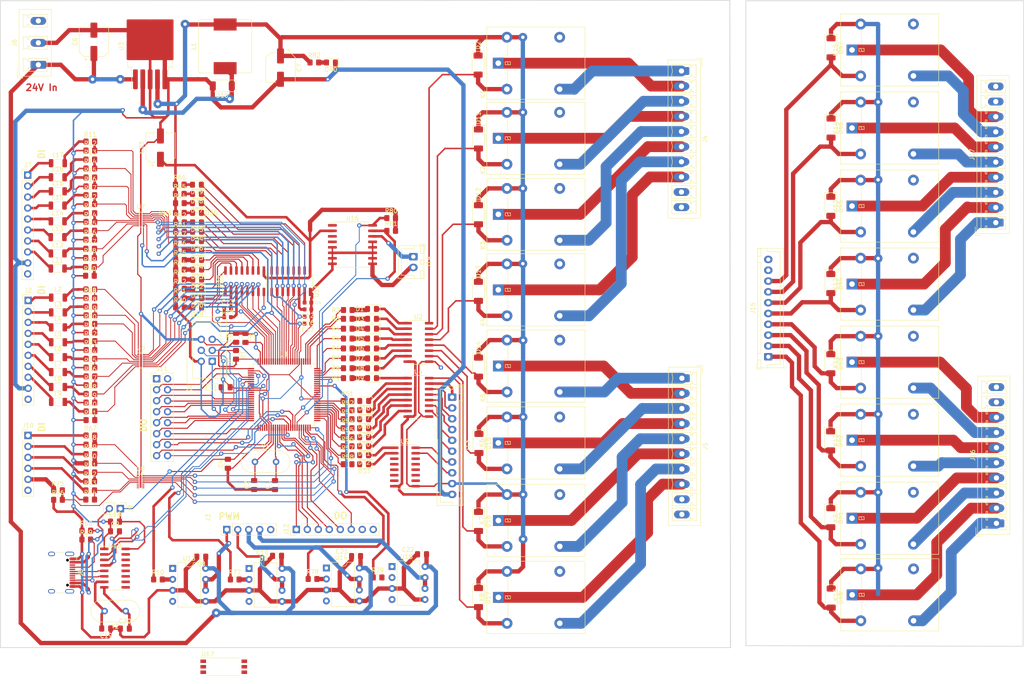
<source format=kicad_pcb>
(kicad_pcb (version 20221018) (generator pcbnew)
  (layers (0 "F.Cu" signal "Top") (31 "B.Cu" signal "Bottom") (34 "B.Paste" user) (35 "F.Paste" user) (36 "B.SilkS" user "B.Silkscreen") (37 "F.SilkS" user "F.Silkscreen") (38 "B.Mask" user) (39 "F.Mask" user) (44 "Edge.Cuts" user))
  (net 0 "")
  (net 1 "GND")
  (net 3 "Net-(D1-K)")
  (net 4 "DO20")
  (net 5 "DO21")
  (net 9 "+5V")
  (net 13 "DO4")
  (net 14 "DO5")
  (net 15 "DO6")
  (net 16 "DO7")
  (net 18 "DO8")
  (net 19 "DO9")
  (net 20 "DO10")
  (net 21 "DO11")
  (net 25 "Net-(J1-~{RST})")
  (net 26 "Net-(U1-XTAL2)")
  (net 27 "Net-(U1-XTAL1)")
  (net 28 "DO12")
  (net 29 "DO13")
  (net 30 "DO14")
  (net 31 "DO15")
  (net 32 "DO19")
  (net 33 "DO18")
  (net 34 "DO17")
  (net 35 "DO16")
  (net 36 "IO12")
  (net 37 "IO13")
  (net 38 "DO22")
  (net 39 "DO23")
  (net 40 "RX0")
  (net 41 "IO14")
  (net 43 "IO15")
  (net 48 "TX0")
  (net 51 "Net-(J7-Pin_1)")
  (net 52 "Net-(D1-A)")
  (net 54 "Net-(J7-Pin_2)")
  (net 55 "Net-(J7-Pin_3)")
  (net 56 "Net-(J7-Pin_4)")
  (net 57 "Net-(J7-Pin_5)")
  (net 58 "Net-(J7-Pin_6)")
  (net 59 "Net-(J7-Pin_7)")
  (net 60 "Net-(J7-Pin_8)")
  (net 61 "IO00")
  (net 62 "IO01")
  (net 63 "IO02")
  (net 64 "IO03")
  (net 65 "IO04")
  (net 66 "IO05")
  (net 67 "IO06")
  (net 68 "Net-(U1-AREF)")
  (net 69 "Net-(U1-AVCC)")
  (net 70 "Net-(D2-A)")
  (net 71 "IO07")
  (net 72 "Net-(D19-K)")
  (net 73 "Net-(D19-A)")
  (net 74 "Net-(U1-PA0)")
  (net 75 "Net-(D20-K)")
  (net 76 "Net-(D10-K)")
  (net 77 "Net-(D11-A)")
  (net 78 "Net-(D12-A)")
  (net 79 "Net-(D13-A)")
  (net 80 "Net-(D3-K)")
  (net 81 "Net-(D3-A)")
  (net 82 "Net-(D4-K)")
  (net 83 "Net-(D4-A)")
  (net 84 "Net-(D5-K)")
  (net 85 "Net-(D5-A)")
  (net 86 "Net-(D6-K)")
  (net 87 "Net-(D6-A)")
  (net 88 "Net-(D7-K)")
  (net 89 "Net-(D7-A)")
  (net 90 "Net-(D8-K)")
  (net 91 "Net-(D8-A)")
  (net 92 "Net-(D9-K)")
  (net 93 "Net-(D9-A)")
  (net 94 "Net-(U1-PA1)")
  (net 95 "Net-(U1-PA2)")
  (net 96 "Net-(U1-PA3)")
  (net 97 "Net-(U1-PA4)")
  (net 98 "Net-(U1-PA5)")
  (net 99 "Net-(U1-PA6)")
  (net 100 "Net-(U1-PA7)")
  (net 101 "Net-(D20-A)")
  (net 102 "Net-(J13-Pin_6)")
  (net 103 "Net-(J13-Pin_5)")
  (net 104 "Net-(J13-Pin_4)")
  (net 105 "Net-(J13-Pin_3)")
  (net 106 "Net-(J13-Pin_2)")
  (net 107 "Net-(D14-A)")
  (net 108 "Net-(D15-A)")
  (net 109 "Net-(D16-A)")
  (net 110 "Net-(D17-A)")
  (net 118 "Net-(D21-K)")
  (net 119 "Net-(D21-A)")
  (net 120 "Net-(D22-K)")
  (net 121 "Net-(D22-A)")
  (net 122 "Net-(D23-K)")
  (net 123 "Net-(D23-A)")
  (net 124 "Net-(D24-K)")
  (net 125 "Net-(D24-A)")
  (net 126 "Net-(D25-K)")
  (net 127 "Net-(D25-A)")
  (net 128 "Net-(D26-K)")
  (net 129 "Net-(D26-A)")
  (net 130 "MISO")
  (net 131 "SCK")
  (net 132 "MOSI")
  (net 133 "Net-(L2-Pad2)")
  (net 134 "Net-(L3-Pad2)")
  (net 135 "Net-(L4-Pad2)")
  (net 136 "Net-(L5-Pad2)")
  (net 137 "Net-(L6-Pad2)")
  (net 138 "Net-(L7-Pad2)")
  (net 139 "Net-(L8-Pad2)")
  (net 140 "Net-(L9-Pad2)")
  (net 141 "Net-(D34-K)")
  (net 142 "Net-(D34-A)")
  (net 143 "Net-(D35-K)")
  (net 144 "Net-(D35-A)")
  (net 145 "Net-(D36-K)")
  (net 146 "Net-(D36-A)")
  (net 147 "Net-(J2-Pin_1)")
  (net 149 "OC3A")
  (net 150 "Net-(J2-Pin_8)")
  (net 151 "Net-(J2-Pin_7)")
  (net 152 "Net-(J2-Pin_6)")
  (net 153 "Net-(J2-Pin_5)")
  (net 154 "Net-(J2-Pin_4)")
  (net 155 "Net-(J2-Pin_3)")
  (net 156 "Net-(J2-Pin_2)")
  (net 157 "OC3B")
  (net 158 "OC3C")
  (net 160 "Net-(J4-Pin_1)")
  (net 161 "Net-(J4-Pin_2)")
  (net 162 "Net-(J4-Pin_3)")
  (net 163 "Net-(J4-Pin_4)")
  (net 164 "Net-(J4-Pin_5)")
  (net 165 "Net-(J4-Pin_6)")
  (net 166 "Net-(J4-Pin_7)")
  (net 167 "Net-(J4-Pin_8)")
  (net 170 "Net-(J5-Pin_1)")
  (net 171 "Net-(J5-Pin_2)")
  (net 172 "Net-(J5-Pin_3)")
  (net 173 "Net-(J5-Pin_4)")
  (net 174 "Net-(J5-Pin_5)")
  (net 175 "Net-(J5-Pin_6)")
  (net 176 "Net-(J5-Pin_7)")
  (net 177 "Net-(J5-Pin_8)")
  (net 180 "24V")
  (net 182 "A0")
  (net 183 "A1")
  (net 184 "A2")
  (net 185 "A3")
  (net 186 "A4")
  (net 187 "A5")
  (net 188 "A6")
  (net 189 "A7")
  (net 191 "Net-(L11-Pad2)")
  (net 192 "Net-(L12-Pad2)")
  (net 193 "Net-(L13-Pad2)")
  (net 194 "Net-(L14-Pad2)")
  (net 195 "Net-(L15-Pad2)")
  (net 196 "Net-(L16-Pad2)")
  (net 197 "Net-(L17-Pad2)")
  (net 198 "Net-(L18-Pad2)")
  (net 199 "A8")
  (net 200 "A9")
  (net 201 "A10")
  (net 202 "A11")
  (net 203 "A12")
  (net 204 "A13")
  (net 205 "A14")
  (net 206 "A15")
  (net 207 "IO20")
  (net 208 "IO19")
  (net 209 "IO16")
  (net 210 "IO18")
  (net 211 "IO17")
  (net 212 "IO11")
  (net 213 "IO10")
  (net 214 "IO09")
  (net 215 "IO08")
  (net 216 "I16")
  (net 217 "I17")
  (net 218 "I18")
  (net 219 "IN0")
  (net 220 "IN1")
  (net 228 "Net-(U12-V3)")
  (net 229 "Net-(U12-XI)")
  (net 230 "Net-(U12-XO)")
  (net 231 "Net-(D18-K)")
  (net 232 "Net-(D18-A)")
  (net 233 "Net-(D27-K)")
  (net 234 "Net-(D27-A)")
  (net 235 "Net-(D28-K)")
  (net 236 "Net-(D28-A)")
  (net 237 "Net-(D29-K)")
  (net 238 "Net-(D29-A)")
  (net 239 "Net-(D30-K)")
  (net 240 "Net-(D30-A)")
  (net 241 "Net-(D31-K)")
  (net 242 "Net-(D31-A)")
  (net 243 "Net-(D32-K)")
  (net 244 "Net-(D32-A)")
  (net 245 "Net-(D33-K)")
  (net 246 "Net-(D33-A)")
  (net 247 "DO0")
  (net 248 "Net-(J9-Pin_2)")
  (net 249 "Net-(J8-CC1)")
  (net 250 "USBDP")
  (net 251 "USBDN")
  (net 252 "Net-(J8-CC2)")
  (net 256 "Net-(U13-A)")
  (net 257 "Net-(U1-PC7)")
  (net 258 "Net-(U1-PC6)")
  (net 259 "Net-(U1-PC5)")
  (net 260 "Net-(U1-PC4)")
  (net 261 "Net-(U1-PC3)")
  (net 262 "Net-(U1-PC2)")
  (net 263 "Net-(U1-PC1)")
  (net 264 "Net-(U1-PC0)")
  (net 270 "Net-(J13-Pin_1)")
  (net 271 "Net-(J13-Pin_8)")
  (net 277 "Net-(J13-Pin_7)")
  (net 289 "Net-(D37-K)")
  (net 290 "Net-(D37-A)")
  (net 291 "Net-(D38-K)")
  (net 292 "Net-(D38-A)")
  (net 293 "Net-(D39-K)")
  (net 294 "Net-(D39-A)")
  (net 295 "Net-(J10-Pin_1)")
  (net 296 "Net-(J10-Pin_2)")
  (net 297 "Net-(J10-Pin_3)")
  (net 298 "Net-(J10-Pin_4)")
  (net 299 "Net-(J10-Pin_5)")
  (net 302 "Net-(U6-A)")
  (net 303 "DO2")
  (net 306 "DO1")
  (net 307 "Net-(U14-A)")
  (net 311 "PD6")
  (net 312 "PJ4")
  (net 313 "Net-(U15-A)")
  (net 318 "SCL")
  (net 319 "SDA")
  (net 320 "Net-(J14-Pin_1)")
  (net 321 "Net-(D40-A)")
  (net 322 "Net-(D41-K)")
  (net 323 "Net-(D41-A)")
  (net 324 "Net-(D42-A)")
  (net 325 "Net-(D43-A)")
  (net 326 "Net-(D44-A)")
  (net 327 "Net-(D45-A)")
  (net 328 "Net-(D46-A)")
  (net 329 "Net-(D47-A)")
  (net 330 "Net-(D48-A)")
  (net 331 "Net-(J16-Pin_1)")
  (net 332 "Net-(J16-Pin_2)")
  (net 333 "Net-(J16-Pin_3)")
  (net 334 "Net-(J16-Pin_4)")
  (net 335 "Net-(J16-Pin_5)")
  (net 336 "Net-(J16-Pin_6)")
  (net 337 "Net-(J16-Pin_7)")
  (net 338 "Net-(J16-Pin_8)")
  (net 341 "Net-(J17-Pin_1)")
  (net 342 "Net-(J17-Pin_2)")
  (net 343 "Net-(J17-Pin_3)")
  (net 344 "Net-(J17-Pin_4)")
  (net 345 "Net-(J17-Pin_5)")
  (net 346 "Net-(J17-Pin_6)")
  (net 347 "Net-(J17-Pin_7)")
  (net 348 "Net-(J17-Pin_8)")
  (footprint "Diode_SMD:D_SOD-128" (layer "F.Cu") (at 123.6237 54.418 -90)
    (fp_text reference "D11")
    (fp_text value "sch")
  )
  (footprint "Resistor_SMD:R_0805_2012Metric_Pad1.20x1.40mm_HandSolder" (layer "F.Cu") (at 93.3295 115.0112)
    (fp_text reference "R51")
    (fp_text value "1K")
  )
  (footprint "LED_SMD:LED_0805_2012Metric_Pad1.15x1.40mm_HandSolder" (layer "F.Cu") (at 98.9937 105.156 180)
    (fp_text reference "D7")
    (fp_text value "LED")
  )
  (footprint "Resistor_SMD:R_0805_2012Metric_Pad1.20x1.40mm_HandSolder" (layer "F.Cu") (at 33.8521 61.2394)
    (fp_text reference "R14")
    (fp_text value "33K")
  )
  (footprint "Resistor_SMD:R_0805_2012Metric_Pad1.20x1.40mm_HandSolder" (layer "F.Cu") (at 54.5945 80.2132)
    (fp_text reference "R26")
    (fp_text value "1K")
  )
  (footprint "Capacitor_SMD:CP_Elec_6.3x7.7" (layer "F.Cu") (at 50.0733 56.421 90)
    (fp_text reference "C23")
    (fp_text value "100uF/35V")
  )
  (footprint "Inductor_SMD:L_Bourns_SRR1210A" (layer "F.Cu") (at 65.0339 32.9914 90)
    (fp_text reference "L1")
    (fp_text value "33uH")
  )
  (footprint "Resistor_SMD:R_0805_2012Metric_Pad1.20x1.40mm_HandSolder" (layer "F.Cu") (at 54.5945 86.9188)
    (fp_text reference "R23")
    (fp_text value "1K")
  )
  (footprint "LED_SMD:LED_0805_2012Metric_Pad1.15x1.40mm_HandSolder" (layer "F.Cu") (at 58.5315 75.8698 180)
    (fp_text reference "D34")
    (fp_text value "LED")
  )
  (footprint "Inductor_SMD:L_1206_3216Metric" (layer "F.Cu") (at 26.3845 94.531)
    (fp_text reference "L3")
    (fp_text value "bead")
  )
  (footprint "Diode_SMD:D_SOD-128" (layer "F.Cu") (at 123.6317 160.4772 -90)
    (fp_text reference "D17")
    (fp_text value "sch")
  )
  (footprint "Package_SO:SOIC-16_3.9x9.9mm_P1.27mm" (layer "F.Cu") (at 69.5551 87.314 90)
    (fp_text reference "U10")
    (fp_text value "ULN2003A")
  )
  (footprint "Diode_SMD:D_SOD-128" (layer "F.Cu") (at 205.201 160.6024 -90)
    (fp_text reference "D48")
    (fp_text value "sch")
  )
  (footprint "Connector_USB:USB_C_Receptacle_HCTL_HC-TYPE-C-16P-01A" (layer "F.Cu") (at 25.9737 154.7094 -90)
    (fp_text reference "J8")
    (fp_text value "USB_C_Receptacle_USB2.0")
  )
  (footprint "LED_SMD:LED_0805_2012Metric_Pad1.15x1.40mm_HandSolder" (layer "F.Cu") (at 98.9937 107.442 180)
    (fp_text reference "D8")
    (fp_text value "LED")
  )
  (footprint "Resistor_SMD:R_0805_2012Metric_Pad1.20x1.40mm_HandSolder" (layer "F.Cu") (at 33.8775 99.187)
    (fp_text reference "R31")
    (fp_text value "33K")
  )
  (footprint "Resistor_SMD:R_0805_2012Metric_Pad1.20x1.40mm_HandSolder" (layer "F.Cu") (at 93.3549 129.6416)
    (fp_text reference "R58")
    (fp_text value "1K")
  )
  (footprint "LED_SMD:LED_0805_2012Metric_Pad1.15x1.40mm_HandSolder" (layer "F.Cu") (at 89.5096 36.7284 180)
    (fp_text reference "D40")
    (fp_text value "LED")
  )
  (footprint "Package_SON:WSON-16_3.3x1.35_P0.4mm" (layer "F.Cu") (at 45.5775 105.6696)
    (fp_text reference "U5")
    (fp_text value "TPD8F003")
  )
  (footprint "Relay_THT:Relay_SPDT_Omron-G5LE-1" (layer "F.Cu") (at 210.0157 69.9328 90)
    (fp_text reference "K13")
    (fp_text value "G5LE-1")
  )
  (footprint "Connector_Phoenix_MC:PhoenixContact_MCV_1,5_10-G-3.5_1x10_P3.50mm_Vertical" (layer "F.Cu") (at 243.4181 143.3096 90)
    (fp_text reference "J16")
    (fp_text value "Conn_01x10")
  )
  (footprint "Diode_SMD:D_SOD-128" (layer "F.Cu") (at 64.3735 42.1354 180)
    (fp_text reference "D10")
    (fp_text value "SS14")
  )
  (footprint "Relay_THT:Relay_SPDT_Omron-G5LE-1" (layer "F.Cu") (at 128.2277 160.432 90)
    (fp_text reference "K8")
    (fp_text value "G5LE-1")
  )
  (footprint "LED_SMD:LED_0805_2012Metric_Pad1.15x1.40mm_HandSolder" (layer "F.Cu") (at 58.5311 78.0288 180)
    (fp_text reference "D26")
    (fp_text value "LED")
  )
  (footprint "Resistor_SMD:R_0805_2012Metric_Pad1.20x1.40mm_HandSolder" (layer "F.Cu") (at 33.8521 91.186)
    (fp_text reference "R19")
    (fp_text value "33K")
  )
  (footprint "Diode_SMD:D_SOD-128" (layer "F.Cu") (at 123.6237 71.944 -90)
    (fp_text reference "D12")
    (fp_text value "sch")
  )
  (footprint "Diode_SMD:D_SOD-128" (layer "F.Cu") (at 205.1149 142.0152 -90)
    (fp_text reference "D41")
    (fp_text value "sch")
  )
  (footprint "Resistor_SMD:R_0805_2012Metric_Pad1.20x1.40mm_HandSolder" (layer "F.Cu") (at 54.5945 93.3704)
    (fp_text reference "R20")
    (fp_text value "1K")
  )
  (footprint "Diode_SMD:D_SOD-128" (layer "F.Cu") (at 123.7333 124.841 -90)
    (fp_text reference "D15")
    (fp_text value "sch")
  )
  (footprint "Resistor_SMD:R_0805_2012Metric_Pad1.20x1.40mm_HandSolder" (layer "F.Cu") (at 33.8681 125.1204)
    (fp_text reference "R68")
    (fp_text value "33K")
  )
  (footprint "Resistor_SMD:R_0805_2012Metric_Pad1.20x1.40mm_HandSolder" (layer "F.Cu") (at 103.4367 72.7166)
    (fp_text reference "R80")
    (fp_text value "4K7")
  )
  (footprint "Resistor_SMD:R_0805_2012Metric_Pad1.20x1.40mm_HandSolder" (layer "F.Cu") (at 54.5691 69.2658)
    (fp_text reference "R64")
    (fp_text value "1K")
  )
  (footprint "Resistor_SMD:R_0805_2012Metric_Pad1.20x1.40mm_HandSolder" (layer "F.Cu") (at 33.8521 73.5838)
    (fp_text reference "R44")
    (fp_text value "33K")
  )
  (footprint "Diode_SMD:D_SOD-128" (layer "F.Cu") (at 123.5377 37.33 -90)
    (fp_text reference "D2")
    (fp_text value "sch")
  )
  (footprint "Connector_PinHeader_2.54mm:PinHeader_1x10_P2.54mm_Vertical" (layer "F.Cu") (at 19.4757 91.7658)
    (fp_text reference "J2")
    (fp_text value "Conn_01x10")
  )
  (footprint "Capacitor_SMD:C_0603_1608Metric" (layer "F.Cu") (at 84.1855 93.8276 180)
    (fp_text reference "C12")
    (fp_text value "220n")
  )
  (footprint "Resistor_SMD:R_0805_2012Metric_Pad1.20x1.40mm_HandSolder" (layer "F.Cu") (at 33.8521 63.3222)
    (fp_text reference "R15")
    (fp_text value "68K")
  )
  (footprint "Resistor_SMD:R_0805_2012Metric_Pad1.20x1.40mm_HandSolder" (layer "F.Cu") (at 33.8775 97.1804)
    (fp_text reference "R30")
    (fp_text value "68K")
  )
  (footprint "LED_SMD:LED_0805_2012Metric_Pad1.15x1.40mm_HandSolder" (layer "F.Cu") (at 98.9937 93.726 180)
    (fp_text reference "D1")
    (fp_text value "LED")
  )
  (footprint "Resistor_SMD:R_0805_2012Metric_Pad1.20x1.40mm_HandSolder" (layer "F.Cu") (at 93.4057 100.584)
    (fp_text reference "R5")
    (fp_text value "1K")
  )
  (footprint "Resistor_SMD:R_0805_2012Metric_Pad1.20x1.40mm_HandSolder" (layer "F.Cu") (at 33.8521 71.5772)
    (fp_text reference "R43")
    (fp_text value "68K")
  )
  (footprint "LED_SMD:LED_0805_2012Metric_Pad1.15x1.40mm_HandSolder" (layer "F.Cu") (at 97.1649 125.476 180)
    (fp_text reference "D31")
    (fp_text value "LED")
  )
  (footprint "Connector_JST:JST_XH_B2B-XH-A_1x02_P2.50mm_Vertical" (layer "F.Cu") (at 108.5596 81.6356 -90)
    (fp_text reference "J14")
    (fp_text value "Conn_01x02")
  )
  (footprint "LED_SMD:LED_0805_2012Metric_Pad1.15x1.40mm_HandSolder" (layer "F.Cu") (at 58.5315 73.7108 180)
    (fp_text reference "D35")
    (fp_text value "LED")
  )
  (footprint "LED_SMD:LED_0805_2012Metric_Pad1.15x1.40mm_HandSolder" (layer "F.Cu") (at 97.1649 129.6416 180)
    (fp_text reference "D33")
    (fp_text value "LED")
  )
  (footprint "Relay_THT:Relay_SPDT_Omron-G5LE-1" (layer "F.Cu") (at 210.0157 33.8328 90)
    (fp_text reference "K15")
    (fp_text value "G5LE-1")
  )
  (footprint "Resistor_SMD:R_0805_2012Metric_Pad1.20x1.40mm_HandSolder" (layer "F.Cu") (at 33.8681 93.1926)
    (fp_text reference "R28")
    (fp_text value "68K")
  )
  (footprint "Resistor_SMD:R_0805_2012Metric_Pad1.20x1.40mm_HandSolder" (layer "F.Cu") (at 54.5945 78.0288)
    (fp_text reference "R27")
    (fp_text value "1K")
  )
  (footprint "Diode_SMD:D_SOD-128" (layer "F.Cu") (at 205.1149 106.4044 -90)
    (fp_text reference "D43")
    (fp_text value "sch")
  )
  (footprint "Capacitor_SMD:C_0805_2012Metric_Pad1.18x1.45mm_HandSolder" (layer "F.Cu") (at 39.5577 145.161)
    (fp_text reference "C9")
    (fp_text value "100n")
  )
  (footprint "Resistor_SMD:R_0805_2012Metric_Pad1.20x1.40mm_HandSolder" (layer "F.Cu") (at 33.8775 119.4308)
    (fp_text reference "R41")
    (fp_text value "33K")
  )
  (footprint "Resistor_SMD:R_0805_2012Metric_Pad1.20x1.40mm_HandSolder" (layer "F.Cu") (at 33.8681 122.9868)
    (fp_text reference "R67")
    (fp_text value "68K")
  )
  (footprint "Diode_SMD:D_SOD-128" (layer "F.Cu") (at 123.6317 142.875 -90)
    (fp_text reference "D16")
    (fp_text value "sch")
  )
  (footprint "Connector_PinHeader_2.54mm:PinHeader_1x02_P2.54mm_Vertical" (layer "F.Cu") (at 40.8062 139.9032 -90)
    (fp_text reference "J9")
    (fp_text value "Conn_01x02")
  )
  (footprint "Connector_PinHeader_2.54mm:PinHeader_1x06_P2.54mm_Vertical" (layer "F.Cu") (at 19.4409 122.9868)
    (fp_text reference "J10")
    (fp_text value "Conn_01x06")
  )
  (footprint "Resistor_SMD:R_0805_2012Metric_Pad1.20x1.40mm_HandSolder" (layer "F.Cu") (at 33.8521 65.3796)
    (fp_text reference "R16")
    (fp_text value "33K")
  )
  (footprint "Resistor_SMD:R_0805_2012Metric_Pad1.20x1.40mm_HandSolder" (layer "F.Cu") (at 93.4057 109.728)
    (fp_text reference "R9")
    (fp_text value "1K")
  )
  (footprint "Resistor_SMD:R_0805_2012Metric_Pad1.20x1.40mm_HandSolder" (layer "F.Cu") (at 93.3549 127.5588)
    (fp_text reference "R57")
    (fp_text value "1K")
  )
  (footprint "LED_SMD:LED_0805_2012Metric_Pad1.15x1.40mm_HandSolder" (layer "F.Cu") (at 58.5569 86.9188 180)
    (fp_text reference "D22")
    (fp_text value "LED")
  )
  (footprint "LED_SMD:LED_0805_2012Metric_Pad1.15x1.40mm_HandSolder" (layer "F.Cu") (at 97.1649 123.3932 180)
    (fp_text reference "D30")
    (fp_text value "LED")
  )
  (footprint "LED_SMD:LED_0805_2012Metric_Pad1.15x1.40mm_HandSolder" (layer "F.Cu") (at 58.5569 82.3976 180)
    (fp_text reference "D24")
    (fp_text value "LED")
  )
  (footprint "Resistor_SMD:R_0805_2012Metric_Pad1.20x1.40mm_HandSolder" (layer "F.Cu") (at 93.4057 98.298)
    (fp_text reference "R4")
    (fp_text value "1K")
  )
  (footprint "Resistor_SMD:R_0805_2012Metric_Pad1.20x1.40mm_HandSolder" (layer "F.Cu") (at 54.5945 75.8952)
    (fp_text reference "R61")
    (fp_text value "1K")
  )
  (footprint "Relay_THT:Relay_SPDT_Omron-G5LE-1" (layer "F.Cu") (at 128.2277 142.652 90)
    (fp_text reference "K7")
    (fp_text value "G5LE-1")
  )
  (footprint "LED_SMD:LED_0805_2012Metric_Pad1.15x1.40mm_HandSolder" (layer "F.Cu") (at 58.5569 91.2368 180)
    (fp_text reference "D20")
    (fp_text value "LED")
  )
  (footprint "Resistor_SMD:R_0805_2012Metric_Pad1.20x1.40mm_HandSolder" (layer "F.Cu") (at 93.3549 125.476)
    (fp_text reference "R56")
    (fp_text value "1K")
  )
  (footprint "Capacitor_SMD:C_0603_1608Metric" (layer "F.Cu") (at 65.5927 93.599)
    (fp_text reference "C13")
    (fp_text value "220n")
  )
  (footprint "Inductor_SMD:L_1206_3216Metric" (layer "F.Cu") (at 26.3845 97.981)
    (fp_text reference "L4")
    (fp_text value "bead")
  )
  (footprint "LED_SMD:LED_0805_2012Metric_Pad1.15x1.40mm_HandSolder" (layer "F.Cu") (at 97.1649 121.3104 180)
    (fp_text reference "D29")
    (fp_text value "LED")
  )
  (footprint "Inductor_SMD:L_1206_3216Metric" (layer "F.Cu") (at 26.3337 66.5226)
    (fp_text reference "L16")
    (fp_text value "bead")
  )
  (footprint "Connector_JST:JST_XH_B10B-XH-A_1x10_P2.50mm_Vertical" (layer "F.Cu") (at 117.5357 114.1222 -90)
    (fp_text reference "J13")
    (fp_text value "Conn_01x10")
  )
  (footprint "Resistor_SMD:R_0805_2012Metric_Pad1.20x1.40mm_HandSolder" (layer "F.Cu") (at 54.5945 89.0524)
    (fp_text reference "R22")
    (fp_text value "1K")
  )
  (footprint "Resistor_SMD:R_0805_2012Metric_Pad1.20x1.40mm_HandSolder" (layer "F.Cu") (at 33.8267 75.6158)
    (fp_text reference "R45")
    (fp_text value "68K")
  )
  (footprint "Relay_THT:Relay_SPDT_Omron-G5LE-1" (layer "F.Cu") (at 210.0157 142.1328 90)
    (fp_text reference "K9")
    (fp_text value "G5LE-1")
  )
  (footprint "Resistor_SMD:R_0805_2012Metric_Pad1.20x1.40mm_HandSolder" (layer "F.Cu") (at 33.8775 113.3856)
    (fp_text reference "R38")
    (fp_text value "68K")
  )
  (footprint "Package_SON:WSON-16_3.3x1.35_P0.4mm" (layer "F.Cu") (at 45.5167 73.0788)
    (fp_text reference "U7")
    (fp_text value "TPD8F003")
  )
  (footprint "Resistor_SMD:R_0805_2012Metric_Pad1.20x1.40mm_HandSolder" (layer "F.Cu") (at 103.4367 75.6666)
    (fp_text reference "R81")
    (fp_text value "4K7")
  )
  (footprint "Resistor_SMD:R_0805_2012Metric_Pad1.20x1.40mm_HandSolder" (layer "F.Cu") (at 33.7665 86.0562)
    (fp_text reference "R50")
    (fp_text value "33K")
  )
  (footprint "Resistor_SMD:R_0805_2012Metric_Pad1.20x1.40mm_HandSolder" (layer "F.Cu") (at 32.9123 147.066)
    (fp_text reference "R59")
    (fp_text value "5.1K")
  )
  (footprint "Inductor_SMD:L_1206_3216Metric" (layer "F.Cu") (at 26.3337 63.2714)
    (fp_text reference "L18")
    (fp_text value "bead")
  )
  (footprint "Resistor_SMD:R_0805_2012Metric_Pad1.20x1.40mm_HandSolder" (layer "F.Cu") (at 54.5437 64.9732)
    (fp_text reference "R66")
    (fp_text value "1K")
  )
  (footprint "Diode_SMD:D_SOD-128" (layer "F.Cu") (at 123.6162 89.662 -90)
    (fp_text reference "D13")
    (fp_text value "sch")
  )
  (footprint "Resistor_SMD:R_0805_2012Metric_Pad1.20x1.40mm_HandSolder" (layer "F.Cu") (at 93.3549 121.3104)
    (fp_text reference "R54")
    (fp_text value "1K")
  )
  (footprint "Capacitor_SMD:C_0805_2012Metric_Pad1.18x1.45mm_HandSolder" (layer "F.Cu") (at 71.7395 134.4461 90)
    (fp_text reference "C2")
    (fp_text value "15")
  )
  (footprint "Connector_PinHeader_2.54mm:PinHeader_2x08_P2.54mm_Vertical" (layer "F.Cu") (at 49.1843 109.8804)
    (fp_text reference "J11")
    (fp_text value "DO1")
  )
  (footprint "Inductor_SMD:L_1206_3216Metric" (layer "F.Cu") (at 26.3845 91.1054)
    (fp_text reference "L2")
    (fp_text value "bead")
  )
  (footprint "Resistor_SMD:R_0805_2012Metric_Pad1.20x1.40mm_HandSolder" (layer "F.Cu") (at 33.8267 77.6986)
    (fp_text reference "R46")
    (fp_text value "33K")
  )
  (footprint "Package_SO:SOIC-16W_7.5x10.3mm_P1.27mm" (layer "F.Cu") (at 94.488 78.8416)
    (fp_text reference "U16")
    (fp_text value "DS3231M")
  )
  (footprint "Resistor_SMD:R_0805_2012Metric_Pad1.20x1.40mm_HandSolder" (layer "F.Cu") (at 33.8775 107.2896)
    (fp_text reference "R35")
    (fp_text value "33K")
  )
  (footprint "Crystal:Crystal_HC49-U_Vertical" (layer "F.Cu") (at 42.0443 163.6014 180)
    (fp_text reference "Y2")
    (fp_text value "12MHz")
  )
  (footprint "Resistor_SMD:R_0805_2012Metric_Pad1.20x1.40mm_HandSolder" (layer "F.Cu") (at 100.2891 155.829)
    (fp_text reference "R79")
    (fp_text value "100E")
  )
  (footprint "Resistor_SMD:R_0805_2012Metric_Pad1.20x1.40mm_HandSolder" (layer "F.Cu") (at 54.5437 67.1068)
    (fp_text reference "R65")
    (fp_text value "1K")
  )
  (footprint "Resistor_SMD:R_0805_2012Metric_Pad1.20x1.40mm_HandSolder" (layer "F.Cu") (at 93.3549 119.2276)
    (fp_text reference "R53")
    (fp_text value "1K")
  )
  (footprint "LED_SMD:LED_0805_2012Metric_Pad1.15x1.40mm_HandSolder" (layer "F.Cu") (at 98.9937 100.584 180)
    (fp_text reference "D5")
    (fp_text value "LED")
  )
  (footprint "Resistor_SMD:R_0805_2012Metric_Pad1.20x1.40mm_HandSolder" (layer "F.Cu") (at 54.5691 71.501)
    (fp_text reference "R63")
    (fp_text value "1K")
  )
  (footprint "Capacitor_SMD:C_0805_2012Metric_Pad1.18x1.45mm_HandSolder" (layer "F.Cu") (at 69.7329 100.4316 -90)
    (fp_text reference "C3")
    (fp_text value "100n")
  )
  (footprint "Inductor_SMD:L_1206_3216Metric" (layer "F.Cu") (at 26.3845 104.881)
    (fp_text reference "L6")
    (fp_text value "bead")
  )
  (footprint "Package_SON:WSON-16_3.3x1.35_P0.4mm" (layer "F.Cu") (at 45.4659 133.6772)
    (fp_text reference "U8")
    (fp_text value "TPD8F003")
  )
  (footprint "Crystal:Crystal_HC49-U_Vertical" (layer "F.Cu") (at 71.9311 129.0828)
    (fp_text reference "Y1")
    (fp_text value "16MHz")
  )
  (footprint "Resistor_SMD:R_0805_2012Metric_Pad1.20x1.40mm_HandSolder" (layer "F.Cu") (at 33.8866 117.418)
    (fp_text reference "R40")
    (fp_text value "68K")
  )
  (footprint "LED_SMD:LED_0805_2012Metric_Pad1.15x1.40mm_HandSolder" (layer "F.Cu") (at 58.5061 69.2658 180)
    (fp_text reference "D37")
    (fp_text value "LED")
  )
  (footprint "Resistor_SMD:R_0805_2012Metric_Pad1.20x1.40mm_HandSolder" (layer "F.Cu") (at 26.3751 137.8712)
    (fp_text reference "R76")
    (fp_text value "33K")
  )
  (footprint "Resistor_SMD:R_0805_2012Metric_Pad1.20x1.40mm_HandSolder" (layer "F.Cu") (at 93.4057 105.156)
    (fp_text reference "R7")
    (fp_text value "1K")
  )
  (footprint "Relay_THT:Relay_SPDT_Omron-G5LE-1" (layer "F.Cu") (at 210.0157 106.0328 90)
    (fp_text reference "K11")
    (fp_text value "G5LE-1")
  )
  (footprint "Diode_SMD:D_SOD-128" (layer "F.Cu") (at 205.0641 124.2352 -90)
    (fp_text reference "D42")
    (fp_text value "sch")
  )
  (footprint "LED_SMD:LED_0805_2012Metric_Pad1.15x1.40mm_HandSolder" (layer "F.Cu") (at 98.9937 96.012 180)
    (fp_text reference "D3")
    (fp_text value "LED")
  )
  (footprint "Resistor_SMD:R_0805_2012Metric_Pad1.20x1.40mm_HandSolder" (layer "F.Cu") (at 26.3751 135.6614)
    (fp_text reference "R75")
    (fp_text value "68K")
  )
  (footprint "Resistor_SMD:R_0805_2012Metric_Pad1.20x1.40mm_HandSolder" (layer "F.Cu") (at 33.8775 109.3216)
    (fp_text reference "R36")
    (fp_text value "68K")
  )
  (footprint "Resistor_SMD:R_0805_2012Metric_Pad1.20x1.40mm_HandSolder" (layer "F.Cu") (at 85.6648 36.7284)
    (fp_text reference "R82")
    (fp_text value "2K2")
  )
  (footprint "Connector_Phoenix_MC:PhoenixContact_MCV_1,5_10-G-3.5_1x10_P3.50mm_Vertical" (layer "F.Cu") (at 170.6725 109.7488 -90)
    (fp_text reference "J5")
    (fp_text value "Conn_01x10")
  )
  (footprint "LED_SMD:LED_0805_2012Metric_Pad1.15x1.40mm_HandSolder" (layer "F.Cu") (at 58.5569 80.2132 180)
    (fp_text reference "D25")
    (fp_text value "LED")
  )
  (footprint "Resistor_SMD:R_0805_2012Metric_Pad1.20x1.40mm_HandSolder" (layer "F.Cu") (at 54.5945 82.3976)
    (fp_text reference "R25")
    (fp_text value "1K")
  )
  (footprint "Capacitor_SMD:C_0603_1608Metric" (layer "F.Cu") (at 84.1855 92.2528 180)
    (fp_text reference "C15")
    (fp_text value "220n")
  )
  (footprint "Resistor_SMD:R_0805_2012Metric_Pad1.20x1.40mm_HandSolder" (layer "F.Cu") (at 33.7665 84.0242)
    (fp_text reference "R49")
    (fp_text value "68K")
  )
  (footprint "Package_SO:SOIC-16_3.9x9.9mm_P1.27mm" (layer "F.Cu") (at 109.7267 101.473)
    (fp_text reference "U2")
    (fp_text value "ULN2003A")
  )
  (footprint "Resistor_SMD:R_0805_2012Metric_Pad1.20x1.40mm_HandSolder" (layer "F.Cu") (at 33.8521 55.0164)
    (fp_text reference "R11")
    (fp_text value "68K")
  )
  (footprint "Resistor_SMD:R_0805_2012Metric_Pad1.20x1.40mm_HandSolder" (layer "F.Cu") (at 33.8521 131.5212)
    (fp_text reference "R71")
    (fp_text value "68K")
  )
  (footprint "Inductor_SMD:L_1206_3216Metric" (layer "F.Cu") (at 26.3083 80.899)
    (fp_text reference "L12")
    (fp_text value "bead")
  )
  (footprint "LED_SMD:LED_0805_2012Metric_Pad1.15x1.40mm_HandSolder" (layer "F.Cu") (at 98.9937 102.87 180)
    (fp_text reference "D6")
    (fp_text value "LED")
  )
  (footprint "Relay_THT:Relay_SPDT_Omron-G5LE-1" (layer "F.Cu") (at 210.0157 87.9828 90)
    (fp_text reference "K12")
    (fp_text value "G5LE-1")
  )
  (footprint "Connector_Phoenix_MC:PhoenixContact_MCV_1,5_10-G-3.5_1x10_P3.50mm_Vertical" (layer "F.Cu") (at 243.2657 73.7696 90)
    (fp_text reference "J17")
    (fp_text value "Conn_01x10")
  )
  (footprint "Package_SO:SOIC-16_3.9x9.9mm_P1.27mm" (layer "F.Cu") (at 80.2485 87.314 90)
    (fp_text reference "U11")
    (fp_text value "ULN2003A")
  )
  (footprint "Resistor_SMD:R_0805_2012Metric_Pad1.20x1.40mm_HandSolder" (layer "F.Cu") (at 33.8427 59.182)
    (fp_text reference "R13")
    (fp_text value "68K")
  )
  (footprint "Resistor_SMD:R_0805_2012Metric_Pad1.20x1.40mm_HandSolder" (layer "F.Cu") (at 33.8775 105.2576)
    (fp_text reference "R34")
    (fp_text value "68K")
  )
  (footprint "Relay_THT:Relay_SPDT_Omron-G5LE-1" (layer "F.Cu") (at 128.2122 89.312 90)
    (fp_text reference "K4")
    (fp_text value "G5LE-1")
  )
  (footprint "Connector_Phoenix_MC:PhoenixContact_MCV_1,5_10-G-3.5_1x10_P3.50mm_Vertical" (layer "F.Cu") (at 170.5709 38.6952 -90)
    (fp_text reference "J4")
    (fp_text value "Conn_01x10")
  )
  (footprint "Connector_IDC:IDC-Header_2x03_P2.54mm_Vertical" (layer "F.Cu") (at 62.0526 105.8468 180)
    (fp_text reference "J1")
    (fp_text value "AVR-ISP-6")
  )
  (footprint "Resistor_SMD:R_0805_2012Metric_Pad1.20x1.40mm_HandSolder" (layer "F.Cu") (at 33.8775 111.3536)
    (fp_text reference "R37")
    (fp_text value "33K")
  )
  (footprint "Diode_SMD:D_SOD-128" (layer "F.Cu") (at 205.1657 51.896 -90)
    (fp_text reference "D46")
    (fp_text value "sch")
  )
  (footprint "Resistor_SMD:R_0805_2012Metric_Pad1.20x1.40mm_HandSolder" (layer "F.Cu") (at 49.4991 156.2962)
    (fp_text reference "R10")
    (fp_text value "100E")
  )
  (footprint "Resistor_SMD:R_0805_2012Metric_Pad1.20x1.40mm_HandSolder" (layer "F.Cu") (at 54.5945 73.7108)
    (fp_text reference "R62")
    (fp_text value "1K")
  )
  (footprint "Package_SO:SOIC-16_3.9x9.9mm_P1.27mm" (layer "F.Cu") (at 106.6249 130.2766)
    (fp_text reference "U9")
    (fp_text value "ULN2003A")
  )
  (footprint "Resistor_SMD:R_0805_2012Metric_Pad1.20x1.40mm_HandSolder" (layer "F.Cu") (at 33.8173 133.604)
    (fp_text reference "R72")
    (fp_text value "33K")
  )
  (footprint "Resistor_SMD:R_0805_2012Metric_Pad1.20x1.40mm_HandSolder" (layer "F.Cu") (at 33.8521 89.2048)
    (fp_text reference "R18")
    (fp_text value "68K")
  )
  (footprint "Resistor_SMD:R_0805_2012Metric_Pad1.20x1.40mm_HandSolder" (layer "F.Cu") (at 93.4057 96.012)
    (fp_text reference "R3")
    (fp_text value "1K")
  )
  (footprint "Capacitor_SMD:C_0603_1608Metric" (layer "F.Cu") (at 65.5927 95.631)
    (fp_text reference "C14")
    (fp_text value "220n")
  )
  (footprint "Diode_SMD:D_SOD-128" (layer "F.Cu") (at 123.6317 107.188 -90)
    (fp_text reference "D14")
    (fp_text value "sch")
  )
  (footprint "Capacitor_SMD:C_0805_2012Metric_Pad1.18x1.45mm_HandSolder" (layer "F.Cu") (at 65.1609 111.8362)
    (fp_text reference "C11")
    (fp_text value "100n")
  )
  (footprint "Package_TO_SOT_SMD:TO-263-5_TabPin3" (layer "F.Cu") (at 47.6857 32.9706 90)
    (fp_text reference "U3")
    (fp_text value "LM2596S-5")
  )
  (footprint "Resistor_SMD:R_0805_2012Metric_Pad1.20x1.40mm_HandSolder" (layer "F.Cu") (at 67.5485 104.3432 -90)
    (fp_text reference "R1")
    (fp_text value "10E")
  )
  (footprint "Inductor_SMD:L_1206_3216Metric" (layer "F.Cu") (at 26.3845 101.431)
    (fp_text reference "L5")
    (fp_text value "bead")
  )
  (footprint "Inductor_SMD:L_1206_3216Metric" (layer "F.Cu") (at 26.3083 69.8246)
    (fp_text reference "L15")
    (fp_text value "bead")
  )
  (footprint "Resistor_SMD:R_0805_2012Metric_Pad1.20x1.40mm_HandSolder" (layer "F.Cu") (at 33.8775 103.2256)
    (fp_text reference "R33")
    (fp_text value "33K")
  )
  (footprint "Resistor_SMD:R_0805_2012Metric_Pad1.20x1.40mm_HandSolder" (layer "F.Cu") (at 93.3549 117.1448)
    (fp_text reference "R52")
    (fp_text value "1K")
  )
  (footprint "Resistor_SMD:R_0805_2012Metric_Pad1.20x1.40mm_HandSolder" (layer "F.Cu") (at 54.5945 91.2368)
    (fp_text reference "R21")
    (fp_text value "1K")
  )
  (footprint "LED_SMD:LED_0805_2012Metric_Pad1.15x1.40mm_HandSolder" (layer "F.Cu") (at 97.1903 117.1194 180)
    (fp_text reference "D27")
    (fp_text value "LED")
  )
  (footprint "Resistor_SMD:R_0805_2012Metric_Pad1.20x1.40mm_HandSolder" (layer "F.Cu") (at 33.8173 135.6868)
    (fp_text reference "R73")
    (fp_text value "68K")
  )
  (footprint "Relay_THT:Relay_SPDT_Omron-G5LE-1" (layer "F.Cu") (at 128.2042 54.26 90)
    (fp_text reference "K2")
    (fp_text value "G5LE-1")
  )
  (footprint "Resistor_SMD:R_0805_2012Metric_Pad1.20x1.40mm_HandSolder" (layer "F.Cu") (at 93.4057 102.87)
    (fp_text reference "R6")
    (fp_text value "1K")
  )
  (footprint "Inductor_SMD:L_1206_3216Metric" (layer "F.Cu") (at 26.3845 108.331)
    (fp_text reference "L7")
    (fp_text value "bead")
  )
  (footprint "Package_QFP:TQFP-100_14x14mm_P0.5mm" (layer "F.Cu") (at 78.6737 113.538)
    (fp_text reference "U1")
    (fp_text value "ATmega2560-16A")
  )
  (footprint "Resistor_SMD:R_0805_2012Metric_Pad1.20x1.40mm_HandSolder" (layer "F.Cu") (at 33.8681 115.3762)
    (fp_text reference "R39")
    (fp_text value "33K")
  )
  (footprint "Diode_SMD:D_SOD-128" (layer "F.Cu") (at 205.1149 87.8624 -90)
    (fp_text reference "D44")
    (fp_text value "sch")
  )
  (footprint "Resistor_SMD:R_0805_2012Metric_Pad1.20x1.40mm_HandSolder" (layer "F.Cu") (at 54.5945 84.6328)
    (fp_text reference "R24")
    (fp_text value "1K")
  )
  (footprint "LED_SMD:LED_0805_2012Metric_Pad1.15x1.40mm_HandSolder" (layer "F.Cu") (at 58.5569 93.3704 180)
    (fp_text reference "D19")
    (fp_text value "LED")
  )
  (footprint "Diode_SMD:D_SOD-128" (layer "F.Cu") (at 205.1657 33.3384 -90)
    (fp_text reference "D47")
    (fp_text value "sch")
  )
  (footprint "LED_SMD:LED_0805_2012Metric_Pad1.15x1.40mm_HandSolder" (layer "F.Cu") (at 58.5315 71.501 180)
    (fp_text reference "D36")
    (fp_text value "LED")
  )
  (footprint "Inductor_SMD:L_1206_3216Metric" (layer "F.Cu") (at 26.3845 115.231)
    (fp_text reference "L9")
    (fp_text value "bead")
  )
  (footprint "LED_SMD:LED_0805_2012Metric_Pad1.15x1.40mm_HandSolder" (layer "F.Cu") (at 97.1649 127.5588 180)
    (fp_text reference "D32")
    (fp_text value "LED")
  )
  (footprint "Capacitor_SMD:C_0805_2012Metric_Pad1.18x1.45mm_HandSolder" (layer "F.Cu") (at 110.5761 150.4696 180)
    (fp_text reference "C22")
    (fp_text value "100n")
  )
  (footprint "Package_DIP:DIP-8_W7.62mm" (layer "F.Cu") (at 70.5711 153.7462)
    (fp_text reference "U6")
    (fp_text value "TLP250")
  )
  (footprint "Relay_THT:Relay_SPDT_Omron-G5LE-1" (layer "F.Cu") (at 128.2277 106.934 90)
    (fp_text reference "K5")
    (fp_text value "G5LE-1")
  )
  (footprint "LED_SMD:LED_0805_2012Metric_Pad1.15x1.40mm_HandSolder" (layer "F.Cu") (at 97.1903 115.0112 180)
    (fp_text reference "D18")
    (fp_text value "LED")
  )
  (footprint "Resistor_SMD:R_0805_2012Metric_Pad1.20x1.40mm_HandSolder" (layer "F.Cu") (at 32.9283 145.0086)
    (fp_text reference "R60")
    (fp_text value "5.1K")
  )
  (footprint "Capacitor_SMD:C_0603_1608Metric" (layer "F.Cu") (at 84.1855 95.504 180)
    (fp_text reference "C16")
    (fp_text value "220n")
  )
  (footprint "Relay_THT:Relay_SPDT_Omron-G5LE-1" (layer "F.Cu") (at 128.2042 36.892 90)
    (fp_text reference "K1")
    (fp_text value "G5LE-1")
  )
  (footprint "Package_DIP:DIP-8_W7.62mm" (layer "F.Cu") (at 88.4527 153.6446)
    (fp_text reference "U14")
    (fp_text value "TLP250")
  )
  (footprint "LED_SMD:LED_0805_2012Metric_Pad1.15x1.40mm_HandSolder" (layer "F.Cu") (at 98.9937 98.298 180)
    (fp_text reference "D4")
    (fp_text value "LED")
  )
  (footprint "Capacitor_SMD:C_0805_2012Metric_Pad1.18x1.45mm_HandSolder" (layer "F.Cu") (at 59.5067 151.0384 180)
    (fp_text reference "C8")
    (fp_text value "100n")
  )
  (footprint "Resistor_SMD:R_0805_2012Metric_Pad1.20x1.40mm_HandSolder" (layer "F.Cu") (at 67.2591 156.3016)
    (fp_text reference "R77")
    (fp_text value "100E")
  )
  (footprint "Capacitor_SMD:C_0805_2012Metric_Pad1.18x1.45mm_HandSolder" (layer "F.Cu") (at 65.6689 129.54 90)
    (fp_text reference "C4")
    (fp_text value "100n")
  )
  (footprint "Resistor_SMD:R_0805_2012Metric_Pad1.20x1.40mm_HandSolder" (layer "F.Cu") (at 93.3549 123.3932)
    (fp_text reference "R55")
    (fp_text value "1K")
  )
  (footprint "Resistor_SMD:R_0805_2012Metric_Pad1.20x1.40mm_HandSolder" (layer "F.Cu") (at 33.8899 101.164)
    (fp_text reference "R32")
    (fp_text value "68K")
  )
  (footprint "Capacitor_SMD:C_0805_2012Metric_Pad1.18x1.45mm_HandSolder" (layer "F.Cu") (at 67.5739 100.4023 90)
    (fp_text reference "C5")
    (fp_text value "100n")
  )
  (footprint "Inductor_SMD:L_1206_3216Metric" (layer "F.Cu") (at 26.3845 111.781)
    (fp_text reference "L8")
    (fp_text value "bead")
  )
  (footprint "Relay_THT:Relay_SPDT_Omron-G5LE-1" (layer "F.Cu") (at 128.2197 71.848 90)
    (fp_text reference "K3")
    (fp_text value "G5LE-1")
  )
  (footprint "Relay_THT:Relay_SPDT_Omron-G5LE-1" (layer "F.Cu") (at 210.051 159.846 90)
    (fp_text reference "K16")
    (fp_text value "G5LE-1")
  )
  (footprint "LED_SMD:LED_0805_2012Metric_Pad1.15x1.40mm_HandSolder" (layer "F.Cu") (at 97.1649 119.2276 180)
    (fp_text reference "D28")
    (fp_text value "LED")
  )
  (footprint "Resistor_SMD:R_0805_2012Metric_Pad1.20x1.40mm_HandSolder" (layer "F.Cu") (at 33.8775 95.1992)
    (fp_text reference "R29")
    (fp_text value "33K")
  )
  (footprint "Package_SO:SOIC-16_3.9x9.9mm_P1.27mm" (layer "F.Cu") (at 109.7267 114.173)
    (fp_text reference "U4")
    (fp_text value "ULN2003A")
  )
  (footprint "Package_DIP:DIP-8_W7.62mm" (layer "F.Cu") (at 103.6419 153.3144)
    (fp_text reference "U15")
    (fp_text value "TLP250")
  )
  (footprint "Capacitor_SMD:CP_Elec_6.3x7.7" (layer "F.Cu") (at 77.8355 37.9114 -90)
    (fp_text reference "C7")
    (fp_text value "100uF/35V")
  )
  (footprint "Connector_PinHeader_2.54mm:PinHeader_1x05_P2.54mm_Vertical" (layer "F.Cu") (at 65.4149 144.7546 90)
    (fp_text reference "J3")
    (fp_text value "Conn_01x05")
  )
  (footprint "Resistor_SMD:R_0805_2012Metric_Pad1.20x1.40mm_HandSolder" (layer "F.Cu") (at 33.8681 129.4384)
    (fp_text reference "R70")
    (fp_text value "33K")
  )
  (footprint "Resistor_SMD:R_0805_2012Metric_Pad1.20x1.40mm_HandSolder" (layer "F.Cu") (at 85.2523 156.1846)
    (fp_text reference "R78")
    (fp_text value "100E")
  )
  (footprint "Connector_JST:JST_XH_B10B-XH-A_1x10_P2.50mm_Vertical" (layer "F.Cu") (at 190.6524 104.782 90)
    (fp_text reference "J15")
    (fp_text value "Conn_01x10")
  )
  (footprint "Diode_SMD:D_SOD-128" (layer "F.Cu") (at 205.1149 69.9964 -90)
    (fp_text reference "D45")
    (fp_text value "sch")
  )
  (footprint "Capacitor_SMD:C_0805_2012Metric_Pad1.18x1.45mm_HandSolder" (layer "F.Cu") (at 95.3107 150.9014 180)
    (fp_text reference "C21")
    (fp_text value "100n")
  )
  (footprint "Package_DIP:DIP-8_W7.62mm" (layer "F.Cu") (at 52.9027 153.7308)
    (fp_text reference "U13")
    (fp_text value "TLP250")
  )
  (footprint "LED_SMD:LED_0805_2012Metric_Pad1.15x1.40mm_HandSolder" (layer "F.Cu") (at 58.5061 64.9986 180)
    (fp_text reference "D39")
    (fp_text value "LED")
  )
  (footprint "Resistor_SMD:R_0805_2012Metric_Pad1.20x1.40mm_HandSolder" (layer "F.Cu") (at 33.8681 127.3048)
    (fp_text reference "R69")
    (fp_text value "68K")
  )
  (footprint "Connector_PinHeader_2.54mm:PinHeader_1x08_P2.54mm_Vertical" (layer "F.Cu") (at 81.5081 144.7292 90)
    (fp_text reference "J12")
    (fp_text value "Conn_01x08")
  )
  (footprint "Capacitor_SMD:C_0603_1608Metric" (layer "F.Cu") (at 84.1601 97.1296 180)
    (fp_text reference "C17")
    (fp_text value "220n")
  )
  (footprint "Connector_Phoenix_MC_HighVoltage:PhoenixContact_MCV_1,5_3-G-5.08_1x03_P5.08mm_Vertical" (layer "F.Cu") (at 21.8285 37.2618 90)
    (fp_text reference "J6")
    (fp_text value "Conn_01x03")
  )
  (footprint "Resistor_SMD:R_0805_2012Metric_Pad1.20x1.40mm_HandSolder" (layer "F.Cu") (at 33.8173 137.8204)
    (fp_text reference "R74")
    (fp_text value "33K")
  )
  (footprint "Resistor_SMD:R_0805_2012Metric_Pad1.20x1.40mm_HandSolder" (layer "F.Cu") (at 93.4057 107.442)
    (fp_text reference "R8")
    (fp_text value "1K")
  )
  (footprint "LED_SMD:LED_0805_2012Metric_Pad1.15x1.40mm_HandSolder" (layer "F.Cu") (at 98.9937 109.728 180)
    (fp_text reference "D9")
    (fp_text value "LED")
  )
  (footprint "Resistor_SMD:R_0805_2012Metric_Pad1.20x1.40mm_HandSolder" (layer "F.Cu") (at 33.8521 69.469)
    (fp_text reference "R42")
    (fp_text value "33K")
  )
  (footprint "Relay_THT:Relay_SPDT_Omron-G5LE-1" (layer "F.Cu") (at 128.2122 124.714 90)
    (fp_text reference "K6")
    (fp_text value "G5LE-1")
  )
  (footprint "Connector_PinHeader_2.54mm:PinHeader_1x10_P2.54mm_Vertical" (layer "F.Cu") (at 19.3741 62.7684)
    (fp_text reference "J7")
    (fp_text value "Conn_01x10")
  )
  (footprint "Resistor_SMD:R_0805_2012Metric_Pad1.20x1.40mm_HandSolder" (layer "F.Cu") (at 93.4057 93.98)
    (fp_text reference "R2")
    (fp_text value "1K")
  )
  (footprint "Inductor_SMD:L_1206_3216Metric" (layer "F.Cu") (at 26.3593 60.0202)
    (fp_text reference "L17")
    (fp_text value "bead")
  )
  (footprint "Capacitor_SMD:C_0805_2012Metric_Pad1.18x1.45mm_HandSolder" (layer "F.Cu") (at 76.5655 134.4676 90)
    (fp_text reference "C1")
    (fp_text value "15")
  )
  (footprint "Inductor_SMD:L_1206_3216Metric" (layer "F.Cu") (at 26.2829 77.1144)
    (fp_text reference "L13")
    (fp_text value "bead")
  )
  (footprint "Resistor_SMD:R_0805_2012Metric_Pad1.20x1.40mm_HandSolder" (layer "F.Cu") (at 33.7919 81.916)
    (fp_text reference "R48")
    (fp_text value "33K")
  )
  (footprint "Resistor_SMD:R_0805_2012Metric_Pad1.20x1.40mm_HandSolder" (layer "F.Cu") (at 33.8173 79.8078)
    (fp_text reference "R47")
    (fp_text value "68K")
  )
  (footprint "Inductor_SMD:L_1206_3216Metric" (layer "F.Cu") (at 26.3083 84.3788)
    (fp_text reference "L11")
    (fp_text value "bead")
  )
  (footprint "Resistor_SMD:R_0805_2012Metric_Pad1.20x1.40mm_HandSolder" (layer "F.Cu") (at 33.8521 57.0992)
    (fp_text reference "R12")
    (fp_text value "33K")
  )
  (footprint "Capacitor_SMD:C_0805_2012Metric_Pad1.18x1.45mm_HandSolder" (layer "F.Cu") (at 77.0381 150.8406 180)
    (fp_text reference "C10")
    (fp_text value "100n")
  )
  (footprint "Package_SO:SO-6L_10x3.84mm_P1.27mm" (layer "F.Cu") (at 64.719 176.4792)
    (fp_text reference "U17")
    (fp_text value "TLP2748")
  )
  (footprint "LED_SMD:LED_0805_2012Metric_Pad1.15x1.40mm_HandSolder" (layer "F.Cu") (at 58.5569 84.6328 180)
    (fp_text reference "D23")
    (fp_text value "LED")
  )
  (footprint "Capacitor_SMD:C_0805_2012Metric_Pad1.18x1.45mm_HandSolder" (layer "F.Cu") (at 39.5577 142.9258)
    (fp_text reference "C18")
    (fp_text value "100n")
  )
  (footprint "Capacitor_SMD:C_0805_2012Metric_Pad1.18x1.45mm_HandSolder" (layer "F.Cu") (at 37.5257 167.64 180)
    (fp_text reference "C19")
    (fp_text value "15")
  )
  (footprint "Inductor_SMD:L_1206_3216Metric" (layer "F.Cu") (at 26.3083 73.4568)
    (fp_text reference "L14")
    (fp_text value "bead")
  )
  (footprint "LED_SMD:LED_0805_2012Metric_Pad1.15x1.40mm_HandSolder" (layer "F.Cu") (at 58.5061 67.1322 180)
    (fp_text reference "D38")
    (fp_text value "LED")
  )
  (footprint "Resistor_SMD:R_0805_2012Metric_Pad1.20x1.40mm_HandSolder" (layer "F.Cu") (at 33.8521 67.4116)
    (fp_text reference "R17")
    (fp_text value "68K")
  )
  (footprint "Relay_THT:Relay_SPDT_Omron-G5LE-1" (layer "F.Cu") (at 210.0157 124.0828 90)
    (fp_text reference "K10")
    (fp_text value "G5LE-1")
  )
  (footprint "Capacitor_SMD:CP_Elec_6.3x7.7" (layer "F.Cu") (at 34.6809 31.95 90)
    (fp_text reference "C6")
    (fp_text value "100uF/35V")
  )
  (footprint "Relay_THT:Relay_SPDT_Omron-G5LE-1" (layer "F.Cu") (at 210.0157 51.8828 90)
    (fp_text reference "K14")
    (fp_text value "G5LE-1")
  )
  (footprint "LED_SMD:LED_0805_2012Metric_Pad1.15x1.40mm_HandSolder" (layer "F.Cu") (at 58.5569 89.0524 180)
    (fp_text reference "D21")
    (fp_text value "LED")
  )
  (footprint "Capacitor_SMD:C_0805_2012Metric_Pad1.18x1.45mm_HandSolder" (layer "F.Cu") (at 41.8437 167.6654)
    (fp_text reference "C20")
    (fp_text value "15")
  )
  (footprint "Package_SO:SOIC-16_3.9x9.9mm_P1.27mm" (layer "F.Cu") (at 39.5577 153.67)
    (fp_text reference "U12")
    (fp_text value "CH340G")
  )
  (gr_line (start 249.7328 22.4536) (end 249.5804 171.7548) (stroke (width 0.15)) (layer "Edge.Cuts"))
  (gr_line (start 181.7469 22.352) (end 181.8993 172.0596) (stroke (width 0.15)) (layer "Edge.Cuts"))
  (gr_line (start 13.0909 172.0596) (end 13.0401 22.4536) (stroke (width 0.15)) (layer "Edge.Cuts"))
  (gr_line (start 181.8993 172.0596) (end 13.0909 172.0596) (stroke (width 0.15)) (layer "Edge.Cuts"))
  (gr_line (start 13.0401 22.4536) (end 181.7469 22.352) (stroke (width 0.15)) (layer "Edge.Cuts"))
  (gr_line (start 249.5804 171.7548) (end 185.4708 171.6024) (stroke (width 0.15)) (layer "Edge.Cuts"))
  (gr_line (start 181.7469 22.352) (end 181.8993 172.0596) (stroke (width 0.15)) (layer "Edge.Cuts"))
  (gr_line (start 185.4708 22.4536) (end 249.7328 22.4536) (stroke (width 0.15)) (layer "Edge.Cuts"))
  (gr_line (start 185.4708 171.6024) (end 185.4708 22.4536) (stroke (width 0.15)) (layer "Edge.Cuts"))
  (gr_text "24V In" (at 18.7297 43.4086) (layer "F.Cu") (effects (font (size 1.5 1.5) (thickness 0.3) bold) (justify left bottom)))
  (gr_text "DO" (at 46.99 122.3772 90) (layer "F.SilkS") (effects (font (size 1.5 1.5) (thickness 0.3) bold) (justify left bottom)))
  (gr_text "DI" (at 23.5204 122.3772 90) (layer "F.SilkS") (effects (font (size 1.5 1.5) (thickness 0.3) bold) (justify left bottom)))
  (gr_text "DI" (at 23.4696 90.678 90) (layer "F.SilkS") (effects (font (size 1.5 1.5) (thickness 0.3) bold) (justify left bottom)))
  (gr_text "DI" (at 23.4696 59.2328 90) (layer "F.SilkS") (effects (font (size 1.5 1.5) (thickness 0.3) bold) (justify left bottom)))
  (gr_text "DO" (at 89.9668 142.4432) (layer "F.SilkS") (effects (font (size 1.5 1.5) (thickness 0.3) bold) (justify left bottom)))
  (gr_text "PWM" (at 63.3476 142.5956) (layer "F.SilkS") (effects (font (size 1.5 1.5) (thickness 0.3) bold) (justify left bottom)))
  (segment (start 84.9605 97.1042) (end 84.9351 97.1296) (width 0.6) (layer "F.Cu") (net 1))
  (segment (start 75.0923 108.9406) (end 73.1737 107.022) (width 0.25) (layer "F.Cu") (net 1))
  (segment (start 62.1735 45.2276) (end 62.1735 42.1354) (width 1) (layer "F.Cu") (net 1))
  (segment (start 32.8681 125.1204) (end 29.9819 125.1204) (width 0.35) (layer "F.Cu") (net 1))
  (segment (start 96.0727 161.2646) (end 97.6221 161.2646) (width 1) (layer "F.Cu") (net 1))
  (segment (start 90.5346 38.8629) (end 88.7829 40.6146) (width 1) (layer "F.Cu") (net 1))
  (segment (start 58.4692 151.4663) (end 55.9507 153.9848) (width 1) (layer "F.Cu") (net 1))
  (segment (start 45.5267 71.2382) (end 45.5267 56.8198) (width 0.35) (layer "F.Cu") (net 1))
  (segment (start 105.2929 135.636) (end 105.2929 134.7216) (width 0.6) (layer "F.Cu") (net 1))
  (segment (start 38.5202 142.9258) (end 38.5202 145.161) (width 0.35) (layer "F.Cu") (net 1))
  (segment (start 42.1993 49.53) (end 48.4731 49.53) (width 0.35) (layer "F.Cu") (net 1))
  (segment (start 109.0013 118.2116) (end 109.0013 112.0648) (width 0.6) (layer "F.Cu") (net 1))
  (segment (start 82.1737 103.7896) (end 82.5345 103.4288) (width 0.2) (layer "F.Cu") (net 1))
  (segment (start 28.9767 29.25) (end 34.6809 29.25) (width 1) (layer "F.Cu") (net 1))
  (segment (start 84.6935 89.789) (end 85.1253 90.2208) (width 0.6) (layer "F.Cu") (net 1))
  (segment (start 29.7187 157.9094) (end 31.3623 157.9094) (width 0.6) (layer "F.Cu") (net 1))
  (segment (start 62.1637 45.2374) (end 62.1735 45.2276) (width 1) (layer "F.Cu") (net 1))
  (segment (start 64.8257 102.0368) (end 65.5927 101.2698) (width 0.25) (layer "F.Cu") (net 1))
  (segment (start 51.0857 34.5206) (end 50.4607 33.8956) (width 1) (layer "F.Cu") (net 1))
  (segment (start 81.4423 161.3662) (end 84.0839 158.7246) (width 1) (layer "F.Cu") (net 1))
  (segment (start 26.1465 140.6144) (end 25.3751 139.843) (width 0.6) (layer "F.Cu") (net 1))
  (segment (start 47.6857 40.6206) (end 47.6857 48.5394) (width 0.6) (layer "F.Cu") (net 1))
  (segment (start 105.9279 120.5992) (end 107.2517 119.2754) (width 0.6) (layer "F.Cu") (net 1))
  (segment (start 31.1123 151.5094) (end 31.9743 150.6474) (width 0.6) (layer "F.Cu") (net 1))
  (segment (start 45.5775 86.4616) (end 44.8155 85.6996) (width 0.25) (layer "F.Cu") (net 1))
  (segment (start 107.8884 84.1356) (end 103.8352 88.1888) (width 1) (layer "F.Cu") (net 1))
  (segment (start 82.1737 105.8755) (end 82.1737 106.614012) (width 0.2) (layer "F.Cu") (net 1))
  (segment (start 31.309173 61.2394) (end 30.201865 62.346708) (width 0.35) (layer "F.Cu") (net 1))
  (segment (start 48.5747 49.4284) (end 51.2925 49.4284) (width 0.6) (layer "F.Cu") (net 1))
  (segment (start 51.9021 48.8188) (end 51.9021 40.773) (width 0.6) (layer "F.Cu") (net 1))
  (segment (start 60.6587 40.6206) (end 58.7093 40.6206) (width 1) (layer "F.Cu") (net 1))
  (segment (start 58.4692 151.0384) (end 58.4692 151.4663) (width 1) (layer "F.Cu") (net 1))
  (segment (start 63.6623 95.631) (end 63.2813 96.012) (width 0.35) (layer "F.Cu") (net 1))
  (segment (start 76.0006 150.9583) (end 73.0857 153.8732) (width 1) (layer "F.Cu") (net 1))
  (segment (start 32.8681 115.3762) (end 30.9311 115.3762) (width 0.35) (layer "F.Cu") (net 1))
  (segment (start 32.8775 111.3536) (end 30.7185 111.3536) (width 0.35) (layer "F.Cu") (net 1))
  (segment (start 109.4077 150.4696) (end 106.3851 153.4922) (width 1) (layer "F.Cu") (net 1))
  (segment (start 104.1499 134.7216) (end 105.2929 134.7216) (width 0.6) (layer "F.Cu") (net 1))
  (segment (start 75.6737 120.1392) (end 75.0161 119.4816) (width 0.2) (layer "F.Cu") (net 1))
  (segment (start 72.1459 99.5172) (end 69.856 99.5172) (width 0.25) (layer "F.Cu") (net 1))
  (segment (start 32.8775 99.187) (end 30.0073 99.187) (width 0.35) (layer "F.Cu") (net 1))
  (segment (start 25.3751 139.843) (end 25.3751 137.8712) (width 0.6) (layer "F.Cu") (net 1))
  (segment (start 38.5202 142.9258) (end 36.8907 142.9258) (width 0.35) (layer "F.Cu") (net 1))
  (segment (start 26.0449 32.1818) (end 28.9767 29.25) (width 1) (layer "F.Cu") (net 1))
  (segment (start 45.5167 71.2482) (end 45.5267 71.2382) (width 0.35) (layer "F.Cu") (net 1))
  (segment (start 30.0073 99.187) (end 29.9565 99.1362) (width 0.35) (layer "F.Cu") (net 1))
  (segment (start 31.9743 150.6474) (end 31.9743 150.3934) (width 0.6) (layer "F.Cu") (net 1))
  (segment (start 107.2517 119.2754) (end 107.2517 118.618) (width 0.6) (layer "F.Cu") (net 1))
  (segment (start 29.9565 140.5128) (end 29.8549 140.6144) (width 0.35) (layer "F.Cu") (net 1))
  (segment (start 45.5775 104.6196) (end 45.5775 94.869) (width 0.25) (layer "F.Cu") (net 1))
  (segment (start 38.5632 167.64) (end 40.7808 167.64) (width 0.6) (layer "F.Cu") (net 1))
  (segment (start 71.0112 112.538) (end 68.0405 112.538) (width 0.25) (layer "F.Cu") (net 1))
  (segment (start 31.9283 147.05) (end 31.9123 147.066) (width 0.6) (layer "F.Cu") (net 1))
  (segment (start 75.6737 124.5136) (end 75.6737 121.2005) (width 0.25) (layer "F.Cu") (net 1))
  (segment (start 58.4907 161.3508) (end 60.5227 161.3508) (width 1) (layer "F.Cu") (net 1))
  (segment (start 51.7497 40.6206) (end 51.0857 40.6206) (width 1) (layer "F.Cu") (net 1))
  (segment (start 105.9279 134.0866) (end 105.9279 120.5992) (width 0.6) (layer "F.Cu") (net 1))
  (segment (start 64.1234 112.8815) (end 64.1234 111.8362) (width 0.25) (layer "F.Cu") (net 1))
  (segment (start 30.0571 86.0562) (end 29.9565 86.1568) (width 0.35) (layer "F.Cu") (net 1))
  (segment (start 31.9743 167.6766) (end 33.9697 169.672) (width 0.6) (layer "F.Cu") (net 1))
  (segment (start 67.4215 113.157) (end 64.3989 113.157) (width 0.25) (layer "F.Cu") (net 1))
  (segment (start 89.838 84.66) (end 89.838 83.2866) (width 0.6) (layer "F.Cu") (net 1))
  (segment (start 109.0267 112.0394) (end 109.0267 106.1466) (width 0.6) (layer "F.Cu") (net 1))
  (segment (start 30.1851 73.5838) (end 29.9565 73.8124) (width 0.35) (layer "F.Cu") (net 1))
  (segment (start 73.1737 103.6692) (end 72.1459 102.6414) (width 0.25) (layer "F.Cu") (net 1))
  (segment (start 64.8177 95.631) (end 63.6623 95.631) (width 0.35) (layer "F.Cu") (net 1))
  (segment (start 44.8155 85.6996) (end 44.8155 76.9112) (width 0.25) (layer "F.Cu") (net 1))
  (segment (start 99.1108 86.0044) (end 99.1108 83.8708) (width 1) (layer "F.Cu") (net 1))
  (segment (start 106.3597 158.3944) (end 103.6419 158.3944) (width 1) (layer "F.Cu") (net 1))
  (segment (start 89.5604 84.9376) (end 89.838 84.66) (width 0.6) (layer "F.Cu") (net 1))
  (segment (start 30.5915 129.4384) (end 29.9565 128.8034) (width 1) (layer "F.Cu") (net 1))
  (segment (start 69.856 99.5172) (end 69.7329 99.3941) (width 0.25) (layer "F.Cu") (net 1))
  (segment (start 82.1737 105.8755) (end 82.1737 103.7896) (width 0.2) (layer "F.Cu") (net 1))
  (segment (start 69.7329 99.3941) (end 67.6032 99.3941) (width 0.6) (layer "F.Cu") (net 1))
  (segment (start 84.6935 89.789) (end 89.5449 84.9376) (width 0.6) (layer "F.Cu") (net 1))
  (segment (start 84.9605 92.2528) (end 84.9605 93.8276) (width 0.6) (layer "F.Cu") (net 1))
  (segment (start 108.8997 160.9344) (end 106.3597 158.3944) (width 1) (layer "F.Cu") (net 1))
  (segment (start 55.9507 153.9848) (end 55.9507 158.8108) (width 1) (layer "F.Cu") (net 1))
  (segment (start 37.0827 146.5985) (end 38.5202 145.161) (width 0.35) (layer "F.Cu") (net 1))
  (segment (start 99.138 80.7466) (end 99.138 82.0166) (width 0.35) (layer "F.Cu") (net 1))
  (segment (start 67.6032 99.3941) (end 67.5739 99.3648) (width 0.6) (layer "F.Cu") (net 1))
  (segment (start 32.7919 81.916) (end 30.0063 81.916) (width 0.35) (layer "F.Cu") (net 1))
  (segment (start 31.9743 159.2834) (end 31.9743 167.6766) (width 0.6) (layer "F.Cu") (net 1))
  (segment (start 66.4563 97.7646) (end 66.0753 98.1456) (width 0.2) (layer "F.Cu") (net 1))
  (segment (start 89.838 82.0166) (end 89.838 83.2866) (width 0.35) (layer "F.Cu") (net 1))
  (segment (start 109.5386 150.4696) (end 109.4077 150.4696) (width 1) (layer "F.Cu") (net 1))
  (segment (start 103.8352 88.1888) (end 101.2952 88.1888) (width 1) (layer "F.Cu") (net 1))
  (segment (start 82.5345 100.1014) (end 84.9351 97.7008) (width 0.2) (layer "F.Cu") (net 1))
  (segment (start 111.2619 160.9344) (end 108.8997 160.9344) (width 1) (layer "F.Cu") (net 1))
  (segment (start 30.0073 95.1992) (end 29.9565 95.25) (width 0.35) (layer "F.Cu") (net 1))
  (segment (start 30.0073 103.2256) (end 29.9565 103.1748) (width 0.35) (layer "F.Cu") (net 1))
  (segment (start 30.7185 69.469) (end 29.9565 70.231) (width 0.35) (layer "F.Cu") (net 1))
  (segment (start 66.0753 98.1456) (end 66.0753 99.3648) (width 0.2) (layer "F.Cu") (net 1))
  (segment (start 71.0112 112.538) (end 74.6257 112.538) (width 0.25) (layer "F.Cu") (net 1))
  (segment (start 76.5655 135.5051) (end 71.761 135.5051) (width 0.6) (layer "F.Cu") (net 1))
  (segment (start 32.8173 133.604) (end 31.6583 133.604) (width 0.6) (layer "F.Cu") (net 1))
  (segment (start 32.8521 61.2394) (end 31.309173 61.2394) (width 0.35) (layer "F.Cu") (net 1))
  (segment (start 73.0857 158.8262) (end 70.5711 158.8262) (width 1) (layer "F.Cu") (net 1))
  (segment (start 31.9743 158.5214) (end 31.9743 159.2834) (width 0.6) (layer "F.Cu") (net 1))
  (segment (start 97.6221 161.2646) (end 100.4923 158.3944) (width 1) (layer "F.Cu") (net 1))
  (segment (start 73.1737 105.8755) (end 73.1737 103.6692) (width 0.25) (layer "F.Cu") (net 1))
  (segment (start 62.6871 161.3508) (end 65.2117 158.8262) (width 1) (layer "F.Cu") (net 1))
  (segment (start 84.944512 114.038) (end 79.847112 108.9406) (width 0.2) (layer "F.Cu") (net 1))
  (segment (start 74.6605 110.236) (end 74.724 110.1725) (width 0.2) (layer "F.Cu") (net 1))
  (segment (start 108.5949 118.618) (end 109.0013 118.2116) (width 0.6) (layer "F.Cu") (net 1))
  (segment (start 84.9605 93.8276) (end 84.9605 95.504) (width 0.6) (layer "F.Cu") (net 1))
  (segment (start 75.0161 119.4816) (end 75.0161 112.9284) (width 0.2) (layer "F.Cu") (net 1))
  (segment (start 45.5167 72.0288) (end 45.5167 71.2482) (width 0.35) (layer "F.Cu") (net 1))
  (segment (start 45.5775 94.869) (end 45.5775 86.4616) (width 0.25) (layer "F.Cu") (net 1))
  (segment (start 62.1735 42.1354) (end 60.6587 40.6206) (width 1) (layer "F.Cu") (net 1))
  (segment (start 31.9123 150.3314) (end 31.9743 150.3934) (width 0.6) (layer "F.Cu") (net 1))
  (segment (start 38.0337 169.672) (end 38.5632 169.1425) (width 0.6) (layer "F.Cu") (net 1))
  (segment (start 75.0923 109.8042) (end 75.0923 108.9406) (width 0.25) (layer "F.Cu") (net 1))
  (segment (start 106.3851 158.369) (end 106.3597 158.3944) (width 1) (layer "F.Cu") (net 1))
  (segment (start 45.5775 106.7196) (end 45.5775 131.318) (width 0.25) (layer "F.Cu") (net 1))
  (segment (start 32.8267 77.6986) (end 30.1343 77.6986) (width 0.35) (layer "F.Cu") (net 1))
  (segment (start 65.6181 133.6802) (end 65.6689 133.6294) (width 0.6) (layer "F.Cu") (net 1))
  (segment (start 34.6809 29.25) (end 45.4651 29.25) (width 1) (layer "F.Cu") (net 1))
  (segment (start 78.1911 161.3662) (end 75.6257 161.3662) (width 1) (layer "F.Cu") (net 1))
  (segment (start 37.0827 149.225) (end 37.0827 146.5985) (width 0.35) (layer "F.Cu") (net 1))
  (segment (start 89.838 80.7466) (end 99.138 80.7466) (width 0.6) (layer "F.Cu") (net 1))
  (segment (start 41.3357 47.752) (end 41.3357 48.6664) (width 0.35) (layer "F.Cu") (net 1))
  (segment (start 31.9123 147.066) (end 31.9123 150.3314) (width 0.6) (layer "F.Cu") (net 1))
  (segment (start 79.847112 108.9406) (end 75.0923 108.9406) (width 0.2) (layer "F.Cu") (net 1))
  (segment (start 30.9311 115.3762) (end 29.9565 114.4016) (width 0.35) (layer "F.Cu") (net 1))
  (segment (start 38.5632 169.1425) (end 38.5632 167.64) (width 0.6) (layer "F.Cu") (net 1))
  (segment (start 89.838 79.4766) (end 89.838 80.7466) (width 0.35) (layer "F.Cu") (net 1))
  (segment (start 47.6857 40.6206) (end 47.6857 31.4706) (width 0.6) (layer "F.Cu") (net 1))
  (segment (start 32.8521 65.3796) (end 31.220099 65.3796) (width 0.35) (layer "F.Cu") (net 1))
  (segment (start 109.0013 112.0648) (end 109.0267 112.0394) (width 0.6) (layer "F.Cu") (net 1))
  (segment (start 88.7829 40.6146) (end 88.7797 40.6114) (width 1) (layer "F.Cu") (net 1))
  (segment (start 65.5927 99.8474) (end 66.0753 99.3648) (width 0.25) (layer "F.Cu") (net 1))
  (segment (start 29.9819 91.186) (end 29.9565 91.1606) (width 0.35) (layer "F.Cu") (net 1))
  (segment (start 47.1777 55.1688) (end 48.6255 55.1688) (width 0.35) (layer "F.Cu") (net 1))
  (segment (start 48.4731 49.53) (end 48.5747 49.4284) (width 0.35) (layer "F.Cu") (net 1))
  (segment (start 32.7665 86.0562) (end 30.0571 86.0562) (width 0.35) (layer "F.Cu") (net 1))
  (segment (start 32.8521 57.0992) (end 30.5915 57.0992) (width 0.35) (layer "F.Cu") (net 1))
  (segment (start 30.1343 77.6986) (end 29.9565 77.8764) (width 0.35) (layer "F.Cu") (net 1))
  (segment (start 40.8062 169.0917) (end 41.3357 169.6212) (width 0.6) (layer "F.Cu") (net 1))
  (segment (start 67.4215 135.4836) (end 65.6181 133.6802) (width 0.6) (layer "F.Cu") (net 1))
  (segment (start 60.5227 161.3508) (end 62.6871 161.3508) (width 1) (layer "F.Cu") (net 1))
  (segment (start 106.3851 153.4922) (end 106.3851 158.369) (width 1) (layer "F.Cu") (net 1))
  (segment (start 106.2791 136.6222) (end 105.2929 135.636) (width 0.6) (layer "F.Cu") (net 1))
  (segment (start 101.2952 88.1888) (end 101.1936 88.0872) (width 1) (layer "F.Cu") (net 1))
  (segment (start 32.8775 103.2256) (end 30.0073 103.2256) (width 0.35) (layer "F.Cu") (net 1))
  (segment (start 99.1108 83.8708) (end 99.138 83.8436) (width 0.25) (layer "F.Cu") (net 1))
  (segment (start 29.9819 107.2896) (end 29.9565 107.2642) (width 0.35) (layer "F.Cu") (net 1))
  (segment (start 47.4063 168.5544) (end 47.4063 160.7566) (width 0.6) (layer "F.Cu") (net 1))
  (segment (start 29.7187 151.5094) (end 31.1123 151.5094) (width 0.6) (layer "F.Cu") (net 1))
  (segment (start 32.8521 69.469) (end 30.7185 69.469) (width 0.35) (layer "F.Cu") (net 1))
  (segment (start 74.0001 89.789) (end 74.0001 93.4212) (width 0.2) (layer "F.Cu") (net 1))
  (segment (start 75.6257 161.3662) (end 73.0857 158.8262) (width 1) (layer "F.Cu") (net 1))
  (segment (start 74.6257 112.538) (end 74.6605 112.5728) (width 0.25) (layer "F.Cu") (net 1))
  (segment (start 94.0915 161.2646) (end 91.5515 158.7246) (width 1) (layer "F.Cu") (net 1))
  (segment (start 47.6857 48.5394) (end 48.5747 49.4284) (width 0.6) (layer "F.Cu") (net 1))
  (segment (start 86.3362 114.038) (end 84.944512 114.038) (width 0.2) (layer "F.Cu") (net 1))
  (segment (start 71.4601 125.8824) (end 74.3049 125.8824) (width 0.25) (layer "F.Cu") (net 1))
  (segment (start 30.5915 57.0992) (end 29.9565 57.7342) (width 0.35) (layer "F.Cu") (net 1))
  (segment (start 44.8155 76.9112) (end 45.5167 76.21) (width 0.25) (layer "F.Cu") (net 1))
  (segment (start 41.3357 169.6212) (end 46.3395 169.6212) (width 0.6) (layer "F.Cu") (net 1))
  (segment (start 30.2359 140.6144) (end 29.8549 140.6144) (width 0.6) (layer "F.Cu") (net 1))
  (segment (start 51.0857 40.6206) (end 51.0857 34.5206) (width 1) (layer "F.Cu") (net 1))
  (segment (start 84.9605 95.504) (end 84.9605 97.1042) (width 0.6) (layer "F.Cu") (net 1))
  (segment (start 30.7185 111.3536) (end 29.9565 110.5916) (width 0.35) (layer "F.Cu") (net 1))
  (segment (start 32.8775 107.2896) (end 29.9819 107.2896) (width 0.35) (layer "F.Cu") (net 1))
  (segment (start 85.1253 91.1098) (end 84.9605 91.2746) (width 0.6) (layer "F.Cu") (net 1))
  (segment (start 107.2517 118.618) (end 108.5949 118.618) (width 0.6) (layer "F.Cu") (net 1))
  (segment (start 99.138 79.4766) (end 99.138 80.7466) (width 0.35) (layer "F.Cu") (net 1))
  (segment (start 65.6689 130.5775) (end 66.765 130.5775) (width 0.25) (layer "F.Cu") (net 1))
  (segment (start 94.2732 151.7865) (end 91.5515 154.5082) (width 1) (layer "F.Cu") (net 1))
  (segment (start 45.5167 76.21) (end 45.5167 74.1288) (width 0.25) (layer "F.Cu") (net 1))
  (segment (start 109.0267 106.1466) (end 108.7981 105.918) (width 0.6) (layer "F.Cu") (net 1))
  (segment (start 31.9283 142.3068) (end 30.2359 140.6144) (width 0.6) (layer "F.Cu") (net 1))
  (segment (start 45.4651 29.25) (end 47.6857 31.4706) (width 1) (layer "F.Cu") (net 1))
  (segment (start 51.9021 40.773) (end 51.7497 40.6206) (width 0.6) (layer "F.Cu") (net 1))
  (segment (start 75.6737 121.2005) (end 75.6737 120.1392) (width 0.2) (layer "F.Cu") (net 1))
  (segment (start 31.220099 65.3796) (end 30.188078 66.411621) (width 0.35) (layer "F.Cu") (net 1))
  (segment (start 49.3521 158.8108) (end 52.9027 158.8108) (width 0.6) (layer "F.Cu") (net 1))
  (segment (start 78.1911 161.3662) (end 81.4423 161.3662) (width 1) (layer "F.Cu") (net 1))
  (segment (start 32.8521 91.186) (end 29.9819 91.186) (width 0.35) (layer "F.Cu") (net 1))
  (segment (start 73.1737 107.022) (end 73.1737 105.8755) (width 0.25) (layer "F.Cu") (net 1))
  (segment (start 64.0433 47.117) (end 62.1637 45.2374) (width 1) (layer "F.Cu") (net 1))
  (segment (start 41.3357 48.6664) (end 42.1993 49.53) (width 0.35) (layer "F.Cu") (net 1))
  (segment (start 46.3395 169.6212) (end 47.4063 168.5544) (width 0.6) (layer "F.Cu") (net 1))
  (segment (start 65.6689 133.6294) (end 65.6689 130.5775) (width 0.6) (layer "F.Cu") (net 1))
  (segment (start 52.9027 158.8108) (end 55.9507 158.8108) (width 1) (layer "F.Cu") (net 1))
  (segment (start 99.138 83.8436) (end 99.138 83.2866) (width 0.25) (layer "F.Cu") (net 1))
  (segment (start 51.2925 49.4284) (end 50.0733 50.6476) (width 0.6) (layer "F.Cu") (net 1))
  (segment (start 32.8681 129.4384) (end 30.5915 129.4384) (width 1) (layer "F.Cu") (net 1))
  (segment (start 65.2117 158.8262) (end 70.5711 158.8262) (width 1) (layer "F.Cu") (net 1))
  (segment (start 48.6255 55.1688) (end 50.0733 53.721) (width 0.35) (layer "F.Cu") (net 1))
  (segment (start 31.3535 137.8204) (end 29.9565 136.4234) (width 0.35) (layer "F.Cu") (net 1))
  (segment (start 76.0006 150.8406) (end 76.0006 150.9583) (width 1) (layer "F.Cu") (net 1))
  (segment (start 32.8173 137.8204) (end 31.3535 137.8204) (width 0.35) (layer "F.Cu") (net 1))
  (segment (start 29.9819 119.4308) (end 29.9565 119.4054) (width 0.35) (layer "F.Cu") (net 1))
  (segment (start 108.5596 84.1356) (end 107.8884 84.1356) (width 1) (layer "F.Cu") (net 1))
  (segment (start 99.138 78.2066) (end 99.138 79.4766) (width 0.35) (layer "F.Cu") (net 1))
  (segment (start 30.0063 81.916) (end 29.9565 81.9658) (width 0.35) (layer "F.Cu") (net 1))
  (segment (start 101.1936 88.0872) (end 99.1108 86.0044) (width 1) (layer "F.Cu") (net 1))
  (segment (start 82.5345 103.4288) (end 82.5345 100.1014) (width 0.2) (layer "F.Cu") (net 1))
  (segment (start 75.0161 112.9284) (end 74.6605 112.5728) (width 0.2) (layer "F.Cu") (net 1))
  (segment (start 33.9697 169.672) (end 38.0337 169.672) (width 0.6) (layer "F.Cu") (net 1))
  (segment (start 91.5515 158.7246) (end 88.4527 158.7246) (width 1) (layer "F.Cu") (net 1))
  (segment (start 65.5927 101.2698) (end 65.5927 99.8474) (width 0.25) (layer "F.Cu") (net 1))
  (segment (start 29.8549 140.6144) (end 26.1465 140.6144) (width 0.6) (layer "F.Cu") (net 1))
  (segment (start 99.138 82.0166) (end 99.138 83.2866) (width 0.35) (layer "F.Cu") (net 1))
  (segment (start 71.3299 47.117) (end 64.0433 47.117) (width 1) (layer "F.Cu") (net 1))
  (segment (start 89.838 80.7466) (end 89.838 82.0166) (width 0.35) (layer "F.Cu") (net 1))
  (segment (start 31.9283 145.0086) (end 31.9283 147.05) (width 0.6) (layer "F.Cu") (net 1))
  (segment (start 84.0839 158.7246) (end 88.4527 158.7246) (width 1) (layer "F.Cu") (net 1))
  (segment (start 82.1737 106.614012) (end 79.847112 108.9406) (width 0.2) (layer "F.Cu") (net 1))
  (segment (start 59.5126 100.7668) (end 60.7826 102.0368) (width 0.25) (layer "F.Cu") (net 1))
  (segment (start 50.0733 50.6476) (end 50.0733 53.721) (width 0.6) (layer "F.Cu") (net 1))
  (segment (start 74.6605 112.5728) (end 74.6605 110.236) (width 0.2) (layer "F.Cu") (net 1))
  (segment (start 100.4923 158.3944) (end 103.6419 158.3944) (width 1) (layer "F.Cu") (net 1))
  (segment (start 66.0753 99.3648) (end 67.5739 99.3648) (width 0.25) (layer "F.Cu") (net 1))
  (segment (start 66.765 130.5775) (end 71.4601 125.8824) (width 0.25) (layer "F.Cu") (net 1))
  (segment (start 45.5775 131.318) (end 45.4659 131.4296) (width 0.25) (layer "F.Cu") (net 1))
  (segment (start 29.9819 125.1204) (end 29.9565 125.095) (width 0.35) (layer "F.Cu") (net 1))
  (segment (start 60.7826 102.0368) (end 64.8257 102.0368) (width 0.25) (layer "F.Cu") (net 1))
  (segment (start 29.9565 139.3698) (end 29.9565 140.5128) (width 0.35) (layer "F.Cu") (net 1))
  (segment (start 74.0001 93.4212) (end 73.9747 93.4466) (width 0.2) (layer "F.Cu") (net 1))
  (segment (start 32.8775 95.1992) (end 30.0073 95.1992) (width 0.35) (layer "F.Cu") (net 1))
  (segment (start 32.8521 73.5838) (end 30.1851 73.5838) (width 0.35) (layer "F.Cu") (net 1))
  (segment (start 31.3623 157.9094) (end 31.9743 158.5214) (width 0.6) (layer "F.Cu") (net 1))
  (segment (start 74.724 110.1725) (end 75.0923 109.8042) (width 0.25) (layer "F.Cu") (net 1))
  (segment (start 31.9283 145.0086) (end 31.9283 142.3068) (width 0.6) (layer "F.Cu") (net 1))
  (segment (start 74.3049 125.8824) (end 75.6737 124.5136) (width 0.25) (layer "F.Cu") (net 1))
  (segment (start 77.8355 40.6114) (end 71.3299 47.117) (width 1) (layer "F.Cu") (net 1))
  (segment (start 88.7797 40.6114) (end 77.8355 40.6114) (width 1) (layer "F.Cu") (net 1))
  (segment (start 51.2925 49.4284) (end 51.9021 48.8188) (width 0.6) (layer "F.Cu") (net 1))
  (segment (start 64.8177 93.599) (end 64.8177 95.631) (width 0.6) (layer "F.Cu") (net 1))
  (segment (start 55.9507 158.8108) (end 58.4907 161.3508) (width 1) (layer "F.Cu") (net 1))
  (segment (start 85.1253 90.2208) (end 85.1253 91.1098) (width 0.6) (layer "F.Cu") (net 1))
  (segment (start 94.2732 150.9014) (end 94.2732 151.7865) (width 1) (layer "F.Cu") (net 1))
  (segment (start 89.5449 84.9376) (end 89.5604 84.9376) (width 0.6) (layer "F.Cu") (net 1))
  (segment (start 47.4063 160.7566) (end 49.3521 158.8108) (width 0.6) (layer "F.Cu") (net 1))
  (segment (start 21.8285 32.1818) (end 26.0449 32.1818) (width 1) (layer "F.Cu") (net 1))
  (segment (start 45.5267 56.8198) (end 47.1777 55.1688) (width 0.35) (layer "F.Cu") (net 1))
  (segment (start 58.7093 40.6206) (end 51.7497 40.6206) (width 1) (layer "F.Cu") (net 1))
  (segment (start 117.5357 136.6222) (end 106.2791 136.6222) (width 0.6) (layer "F.Cu") (net 1))
  (segment (start 84.9351 97.7008) (end 84.9351 97.1296) (width 0.2) (layer "F.Cu") (net 1))
  (segment (start 105.2929 134.7216) (end 105.9279 134.0866) (width 0.6) (layer "F.Cu") (net 1))
  (segment (start 40.8062 167.6654) (end 40.8062 169.0917) (width 0.6) (layer "F.Cu") (net 1))
  (segment (start 71.7395 135.4836) (end 67.4215 135.4836) (width 0.6) (layer "F.Cu") (net 1))
  (segment (start 108.7981 105.918) (end 107.2517 105.918) (width 0.6) (layer "F.Cu") (net 1))
  (segment (start 31.6583 133.604) (end 29.9565 131.9022) (width 0.6) (layer "F.Cu") (net 1))
  (segment (start 84.9605 91.2746) (end 84.9605 92.2528) (width 0.6) (layer "F.Cu") (net 1))
  (segment (start 40.7808 167.64) (end 40.8062 167.6654) (width 0.6) (layer "F.Cu") (net 1))
  (segment (start 90.5346 36.7284) (end 90.5346 38.8629) (width 1) (layer "F.Cu") (net 1))
  (segment (start 64.3989 113.157) (end 64.1234 112.8815) (width 0.25) (layer "F.Cu") (net 1))
  (segment (start 68.0405 112.538) (end 67.4215 113.157) (width 0.25) (layer "F.Cu") (net 1))
  (segment (start 96.0727 161.2646) (end 94.0915 161.2646) (width 1) (layer "F.Cu") (net 1))
  (segment (start 45.4659 131.4296) (end 45.4659 132.6272) (width 0.25) (layer "F.Cu") (net 1))
  (segment (start 32.8775 119.4308) (end 29.9819 119.4308) (width 0.35) (layer "F.Cu") (net 1))
  (segment (start 91.5515 154.5082) (end 91.5515 158.7246) (width 1) (layer "F.Cu") (net 1))
  (segment (start 73.0857 153.8732) (end 73.0857 158.8262) (width 1) (layer "F.Cu") (net 1))
  (via (at 29.9565 139.3698) (size 1) (drill 0.5) (layers "F.Cu" "B.Cu") (net 1))
  (via (at 41.3357 47.752) (size 1) (drill 0.5) (layers "F.Cu" "B.Cu") (net 1))
  (via (at 29.9565 77.8764) (size 1) (drill 0.5) (layers "F.Cu" "B.Cu") (net 1))
  (via (at 29.9565 86.1568) (size 1) (drill 0.5) (layers "F.Cu" "B.Cu") (net 1))
  (via (at 63.2813 96.012) (size 1) (drill 0.5) (layers "F.Cu" "B.Cu") (net 1))
  (via (at 29.9565 70.231) (size 1) (drill 0.5) (layers "F.Cu" "B.Cu") (net 1))
  (via (at 29.9565 128.8034) (size 1) (drill 0.5) (layers "F.Cu" "B.Cu") (net 1))
  (via (at 72.1459 99.5172) (size 1) (drill 0.5) (layers "F.Cu" "B.Cu") (net 1))
  (via (at 29.9565 131.9022) (size 1) (drill 0.5) (layers "F.Cu" "B.Cu") (net 1))
  (via (at 29.9565 103.1748) (size 1) (drill 0.5) (layers "F.Cu" "B.Cu") (net 1))
  (via (at 72.1459 102.6414) (size 1) (drill 0.5) (layers "F.Cu" "B.Cu") (net 1))
  (via (at 29.9565 73.8124) (size 1) (drill 0.5) (layers "F.Cu" "B.Cu") (net 1))
  (via (at 30.188078 66.411621) (size 1) (drill 0.5) (layers "F.Cu" "B.Cu") (net 1))
  (via (at 29.9565 91.1606) (size 1) (drill 0.5) (layers "F.Cu" "B.Cu") (net 1))
  (via (at 29.9565 114.4016) (size 1) (drill 0.5) (layers "F.Cu" "B.Cu") (net 1))
  (via (at 31.9743 159.2834) (size 1) (drill 0.5) (layers "F.Cu" "B.Cu") (net 1))
  (via (at 30.201865 62.346708) (size 1) (drill 0.5) (layers "F.Cu" "B.Cu") (net 1))
  (via (at 29.9565 136.4234) (size 1) (drill 0.5) (layers "F.Cu" "B.Cu") (net 1))
  (via (at 66.4563 97.7646) (size 1) (drill 0.5) (layers "F.Cu" "B.Cu") (net 1))
  (via (at 29.9565 110.5916) (size 1) (drill 0.5) (layers "F.Cu" "B.Cu") (net 1))
  (via (at 73.9747 93.4466) (size 1) (drill 0.5) (layers "F.Cu" "B.Cu") (net 1))
  (via (at 29.9565 81.9658) (size 1) (drill 0.5) (layers "F.Cu" "B.Cu") (net 1))
  (via (at 29.9565 107.2642) (size 1) (drill 0.5) (layers "F.Cu" "B.Cu") (net 1))
  (via (at 29.9565 57.7342) (size 1) (drill 0.5) (layers "F.Cu" "B.Cu") (net 1))
  (via (at 29.9565 119.4054) (size 1) (drill 0.5) (layers "F.Cu" "B.Cu") (net 1))
  (via (at 31.9743 150.3934) (size 1) (drill 0.5) (layers "F.Cu" "B.Cu") (net 1))
  (via (at 29.9565 95.25) (size 1) (drill 0.5) (layers "F.Cu" "B.Cu") (net 1))
  (via (at 29.9565 99.1362) (size 1) (drill 0.5) (layers "F.Cu" "B.Cu") (net 1))
  (via (at 29.9565 125.095) (size 1) (drill 0.5) (layers "F.Cu" "B.Cu") (net 1))
  (via (at 88.7829 40.6146) (size 1) (drill 0.5) (layers "F.Cu" "B.Cu") (net 1))
  (via (at 36.8907 142.9258) (size 1) (drill 0.5) (layers "F.Cu" "B.Cu") (net 1))
  (via (at 45.5775 94.869) (size 1) (drill 0.5) (layers "F.Cu" "B.Cu") (net 1))
  (segment (start 115.7025 136.6222) (end 114.7417 135.6614) (width 1) (layer "B.Cu") (net 1))
  (segment (start 29.9565 81.9658) (end 29.9565 77.8764) (width 0.35) (layer "B.Cu") (net 1))
  (segment (start 33.5125 142.9258) (end 29.9565 139.3698) (width 0.35) (layer "B.Cu") (net 1))
  (segment (start 116.5451 38.3794) (end 91.0181 38.3794) (width 1) (layer "B.Cu") (net 1))
  (segment (start 29.9565 73.8124) (end 29.9565 70.231) (width 0.35) (layer "B.Cu") (net 1))
  (segment (start 16.51 82.0928) (end 16.51 50.3936) (width 1) (layer "B.Cu") (net 1))
  (segment (start 41.1833 47.9044) (end 41.3357 47.752) (width 1) (layer "B.Cu") (net 1))
  (segment (start 29.9565 136.4234) (end 29.9565 131.9022) (width 0.35) (layer "B.Cu") (net 1))
  (segment (start 117.5357 136.6222) (end 115.7025 136.6222) (width 1) (layer "B.Cu") (net 1))
  (segment (start 29.9565 107.2642) (end 29.9565 103.1748) (width 0.35) (layer "B.Cu") (net 1))
  (segment (start 29.9565 125.095) (end 29.9565 119.4054) (width 0.35) (layer "B.Cu") (net 1))
  (segment (start 91.0181 38.3794) (end 88.7829 40.6146) (width 1) (layer "B.Cu") (net 1))
  (segment (start 31.9743 159.2834) (end 31.9743 150.3934) (width 0.6) (layer "B.Cu") (net 1))
  (segment (start 19.3741 83.0884) (end 17.5056 83.0884) (width 1) (layer "B.Cu") (net 1))
  (segment (start 29.9565 95.25) (end 29.9565 91.1606) (width 0.35) (layer "B.Cu") (net 1))
  (segment (start 29.9565 91.1606) (end 29.9565 86.1568) (width 0.35) (layer "B.Cu") (net 1))
  (segment (start 69.6567 97.7646) (end 66.4563 97.7646) (width 0.2) (layer "B.Cu") (net 1))
  (segment (start 72.1459 102.6414) (end 72.1459 99.5172) (width 0.25) (layer "B.Cu") (net 1))
  (segment (start 120.1519 41.9862) (end 116.5451 38.3794) (width 1) (layer "B.Cu") (net 1))
  (segment (start 29.9565 131.9022) (end 29.9565 128.8034) (width 0.35) (layer "B.Cu") (net 1))
  (segment (start 29.9565 99.1362) (end 29.9565 95.25) (width 0.35) (layer "B.Cu") (net 1))
  (segment (start 18.9992 47.9044) (end 41.1833 47.9044) (width 1) (layer "B.Cu") (net 1))
  (segment (start 29.9565 114.4016) (end 29.9565 110.5916) (width 0.35) (layer "B.Cu") (net 1))
  (segment (start 29.9565 86.1568) (end 29.9565 81.9658) (width 0.35) (layer "B.Cu") (net 1))
  (segment (start 16.51 50.3936) (end 18.9992 47.9044) (width 1) (layer "B.Cu") (net 1))
  (segment (start 29.9565 136.4234) (end 29.9565 139.3698) (width 0.35) (layer "B.Cu") (net 1))
  (segment (start 66.4563 97.7646) (end 63.8655 97.7646) (width 0.2) (layer "B.Cu") (net 1))
  (segment (start 17.2924 83.0884) (end 19.3741 83.0884) (width 1) (layer "B.Cu") (net 1))
  (segment (start 29.9565 70.231) (end 29.9565 57.7342) (width 0.35) (layer "B.Cu") (net 1))
  (segment (start 29.9565 103.1748) (end 29.9565 99.1362) (width 0.35) (layer "B.Cu") (net 1))
  (segment (start 120.1519 107.1626) (end 120.1519 41.9862) (width 1) (layer "B.Cu") (net 1))
  (segment (start 114.7417 112.5728) (end 120.1519 107.1626) (width 1) (layer "B.Cu") (net 1))
  (segment (start 16.51 111.2012) (end 16.51 83.8708) (width 1) (layer "B.Cu") (net 1))
  (segment (start 29.9565 128.8034) (end 29.9565 125.095) (width 0.35) (layer "B.Cu") (net 1))
  (segment (start 63.2813 97.1804) (end 63.2813 96.012) (width 0.2) (layer "B.Cu") (net 1))
  (segment (start 114.7417 135.6614) (end 114.7417 112.5728) (width 1) (layer "B.Cu") (net 1))
  (segment (start 32.3441 47.752) (end 41.3357 47.752) (width 0.35) (layer "B.Cu") (net 1))
  (segment (start 51.4753 100.7668) (end 45.5775 94.869) (width 0.6) (layer "B.Cu") (net 1))
  (segment (start 29.9565 77.8764) (end 29.9565 73.8124) (width 0.35) (layer "B.Cu") (net 1))
  (segment (start 29.9565 57.7342) (end 29.9565 50.1396) (width 0.35) (layer "B.Cu") (net 1))
  (segment (start 29.9565 119.4054) (end 29.9565 114.4016) (width 0.35) (layer "B.Cu") (net 1))
  (segment (start 29.9565 50.1396) (end 32.3441 47.752) (width 0.35) (layer "B.Cu") (net 1))
  (segment (start 73.9747 93.4466) (end 69.6567 97.7646) (width 0.2) (layer "B.Cu") (net 1))
  (segment (start 17.3946 112.0858) (end 16.51 111.2012) (width 1) (layer "B.Cu") (net 1))
  (segment (start 17.5056 83.0884) (end 16.51 82.0928) (width 1) (layer "B.Cu") (net 1))
  (segment (start 59.5126 100.7668) (end 51.4753 100.7668) (width 0.6) (layer "B.Cu") (net 1))
  (segment (start 36.8907 142.9258) (end 33.5125 142.9258) (width 0.35) (layer "B.Cu") (net 1))
  (segment (start 16.51 83.8708) (end 17.2924 83.0884) (width 1) (layer "B.Cu") (net 1))
  (segment (start 63.8655 97.7646) (end 63.2813 97.1804) (width 0.2) (layer "B.Cu") (net 1))
  (segment (start 29.9565 110.5916) (end 29.9565 107.2642) (width 0.35) (layer "B.Cu") (net 1))
  (segment (start 19.4757 112.0858) (end 17.3946 112.0858) (width 1) (layer "B.Cu") (net 1))
  (segment (start 107.2517 97.028) (end 105.1913 97.028) (width 0.6) (layer "F.Cu") (net 3))
  (segment (start 101.8893 93.726) (end 100.0187 93.726) (width 0.6) (layer "F.Cu") (net 3))
  (segment (start 105.1913 97.028) (end 101.8893 93.726) (width 0.6) (layer "F.Cu") (net 3))
  (segment (start 91.6681 144.7292) (end 84.8967 137.9578) (width 0.25) (layer "F.Cu") (net 4))
  (segment (start 84.8967 131.064) (end 86.2429 129.7178) (width 0.25) (layer "F.Cu") (net 4))
  (segment (start 86.2429 127.3556) (end 84.7443 125.857) (width 0.25) (layer "F.Cu") (net 4))
  (segment (start 84.8967 137.9578) (end 84.8967 131.064) (width 0.25) (layer "F.Cu") (net 4))
  (segment (start 83.1737 121.2005) (end 83.1737 122.89553) (width 0.25) (layer "F.Cu") (net 4))
  (segment (start 83.1737 122.89553) (end 83.915735 123.637565) (width 0.25) (layer "F.Cu") (net 4))
  (segment (start 86.2429 129.7178) (end 86.2429 127.3556) (width 0.25) (layer "F.Cu") (net 4))
  (via (at 83.915735 123.637565) (size 1) (drill 0.5) (layers "F.Cu" "B.Cu") (net 4))
  (via (at 84.7443 125.857) (size 1) (drill 0.5) (layers "F.Cu" "B.Cu") (net 4))
  (segment (start 83.9061 123.6472) (end 83.915735 123.637565) (width 0.25) (layer "B.Cu") (net 4))
  (segment (start 84.7443 125.857) (end 84.7443 124.4854) (width 0.25) (layer "B.Cu") (net 4))
  (segment (start 84.7443 124.4854) (end 83.9061 123.6472) (width 0.25) (layer "B.Cu") (net 4))
  (segment (start 83.6737 122.1702) (end 85.1507 123.6472) (width 0.25) (layer "F.Cu") (net 5))
  (segment (start 83.6737 121.2005) (end 83.6737 122.1702) (width 0.25) (layer "F.Cu") (net 5))
  (segment (start 86.8271 133.5532) (end 86.8271 126.6444) (width 0.25) (layer "F.Cu") (net 5))
  (segment (start 94.2081 140.9342) (end 86.8271 133.5532) (width 0.25) (layer "F.Cu") (net 5))
  (segment (start 85.1507 123.6472) (end 85.4809 123.6472) (width 0.25) (layer "F.Cu") (net 5))
  (segment (start 94.2081 144.7292) (end 94.2081 140.9342) (width 0.25) (layer "F.Cu") (net 5))
  (segment (start 86.8271 126.6444) (end 86.1921 126.0094) (width 0.25) (layer "F.Cu") (net 5))
  (via (at 86.1921 126.0094) (size 1) (drill 0.5) (layers "F.Cu" "B.Cu") (net 5))
  (via (at 85.4809 123.6472) (size 1) (drill 0.5) (layers "F.Cu" "B.Cu") (net 5))
  (segment (start 86.1921 126.0094) (end 86.1921 124.3584) (width 0.25) (layer "B.Cu") (net 5))
  (segment (start 86.1921 124.3584) (end 85.4809 123.6472) (width 0.25) (layer "B.Cu") (net 5))
  (segment (start 64.9925 103.3432) (end 67.5485 103.3432) (width 0.25) (layer "F.Cu") (net 9))
  (segment (start 89.838 75.6666) (end 87.0557 75.6666) (width 0.6) (layer "F.Cu") (net 9))
  (segment (start 67.0659 112.0394) (end 66.8627 111.8362) (width 0.25) (layer "F.Cu") (net 9))
  (segment (start 53.5945 78.0288) (end 53.5945 80.2132) (width 1) (layer "F.Cu") (net 9))
  (segment (start 53.5691 71.501) (end 53.5691 73.6854) (width 0.6) (layer "F.Cu") (net 9))
  (segment (start 79.1817 72.517) (end 70.0631 72.517) (width 0.6) (layer "F.Cu") (net 9))
  (segment (start 73.7461 118.781246) (end 73.7461 114.4524) (width 0.25) (layer "F.Cu") (net 9))
  (segment (start 104.4367 72.7166) (end 104.4367 71.3659) (width 1) (layer "F.Cu") (net 9))
  (segment (start 123.6237 68.08) (end 123.6237 69.744) (width 1) (layer "F.Cu") (net 9))
  (segment (start 133.9385 118.714) (end 133.9441 118.7196) (width 1) (layer "F.Cu") (net 9))
  (segment (start 45.2473 142.9258) (end 46.3903 144.0688) (width 0.35) (layer "F.Cu") (net 9))
  (segment (start 53.5437 46.593) (end 53.8325 46.3042) (width 0.6) (layer "F.Cu") (net 9))
  (segment (start 51.4297 60.4774) (end 50.0733 59.121) (width 0.6) (layer "F.Cu") (net 9))
  (segment (start 84.6836 73.5584) (end 84.6836 75.5396) (width 1) (layer "F.Cu") (net 9))
  (segment (start 107.0709 121.666) (end 110.4745 118.2624) (width 0.35) (layer "F.Cu") (net 9))
  (segment (start 125.4605 154.432) (end 123.6317 156.2608) (width 1) (layer "F.Cu") (net 9))
  (segment (start 123.5377 32.3012) (end 124.9469 30.892) (width 1) (layer "F.Cu") (net 9))
  (segment (start 83.1478 35.2114) (end 84.6648 36.7284) (width 1) (layer "F.Cu") (net 9))
  (segment (start 133.9441 153.3652) (end 133.9441 147.0152) (width 1) (layer "F.Cu") (net 9))
  (segment (start 66.1984 111.8362) (end 66.1984 111.6799) (width 0.25) (layer "F.Cu") (net 9))
  (segment (start 130.2277 154.432) (end 125.4605 154.432) (width 1) (layer "F.Cu") (net 9))
  (segment (start 77.8355 31.242) (end 74.5349 27.9414) (width 1) (layer "F.Cu") (net 9))
  (segment (start 130.2197 65.848) (end 133.8821 65.848) (width 1) (layer "F.Cu") (net 9))
  (segment (start 53.5945 89.0524) (end 53.5945 91.2368) (width 1) (layer "F.Cu") (net 9))
  (segment (start 130.2122 83.312) (end 125.8161 83.312) (width 1) (layer "F.Cu") (net 9))
  (segment (start 53.5691 73.6854) (end 53.5945 73.7108) (width 0.6) (layer "F.Cu") (net 9))
  (segment (start 71.0112 112.038) (end 67.0673 112.038) (width 0.25) (layer "F.Cu") (net 9))
  (segment (start 133.8821 65.848) (end 133.8933 65.8368) (width 1) (layer "F.Cu") (net 9))
  (segment (start 110.4745 118.2624) (end 110.8301 118.618) (width 0.35) (layer "F.Cu") (net 9))
  (segment (start 40.5952 142.9258) (end 45.2473 142.9258) (width 0.35) (layer "F.Cu") (net 9))
  (segment (start 58.0489 105.8672) (end 58.0693 105.8468) (width 0.6) (layer "F.Cu") (net 9))
  (segment (start 74.3049 125.1204) (end 70.4949 125.1204) (width 0.25) (layer "F.Cu") (net 9))
  (segment (start 130.2042 30.892) (end 133.8877 30.892) (width 1) (layer "F.Cu") (net 9))
  (segment (start 62.2868 128.5025) (end 59.4713 131.318) (width 0.25) (layer "F.Cu") (net 9))
  (segment (start 84.6836 78.0189) (end 84.6935 78.0288) (width 0.6) (layer "F.Cu") (net 9))
  (segment (start 75.1737 121.2005) (end 75.1737 124.2516) (width 0.25) (layer "F.Cu") (net 9))
  (segment (start 123.6162 85.5119) (end 123.6162 87.462) (width 1) (layer "F.Cu") (net 9))
  (segment (start 65.0339 27.9414) (end 55.8405 27.9414) (width 1) (layer "F.Cu") (net 9))
  (segment (start 74.5335 86.5886) (end 74.0001 86.0552) (width 0.6) (layer "F.Cu") (net 9))
  (segment (start 84.6935 78.0288) (end 79.1817 72.517) (width 0.6) (layer "F.Cu") (net 9))
  (segment (start 130.2277 100.934) (end 133.8877 100.934) (width 1) (layer "F.Cu") (net 9))
  (segment (start 53.5945 75.8952) (end 53.5945 78.0288) (width 0.6) (layer "F.Cu") (net 9))
  (segment (start 59.4713 131.318) (end 52.2069 131.318) (width 0.25) (layer "F.Cu") (net 9))
  (segment (start 56.9567 97.0788) (end 56.9567 104.775) (width 0.6) (layer "F.Cu") (net 9))
  (segment (start 53.5691 69.2658) (end 53.5691 71.501) (width 0.6) (layer "F.Cu") (net 9))
  (segment (start 123.6237 49.2332) (end 123.6237 52.218) (width 1) (layer "F.Cu") (net 9))
  (segment (start 123.6317 156.2608) (end 123.6317 158.2772) (width 1) (layer "F.Cu") (net 9))
  (segment (start 53.5945 93.3704) (end 53.5945 93.7166) (width 0.6) (layer "F.Cu") (net 9))
  (segment (start 53.5437 69.2404) (end 53.5691 69.2658) (width 0.6) (layer "F.Cu") (net 9))
  (segment (start 49.3857 40.6206) (end 49.3857 46.2262) (width 1) (layer "F.Cu") (net 9))
  (segment (start 104.4367 72.7166) (end 104.4367 75.6666) (width 1) (layer "F.Cu") (net 9))
  (segment (start 78.1855 30.892) (end 77.8355 31.242) (width 1) (layer "F.Cu") (net 9))
  (segment (start 75.1737 124.2516) (end 74.3049 125.1204) (width 0.25) (layer "F.Cu") (net 9))
  (segment (start 74.5349 27.9414) (end 65.0339 27.9414) (width 1) (layer "F.Cu") (net 9))
  (segment (start 70.0631 72.517) (end 58.0235 60.4774) (width 0.6) (layer "F.Cu") (net 9))
  (segment (start 66.1984 111.6799) (end 64.5513 110.0328) (width 0.25) (layer "F.Cu") (net 9))
  (segment (start 130.2197 65.848) (end 125.8557 65.848) (width 1) (layer "F.Cu") (net 9))
  (segment (start 64.1195 104.2162) (end 64.9925 103.3432) (width 0.25) (layer "F.Cu") (net 9))
  (segment (start 58.0693 105.8468) (end 59.5126 105.8468) (width 0.6) (layer "F.Cu") (net 9))
  (segment (start 126.1773 100.934) (end 123.6317 103.4796) (width 1) (layer "F.Cu") (net 9))
  (segment (start 65.6689 128.5025) (end 62.2868 128.5025) (width 0.25) (layer "F.Cu") (net 9))
  (segment (start 53.5945 93.3704) (end 53.5945 91.2368) (width 1) (layer "F.Cu") (net 9))
  (segment (start 82.6737 109.5634) (end 82.6615 109.5756) (width 0.2) (layer "F.Cu") (net 9))
  (segment (start 64.1195 105.2475) (end 64.1195 104.2162) (width 0.25) (layer "F.Cu") (net 9))
  (segment (start 112.2017 105.918) (end 110.5253 105.918) (width 0.35) (layer "F.Cu") (net 9))
  (segment (start 130.2042 30.892) (end 78.1855 30.892) (width 1) (layer "F.Cu") (net 9))
  (segment (start 123.6317 138.2268) (end 123.6317 140.675) (width 1) (layer "F.Cu") (net 9))
  (segment (start 75.1737 121.2005) (end 75.1737 120.208846) (width 0.25) (layer "F.Cu") (net 9))
  (segment (start 84.6935 84.839) (end 84.6935 78.0288) (width 0.6) (layer "F.Cu") (net 9))
  (segment (start 77.8355 35.2114) (end 83.1478 35.2114) (width 1) (layer "F.Cu") (net 9))
  (segment (start 53.5945 86.9188) (end 53.5945 89.0524) (width 1) (layer "F.Cu") (net 9))
  (segment (start 53.5437 60.4774) (end 51.4297 60.4774) (width 0.6) (layer "F.Cu") (net 9))
  (segment (start 130.2122 118.714) (end 133.9385 118.714) (width 1) (layer "F.Cu") (net 9))
  (segment (start 113.5733 105.918) (end 114.9449 107.2896) (width 0.35) (layer "F.Cu") (net 9))
  (segment (start 53.5945 84.6328) (end 53.5945 86.9188) (width 1) (layer "F.Cu") (net 9))
  (segment (start 53.5437 60.4774) (end 53.5437 46.593) (width 0.6) (layer "F.Cu") (net 9))
  (segment (start 132.8773 154.432) (end 133.9441 153.3652) (width 1) (layer "F.Cu") (net 9))
  (segment (start 46.3903 147.701) (end 44.8663 149.225) (width 0.35) (layer "F.Cu") (net 9))
  (segment (start 103.886 70.8152) (end 87.4268 70.8152) (width 1) (layer "F.Cu") (net 9))
  (segment (start 49.3857 46.2262) (end 49.4637 46.3042) (width 1) (layer "F.Cu") (net 9))
  (segment (start 84.6935 84.839) (end 84.6935 86.1822) (width 0.6) (layer "F.Cu") (net 9))
  (segment (start 77.8355 35.2114) (end 77.8355 31.242) (width 1) (layer "F.Cu") (net 9))
  (segment (start 130.2042 48.26) (end 133.8933 48.26) (width 1) (layer "F.Cu") (net 9))
  (segment (start 133.8877 100.934) (end 133.9441 100.9904) (width 1) (layer "F.Cu") (net 9))
  (segment (start 86.3362 114.538) (end 82.7725 114.538) (width 0.2) (layer "F.Cu") (net 9))
  (segment (start 109.8141 106.6292) (end 109.8141 117.602) (width 0.35) (layer "F.Cu") (net 9))
  (segment (start 123.7333 121.0564) (end 123.7333 122.641) (width 1) (layer "F.Cu") (net 9))
  (segment (start 133.9441 147.0152) (end 133.9441 146.9644) (width 1) (layer "F.Cu") (net 9))
  (segment (start 130.2042 48.26) (end 124.5969 48.26) (width 1) (layer "F.Cu") (net 9))
  (segment (start 56.9567 104.775) (end 58.0489 105.8672) (width 0.6) (layer "F.Cu") (net 9))
  (segment (start 53.5945 82.3976) (end 53.5945 84.6328) (width 1) (layer "F.Cu") (net 9))
  (segment (start 46.3903 144.0688) (end 46.3903 147.701) (width 0.35) (layer "F.Cu") (net 9))
  (segment (start 126.0757 118.714) (end 123.7333 121.0564) (width 1) (layer "F.Cu") (net 9))
  (segment (start 67.0673 112.038) (end 67.0659 112.0394) (width 0.25) (layer "F.Cu") (net 9))
  (segment (start 130.2122 118.714) (end 126.0757 118.714) (width 1) (layer "F.Cu") (net 9))
  (segment (start 109.8141 117.602) (end 110.4745 118.2624) (width 0.35) (layer "F.Cu") (net 9))
  (segment (start 53.5945 73.7108) (end 53.5945 75.8952) (width 0.6) (layer "F.Cu") (net 9))
  (segment (start 130.2277 136.652) (end 133.9441 136.652) (width 1) (layer "F.Cu") (net 9))
  (segment (start 112.2017 105.918) (end 113.5733 105.918) (width 0.35) (layer "F.Cu") (net 9))
  (segment (start 110.5253 105.918) (end 109.8141 106.6292) (width 0.35) (layer "F.Cu") (net 9))
  (segment (start 125.8161 83.312) (end 123.6162 85.5119) (width 1) (layer "F.Cu") (net 9))
  (segment (start 75.1737 120.208846) (end 73.7461 118.781246) (width 0.25) (layer "F.Cu") (net 9))
  (segment (start 130.2277 100.934) (end 126.1773 100.934) (width 1) (layer "F.Cu") (net 9))
  (segment (start 44.8663 149.225) (end 42.0327 149.225) (width 0.35) (layer "F.Cu") (net 9))
  (segment (start 107.6805 134.7216) (end 107.0709 134.112) (width 0.35) (layer "F.Cu") (net 9))
  (segment (start 87.4268 70.8152) (end 84.6836 73.5584) (width 1) (layer "F.Cu") (net 9))
  (segment (start 84.6836 75.5396) (end 84.6836 78.0189) (width 0.6) (layer "F.Cu") (net 9))
  (segment (start 53.5437 67.1068) (end 53.5437 69.2404) (width 0.6) (layer "F.Cu") (net 9))
  (segment (start 113.3955 134.7216) (end 113.9949 134.1222) (width 0.35) (layer "F.Cu") (net 9))
  (segment (start 125.2065 136.652) (end 123.6317 138.2268) (width 1) (layer "F.Cu") (net 9))
  (segment (start 40.8062 139.9032) (end 40.8062 142.7148) (width 0.35) (layer "F.Cu") (net 9))
  (segment (start 124.5969 48.26) (end 123.6237 49.2332) (width 1) (layer "F.Cu") (net 9))
  (segment (start 66.8627 111.8362) (end 66.1984 111.8362) (width 0.25) (layer "F.Cu") (net 9))
  (segment (start 130.2122 83.312) (end 133.8425 83.312) (width 1) (layer "F.Cu") (net 9))
  (segment (start 74.0001 86.0552) (end 74.0001 84.839) (width 0.6) (layer "F.Cu") (net 9))
  (segment (start 123.6317 103.4796) (end 123.6317 104.988) (width 1) (layer "F.Cu") (net 9))
  (segment (start 87.0557 75.6666) (end 84.6935 78.0288) (width 0.6) (layer "F.Cu") (net 9))
  (segment (start 133.8877 30.892) (end 133.8933 30.8864) (width 1) (layer "F.Cu") (net 9))
  (segment (start 55.8405 27.9414) (end 55.7629 27.8638) (width 1) (layer "F.Cu") (net 9))
  (segment (start 130.2277 136.652) (end 125.2065 136.652) (width 1) (layer "F.Cu") (net 9))
  (segment (start 64.6376 105.7656) (end 64.1195 105.2475) (width 0.25) (layer "F.Cu") (net 9))
  (segment (start 71.0112 112.038) (end 73.3919 112.038) (width 0.25) (layer "F.Cu") (net 9))
  (segment (start 82.6737 105.8755) (end 82.6737 109.5634) (width 0.2) (layer "F.Cu") (net 9))
  (segment (start 125.8557 65.848) (end 123.6237 68.08) (width 1) (layer "F.Cu") (net 9))
  (segment (start 133.8425 83.312) (end 133.8933 83.2612) (width 1) (layer "F.Cu") (net 9))
  (segment (start 53.5437 64.9732) (end 53.5437 67.1068) (width 0.6) (layer "F.Cu") (net 9))
  (segment (start 113.9949 134.1222) (end 117.5357 134.1222) (width 0.35) (layer "F.Cu") (net 9))
  (segment (start 107.0709 134.112) (end 107.0709 121.666) (width 0.35) (layer "F.Cu") (net 9))
  (segment (start 58.0235 60.4774) (end 53.5437 60.4774) (width 0.6) (layer "F.Cu") (net 9))
  (segment (start 82.7725 114.538) (end 82.6615 114.427) (width 0.2) (layer "F.Cu") (net 9))
  (segment (start 104.4367 71.3659) (end 103.886 70.8152) (width 1) (layer "F.Cu") (net 9))
  (segment (start 109.0999 134.7216) (end 113.3955 134.7216) (width 0.35) (layer "F.Cu") (net 9))
  (segment (start 73.3919 112.038) (end 73.8731 111.5568) (width 0.25) (layer "F.Cu") (net 9))
  (segment (start 70.4949 125.1204) (end 67.1128 128.5025) (width 0.25) (layer "F.Cu") (net 9))
  (segment (start 53.5945 93.7166) (end 56.9567 97.0788) (width 0.6) (layer "F.Cu") (net 9))
  (segment (start 124.9469 30.892) (end 130.2042 30.892) (width 1) (layer "F.Cu") (net 9))
  (segment (start 110.8301 118.618) (end 112.2017 118.618) (width 0.35) (layer "F.Cu") (net 9))
  (segment (start 130.2277 154.432) (end 132.8773 154.432) (width 1) (layer "F.Cu") (net 9))
  (segment (start 109.0999 134.7216) (end 107.6805 134.7216) (width 0.35) (layer "F.Cu") (net 9))
  (segment (start 84.6935 86.1822) (end 84.2871 86.5886) (width 0.6) (layer "F.Cu") (net 9))
  (segment (start 40.8062 142.7148) (end 40.5952 142.9258) (width 0.35) (layer "F.Cu") (net 9))
  (segment (start 67.1128 128.5025) (end 65.6689 128.5025) (width 0.25) (layer "F.Cu") (net 9))
  (segment (start 53.5437 64.9732) (end 53.5437 60.4774) (width 0.6) (layer "F.Cu") (net 9))
  (segment (start 123.5377 35.13) (end 123.5377 32.3012) (width 1) (layer "F.Cu") (net 9))
  (segment (start 84.2871 86.5886) (end 74.5335 86.5886) (width 0.6) (layer "F.Cu") (net 9))
  (segment (start 53.5945 80.2132) (end 53.5945 82.3976) (width 1) (layer "F.Cu") (net 9))
  (via (at 133.9441 118.7196) (size 2) (drill 0.8) (layers "F.Cu" "B.Cu") (net 9))
  (via (at 133.8933 30.8864) (size 2) (drill 0.8) (layers "F.Cu" "B.Cu") (net 9))
  (via (at 73.7461 114.4524) (size 1) (drill 0.5) (layers "F.Cu" "B.Cu") (net 9))
  (via (at 82.6615 109.5756) (size 1) (drill 0.5) (layers "F.Cu" "B.Cu") (net 9))
  (via (at 133.9441 100.9904) (size 2) (drill 0.8) (layers "F.Cu" "B.Cu") (net 9))
  (via (at 133.8933 65.8368) (size 2) (drill 0.8) (layers "F.Cu" "B.Cu") (net 9))
  (via (at 55.7629 27.8638) (size 2) (drill 0.8) (layers "F.Cu" "B.Cu") (net 9))
  (via (at 49.4637 46.3042) (size 2) (drill 0.8) (layers "F.Cu" "B.Cu") (net 9))
  (via (at 64.6376 105.7656) (size 1) (drill 0.5) (layers "F.Cu" "B.Cu") (net 9))
  (via (at 73.8731 111.5568) (size 1) (drill 0.5) (layers "F.Cu" "B.Cu") (net 9))
  (via (at 114.9449 107.2896) (size 1) (drill 0.5) (layers "F.Cu" "B.Cu") (net 9))
  (via (at 52.2069 131.318) (size 1) (drill 0.5) (layers "F.Cu" "B.Cu") (net 9))
  (via (at 82.6615 114.427) (size 1) (drill 0.5) (layers "F.Cu" "B.Cu") (net 9))
  (via (at 133.8933 48.26) (size 2) (drill 0.8) (layers "F.Cu" "B.Cu") (net 9))
  (via (at 133.9441 146.9644) (size 2) (drill 0.8) (layers "F.Cu" "B.Cu") (net 9))
  (via (at 133.9441 136.652) (size 2) (drill 0.8) (layers "F.Cu" "B.Cu") (net 9))
  (via (at 64.5513 110.0328) (size 1) (drill 0.5) (layers "F.Cu" "B.Cu") (net 9))
  (via (at 53.8325 46.3042) (size 1) (drill 0.5) (layers "F.Cu" "B.Cu") (net 9))
  (via (at 133.8933 83.2612) (size 2) (drill 0.8) (layers "F.Cu" "B.Cu") (net 9))
  (segment (start 133.9441 136.652) (end 133.9441 118.7196) (width 1) (layer "B.Cu") (net 9))
  (segment (start 63.9064 116.2812) (end 63.9064 117.6528) (width 0.35) (layer "B.Cu") (net 9))
  (segment (start 133.9441 118.7196) (end 133.9441 100.9904) (width 1) (layer "B.Cu") (net 9))
  (segment (start 59.5126 116.0022) (end 59.5126 105.8468) (width 0.35) (layer "B.Cu") (net 9))
  (segment (start 82.6615 109.5756) (end 77.7847 114.4524) (width 0.2) (layer "B.Cu") (net 9))
  (segment (start 73.5175 114.4524) (end 73.0349 113.9698) (width 0.2) (layer "B.Cu") (net 9))
  (segment (start 64.5513 115.6363) (end 63.9064 116.2812) (width 0.35) (layer "B.Cu") (net 9))
  (segment (start 59.5376 116.0272) (end 59.5126 116.0022) (width 0.35) (layer "B.Cu") (net 9))
  (segment (start 59.5376 116.8908) (end 59.5376 116.0272) (width 0.35) (layer "B.Cu") (net 9))
  (segment (start 61.3664 118.7196) (end 59.5376 116.8908) (width 0.35) (layer "B.Cu") (net 9))
  (segment (start 55.7629 44.3738) (end 55.7629 27.8638) (width 1) (layer "B.Cu") (net 9))
  (segment (start 73.7461 114.4524) (end 73.5175 114.4524) (width 0.2) (layer "B.Cu") (net 9))
  (segment (start 127.6979 134.1222) (end 130.2277 136.652) (width 0.6) (layer "B.Cu") (net 9))
  (segment (start 64.5513 105.8519) (end 64.5513 110.0328) (width 0.25) (layer "B.Cu") (net 9))
  (segment (start 117.5357 134.1222) (end 127.6979 134.1222) (width 0.6) (layer "B.Cu") (net 9))
  (segment (start 133.9441 100.9904) (end 133.9441 83.312) (width 1) (layer "B.Cu") (net 9))
  (segment (start 133.8933 65.8368) (end 133.8933 48.26) (width 1) (layer "B.Cu") (net 9))
  (segment (start 77.7847 114.4524) (end 73.7461 114.4524) (width 0.2) (layer "B.Cu") (net 9))
  (segment (start 73.0349 113.9698) (end 73.0349 112.395) (width 0.2) (layer "B.Cu") (net 9))
  (segment (start 63.9064 117.6528) (end 62.8396 118.7196) (width 0.35) (layer "B.Cu") (net 9))
  (segment (start 73.0349 112.395) (end 73.8731 111.5568) (width 0.2) (layer "B.Cu") (net 9))
  (segment (start 64.5513 110.0328) (end 64.5513 115.6363) (width 0.35) (layer "B.Cu") (net 9))
  (segment (start 82.6615 109.5756) (end 82.6615 114.427) (width 0.2) (layer "B.Cu") (net 9))
  (segment (start 49.4637 46.3042) (end 53.8325 46.3042) (width 1) (layer "B.Cu") (net 9))
  (segment (start 133.9441 146.9644) (end 133.9441 136.652) (width 1) (layer "B.Cu") (net 9))
  (segment (start 43.6217 139.9032) (end 40.8062 139.9032) (width 0.25) (layer "B.Cu") (net 9))
  (segment (start 52.2069 131.318) (end 43.6217 139.9032) (width 0.25) (layer "B.Cu") (net 9))
  (segment (start 133.8933 48.26) (end 133.8933 30.8864) (width 1) (layer "B.Cu") (net 9))
  (segment (start 64.6376 105.7656) (end 64.5513 105.8519) (width 0.25) (layer "B.Cu") (net 9))
  (segment (start 62.8396 118.7196) (end 61.3664 118.7196) (width 0.35) (layer "B.Cu") (net 9))
  (segment (start 133.9441 83.312) (end 133.8933 83.2612) (width 1) (layer "B.Cu") (net 9))
  (segment (start 53.8325 46.3042) (end 55.7629 44.3738) (width 1) (layer "B.Cu") (net 9))
  (segment (start 133.8933 83.2612) (end 133.8933 65.8368) (width 1) (layer "B.Cu") (net 9))
  (segment (start 61.7827 113.7158) (end 62.6209 114.554) (width 0.25) (layer "F.Cu") (net 13))
  (segment (start 62.6209 114.554) (end 62.6369 114.538) (width 0.25) (layer "F.Cu") (net 13))
  (segment (start 50.4289 113.7158) (end 61.7827 113.7158) (width 0.25) (layer "F.Cu") (net 13))
  (segment (start 49.1843 114.9604) (end 50.4289 113.7158) (width 0.25) (layer "F.Cu") (net 13))
  (segment (start 62.6369 114.538) (end 71.0112 114.538) (width 0.25) (layer "F.Cu") (net 13))
  (segment (start 51.7243 114.9604) (end 51.8019 115.038) (width 0.25) (layer "F.Cu") (net 14))
  (segment (start 51.8019 115.038) (end 71.0112 115.038) (width 0.25) (layer "F.Cu") (net 14))
  (segment (start 55.6867 116.3066) (end 56.4553 115.538) (width 0.25) (layer "F.Cu") (net 15))
  (segment (start 49.1843 117.5004) (end 50.3781 116.3066) (width 0.25) (layer "F.Cu") (net 15))
  (segment (start 56.4553 115.538) (end 71.0112 115.538) (width 0.25) (layer "F.Cu") (net 15))
  (segment (start 50.3781 116.3066) (end 55.6867 116.3066) (width 0.25) (layer "F.Cu") (net 15))
  (segment (start 57.0983 116.038) (end 71.0112 116.038) (width 0.25) (layer "F.Cu") (net 16))
  (segment (start 51.7243 117.5004) (end 55.6359 117.5004) (width 0.25) (layer "F.Cu") (net 16))
  (segment (start 55.6359 117.5004) (end 57.0983 116.038) (width 0.25) (layer "F.Cu") (net 16))
  (segment (start 49.1843 120.0404) (end 50.4289 118.7958) (width 0.25) (layer "F.Cu") (net 18))
  (segment (start 50.4289 118.7958) (end 56.2455 118.7958) (width 0.25) (layer "F.Cu") (net 18))
  (segment (start 56.2455 118.7958) (end 56.5033 118.538) (width 0.25) (layer "F.Cu") (net 18))
  (segment (start 56.5033 118.538) (end 71.0112 118.538) (width 0.25) (layer "F.Cu") (net 18))
  (segment (start 56.8923 119.038) (end 71.0112 119.038) (width 0.25) (layer "F.Cu") (net 19))
  (segment (start 51.7243 120.0404) (end 55.8899 120.0404) (width 0.25) (layer "F.Cu") (net 19))
  (segment (start 55.8899 120.0404) (end 56.8923 119.038) (width 0.25) (layer "F.Cu") (net 19))
  (segment (start 58.0433 119.538) (end 71.0112 119.538) (width 0.25) (layer "F.Cu") (net 20))
  (segment (start 49.1843 122.5804) (end 50.4289 121.3358) (width 0.25) (layer "F.Cu") (net 20))
  (segment (start 50.4289 121.3358) (end 56.2455 121.3358) (width 0.25) (layer "F.Cu") (net 20))
  (segment (start 56.2455 121.3358) (end 58.0433 119.538) (width 0.25) (layer "F.Cu") (net 20))
  (segment (start 72.386 121.4882) (end 72.6737 121.2005) (width 0.25) (layer "F.Cu") (net 21))
  (segment (start 66.4309 121.4882) (end 72.386 121.4882) (width 0.25) (layer "F.Cu") (net 21))
  (segment (start 65.3387 122.5804) (end 66.4309 121.4882) (width 0.25) (layer "F.Cu") (net 21))
  (segment (start 51.7243 122.5804) (end 65.3387 122.5804) (width 0.25) (layer "F.Cu") (net 21))
  (segment (start 74.6737 120.426632) (end 73.1111 118.864032) (width 0.25) (layer "F.Cu") (net 25))
  (segment (start 72.9433 113.6296) (end 73.2381 113.3348) (width 0.25) (layer "F.Cu") (net 25))
  (segment (start 73.1111 118.864032) (end 73.1111 118.0338) (width 0.25) (layer "F.Cu") (net 25))
  (segment (start 73.2381 113.3348) (end 73.8985 113.3348) (width 0.25) (layer "F.Cu") (net 25))
  (segment (start 73.1111 118.0338) (end 72.9433 117.866) (width 0.25) (layer "F.Cu") (net 25))
  (segment (start 74.190016 113.3348) (end 74.2388 113.383584) (width 0.25) (layer "F.Cu") (net 25))
  (segment (start 74.6737 121.2005) (end 74.6737 120.426632) (width 0.25) (layer "F.Cu") (net 25))
  (segment (start 72.9433 117.866) (end 72.9433 113.6296) (width 0.25) (layer "F.Cu") (net 25))
  (segment (start 73.8985 113.3348) (end 74.190016 113.3348) (width 0.25) (layer "F.Cu") (net 25))
  (via (at 74.2388 113.383584) (size 1) (drill 0.5) (layers "F.Cu" "B.Cu") (net 25))
  (segment (start 74.2388 113.383584) (end 75.1939 112.428484) (width 0.25) (layer "B.Cu") (net 25))
  (segment (start 75.1939 112.428484) (end 75.1939 108.839) (width 0.25) (layer "B.Cu") (net 25))
  (segment (start 63.2101 100.7668) (end 62.0526 100.7668) (width 0.25) (layer "B.Cu") (net 25))
  (segment (start 64.8561 102.4128) (end 63.3575 100.9142) (width 0.25) (layer "B.Cu") (net 25))
  (segment (start 63.3575 100.9142) (end 63.2101 100.7668) (width 0.25) (layer "B.Cu") (net 25))
  (segment (start 75.1939 108.839) (end 68.7677 102.4128) (width 0.25) (layer "B.Cu") (net 25))
  (segment (start 68.7677 102.4128) (end 64.8561 102.4128) (width 0.25) (layer "B.Cu") (net 25))
  (segment (start 76.1737 124.9788) (end 72.0697 129.0828) (width 0.25) (layer "F.Cu") (net 26))
  (segment (start 71.9311 133.217) (end 71.7395 133.4086) (width 0.25) (layer "F.Cu") (net 26))
  (segment (start 72.0697 129.0828) (end 71.9311 129.0828) (width 0.25) (layer "F.Cu") (net 26))
  (segment (start 71.9311 129.0828) (end 71.9311 133.217) (width 0.25) (layer "F.Cu") (net 26))
  (segment (start 76.1737 121.2005) (end 76.1737 124.9788) (width 0.25) (layer "F.Cu") (net 26))
  (segment (start 76.6737 121.2005) (end 76.6737 127.8448) (width 0.25) (layer "F.Cu") (net 27))
  (segment (start 76.8111 127.9822) (end 76.8111 129.0828) (width 0.25) (layer "F.Cu") (net 27))
  (segment (start 76.8111 133.1845) (end 76.5655 133.4301) (width 0.25) (layer "F.Cu") (net 27))
  (segment (start 76.6737 127.8448) (end 76.8111 127.9822) (width 0.25) (layer "F.Cu") (net 27))
  (segment (start 76.8111 129.0828) (end 76.8111 133.1845) (width 0.25) (layer "F.Cu") (net 27))
  (segment (start 80.6737 118.205) (end 79.8675 117.3988) (width 0.25) (layer "F.Cu") (net 28))
  (segment (start 69.8853 123.8758) (end 70.3679 123.3932) (width 0.25) (layer "F.Cu") (net 28))
  (segment (start 80.6737 121.2005) (end 80.6737 118.205) (width 0.25) (layer "F.Cu") (net 28))
  (segment (start 79.8675 117.3988) (end 78.2927 117.3988) (width 0.25) (layer "F.Cu") (net 28))
  (segment (start 49.1843 125.1204) (end 50.4289 123.8758) (width 0.25) (layer "F.Cu") (net 28))
  (segment (start 78.2927 117.3988) (end 78.2165 117.475) (width 0.25) (layer "F.Cu") (net 28))
  (segment (start 50.4289 123.8758) (end 69.8853 123.8758) (width 0.25) (layer "F.Cu") (net 28))
  (via (at 70.3679 123.3932) (size 1) (drill 0.5) (layers "F.Cu" "B.Cu") (net 28))
  (via (at 78.2165 117.475) (size 1) (drill 0.5) (layers "F.Cu" "B.Cu") (net 28))
  (segment (start 70.3679 123.3932) (end 70.3679 121.7422) (width 0.25) (layer "B.Cu") (net 28))
  (segment (start 70.3679 121.7422) (end 74.6351 117.475) (width 0.25) (layer "B.Cu") (net 28))
  (segment (start 74.6351 117.475) (end 78.2165 117.475) (width 0.25) (layer "B.Cu") (net 28))
  (segment (start 53.9849 125.1204) (end 54.4167 124.6886) (width 0.25) (layer "F.Cu") (net 29))
  (segment (start 80.1737 119.5592) (end 79.1055 118.491) (width 0.25) (layer "F.Cu") (net 29))
  (segment (start 51.7243 125.1204) (end 53.9849 125.1204) (width 0.25) (layer "F.Cu") (net 29))
  (segment (start 68.9709 124.6632) (end 68.9709 124.6781) (width 0.25) (layer "F.Cu") (net 29))
  (segment (start 54.4167 124.6886) (end 68.9455 124.6886) (width 0.25) (layer "F.Cu") (net 29))
  (segment (start 77.3529 118.491) (end 77.1751 118.3132) (width 0.25) (layer "F.Cu") (net 29))
  (segment (start 79.1055 118.491) (end 77.3529 118.491) (width 0.25) (layer "F.Cu") (net 29))
  (segment (start 80.1737 121.2005) (end 80.1737 119.5592) (width 0.25) (layer "F.Cu") (net 29))
  (segment (start 68.9455 124.6886) (end 68.9709 124.6632) (width 0.25) (layer "F.Cu") (net 29))
  (via (at 68.9709 124.6781) (size 1) (drill 0.5) (layers "F.Cu" "B.Cu") (net 29))
  (via (at 77.1751 118.3132) (size 1) (drill 0.5) (layers "F.Cu" "B.Cu") (net 29))
  (segment (start 77.0989 118.237) (end 77.1751 118.3132) (width 0.25) (layer "B.Cu") (net 29))
  (segment (start 70.5054 124.6781) (end 71.2823 123.9012) (width 0.25) (layer "B.Cu") (net 29))
  (segment (start 68.9709 124.6781) (end 70.5054 124.6781) (width 0.25) (layer "B.Cu") (net 29))
  (segment (start 74.8129 118.237) (end 77.0989 118.237) (width 0.25) (layer "B.Cu") (net 29))
  (segment (start 71.2823 121.7676) (end 74.8129 118.237) (width 0.25) (layer "B.Cu") (net 29))
  (segment (start 71.2823 123.9012) (end 71.2823 121.7676) (width 0.25) (layer "B.Cu") (net 29))
  (segment (start 79.6737 120.3292) (end 78.5467 119.2022) (width 0.25) (layer "F.Cu") (net 30))
  (segment (start 79.6737 121.2005) (end 79.6737 120.3292) (width 0.25) (layer "F.Cu") (net 30))
  (segment (start 66.8373 126.3904) (end 67.5485 125.6792) (width 0.25) (layer "F.Cu") (net 30))
  (segment (start 78.5467 119.2022) (end 76.0067 119.2022) (width 0.25) (layer "F.Cu") (net 30))
  (segment (start 50.4543 126.3904) (end 66.8373 126.3904) (width 0.25) (layer "F.Cu") (net 30))
  (segment (start 49.1843 127.6604) (end 50.4543 126.3904) (width 0.25) (layer "F.Cu") (net 30))
  (via (at 76.0067 119.2022) (size 1) (drill 0.5) (layers "F.Cu" "B.Cu") (net 30))
  (via (at 67.5485 125.6792) (size 1) (drill 0.5) (layers "F.Cu" "B.Cu") (net 30))
  (segment (start 74.9907 119.2022) (end 76.0067 119.2022) (width 0.25) (layer "B.Cu") (net 30))
  (segment (start 71.8919 124.6124) (end 71.8919 122.301) (width 0.25) (layer "B.Cu") (net 30))
  (segment (start 67.5485 125.6792) (end 70.8251 125.6792) (width 0.25) (layer "B.Cu") (net 30))
  (segment (start 71.8919 122.301) (end 74.9907 119.2022) (width 0.25) (layer "B.Cu") (net 30))
  (segment (start 70.8251 125.6792) (end 71.8919 124.6124) (width 0.25) (layer "B.Cu") (net 30))
  (segment (start 79.4611 122.9868) (end 79.476 122.9719) (width 0.2) (layer "F.Cu") (net 31))
  (segment (start 64.1195 127.1927) (end 63.6518 127.6604) (width 0.2) (layer "F.Cu") (net 31))
  (segment (start 63.6518 127.6604) (end 51.7243 127.6604) (width 0.2) (layer "F.Cu") (net 31))
  (segment (start 79.1737 122.6994) (end 79.4611 122.9868) (width 0.2) (layer "F.Cu") (net 31))
  (segment (start 79.1737 121.2005) (end 79.1737 122.6994) (width 0.2) (layer "F.Cu") (net 31))
  (segment (start 79.476 122.9719) (end 79.476 122.8489) (width 0.2) (layer "F.Cu") (net 31))
  (via (at 79.476 122.8489) (size 1) (drill 0.5) (layers "F.Cu" "B.Cu") (net 31))
  (via (at 64.1195 127.1927) (size 1) (drill 0.5) (layers "F.Cu" "B.Cu") (net 31))
  (segment (start 70.2155 127.1524) (end 64.1195 127.1524) (width 0.2) (layer "B.Cu") (net 31))
  (segment (start 74.519 122.8489) (end 70.2155 127.1524) (width 0.2) (layer "B.Cu") (net 31))
  (segment (start 79.476 122.8489) (end 74.519 122.8489) (width 0.2) (layer "B.Cu") (net 31))
  (segment (start 64.1195 127.1524) (end 64.1195 127.1927) (width 0.2) (layer "B.Cu") (net 31))
  (segment (start 84.0585 139.6596) (end 84.0585 129.286) (width 0.25) (layer "F.Cu") (net 32))
  (segment (start 77.1737 125.161424) (end 77.47559 125.463314) (width 0.25) (layer "F.Cu") (net 32))
  (segment (start 83.2925 127.4786) (end 80.8327 125.0188) (width 0.25) (layer "F.Cu") (net 32))
  (segment (start 84.0585 129.286) (end 83.2925 128.52) (width 0.25) (layer "F.Cu") (net 32))
  (segment (start 83.2925 128.52) (end 83.2925 127.4786) (width 0.25) (layer "F.Cu") (net 32))
  (segment (start 77.1737 121.2005) (end 77.1737 125.161424) (width 0.25) (layer "F.Cu") (net 32))
  (segment (start 89.1281 144.7292) (end 84.0585 139.6596) (width 0.25) (layer "F.Cu") (net 32))
  (via (at 77.47559 125.463314) (size 1) (drill 0.5) (layers "F.Cu" "B.Cu") (net 32))
  (via (at 80.8327 125.0188) (size 1) (drill 0.5) (layers "F.Cu" "B.Cu") (net 32))
  (segment (start 80.8327 125.0188) (end 80.4009 125.4506) (width 0.25) (layer "B.Cu") (net 32))
  (segment (start 77.462876 125.4506) (end 77.47559 125.463314) (width 0.25) (layer "B.Cu") (net 32))
  (segment (start 80.4009 125.4506) (end 77.462876 125.4506) (width 0.25) (layer "B.Cu") (net 32))
  (segment (start 81.5185 126.3904) (end 79.5373 126.3904) (width 0.25) (layer "F.Cu") (net 33))
  (segment (start 79.5373 126.3904) (end 77.6737 124.5268) (width 0.25) (layer "F.Cu") (net 33))
  (segment (start 86.5881 143.4234) (end 82.8647 139.7) (width 0.25) (layer "F.Cu") (net 33))
  (segment (start 77.6737 124.5268) (end 77.6737 121.2005) (width 0.25) (layer "F.Cu") (net 33))
  (segment (start 82.8647 139.7) (end 82.8647 127.7366) (width 0.25) (layer "F.Cu") (net 33))
  (segment (start 82.8647 127.7366) (end 81.5185 126.3904) (width 0.25) (layer "F.Cu") (net 33))
  (segment (start 86.5881 144.7292) (end 86.5881 143.4234) (width 0.25) (layer "F.Cu") (net 33))
  (segment (start 84.0481 144.7292) (end 84.0481 142.1788) (width 0.25) (layer "F.Cu") (net 34))
  (segment (start 82.0519 130.048) (end 82.3567 129.7432) (width 0.25) (layer "F.Cu") (net 34))
  (segment (start 82.3567 129.7432) (end 82.3567 128.5494) (width 0.25) (layer "F.Cu") (net 34))
  (segment (start 82.0519 140.1826) (end 82.0519 130.048) (width 0.25) (layer "F.Cu") (net 34))
  (segment (start 84.215088 127.757812) (end 84.215088 127.228188) (width 0.25) (layer "F.Cu") (net 34))
  (segment (start 84.0481 142.1788) (end 82.0519 140.1826) (width 0.25) (layer "F.Cu") (net 34))
  (segment (start 81.0659 124.079) (end 78.5721 124.079) (width 0.25) (layer "F.Cu") (net 34))
  (segment (start 84.215088 127.228188) (end 81.0659 124.079) (width 0.25) (layer "F.Cu") (net 34))
  (segment (start 82.3567 128.5494) (end 81.5185 127.7112) (width 0.25) (layer "F.Cu") (net 34))
  (segment (start 78.5721 124.079) (end 78.1737 123.6806) (width 0.25) (layer "F.Cu") (net 34))
  (segment (start 78.1737 123.6806) (end 78.1737 121.2005) (width 0.25) (layer "F.Cu") (net 34))
  (via (at 84.215088 127.757812) (size 1) (drill 0.5) (layers "F.Cu" "B.Cu") (net 34))
  (via (at 81.5185 127.7112) (size 1) (drill 0.5) (layers "F.Cu" "B.Cu") (net 34))
  (segment (start 81.5185 127.7112) (end 84.2617 127.7112) (width 0.25) (layer "B.Cu") (net 34))
  (segment (start 84.2617 127.7112) (end 84.215088 127.757812) (width 0.25) (layer "B.Cu") (net 34))
  (segment (start 81.5081 129.1948) (end 81.5185 129.1844) (width 0.25) (layer "F.Cu") (net 35))
  (segment (start 85.3285 129.1844) (end 85.3285 127.7366) (width 0.25) (layer "F.Cu") (net 35))
  (segment (start 85.3285 127.7366) (end 81.2431 123.6512) (width 0.25) (layer "F.Cu") (net 35))
  (segment (start 78.6737 123.5202) (end 78.6737 121.2005) (width 0.25) (layer "F.Cu") (net 35))
  (segment (start 81.5081 144.7292) (end 81.5081 129.1948) (width 0.25) (layer "F.Cu") (net 35))
  (segment (start 78.8047 123.6512) (end 78.6737 123.5202) (width 0.25) (layer "F.Cu") (net 35))
  (segment (start 81.2431 123.6512) (end 78.8047 123.6512) (width 0.25) (layer "F.Cu") (net 35))
  (via (at 85.3285 129.1844) (size 1) (drill 0.5) (layers "F.Cu" "B.Cu") (net 35))
  (via (at 81.5185 129.1844) (size 1) (drill 0.5) (layers "F.Cu" "B.Cu") (net 35))
  (segment (start 81.5185 129.1844) (end 85.3285 129.1844) (width 0.25) (layer "B.Cu") (net 35))
  (segment (start 82.1535 91.5162) (end 82.1535 93.4212) (width 0.6) (layer "F.Cu") (net 36))
  (segment (start 80.1737 105.8755) (end 80.1737 102.3606) (width 0.2) (layer "F.Cu") (net 36))
  (segment (start 82.1535 93.4212) (end 82.6107 93.8784) (width 0.6) (layer "F.Cu") (net 36))
  (segment (start 48.8445 72.9076) (end 49.9813 72.9076) (width 0.2) (layer "F.Cu") (net 36))
  (segment (start 46.1417 73.2788) (end 48.4733 73.2788) (width 0.2) (layer "F.Cu") (net 36))
  (segment (start 50.3019 74.1934) (end 49.643394 74.851906) (width 0.2) (layer "F.Cu") (net 36))
  (segment (start 50.3019 73.2282) (end 50.3019 74.1934) (width 0.2) (layer "F.Cu") (net 36))
  (segment (start 49.9813 72.9076) (end 50.3019 73.2282) (width 0.2) (layer "F.Cu") (net 36))
  (segment (start 82.6107 93.8784) (end 82.6615 93.8276) (width 0.6) (layer "F.Cu") (net 36))
  (segment (start 80.5787 101.9556) (end 80.5787 93.8022) (width 0.2) (layer "F.Cu") (net 36))
  (segment (start 80.7565 91.5162) (end 82.1535 91.5162) (width 0.2) (layer "F.Cu") (net 36))
  (segment (start 82.1535 89.789) (end 82.1535 88.392) (width 0.6) (layer "F.Cu") (net 36))
  (segment (start 80.5787 93.8022) (end 80.1215 93.345) (width 0.2) (layer "F.Cu") (net 36))
  (segment (start 49.643394 74.851906) (end 49.597369 74.851906) (width 0.2) (layer "F.Cu") (net 36))
  (segment (start 80.1215 92.1512) (end 80.7565 91.5162) (width 0.2) (layer "F.Cu") (net 36))
  (segment (start 82.1535 89.789) (end 82.1535 91.5162) (width 0.6) (layer "F.Cu") (net 36))
  (segment (start 48.4733 73.2788) (end 48.8445 72.9076) (width 0.2) (layer "F.Cu") (net 36))
  (segment (start 82.6615 93.8276) (end 83.4105 93.8276) (width 0.6) (layer "F.Cu") (net 36))
  (segment (start 80.1737 102.3606) (end 80.5787 101.9556) (width 0.2) (layer "F.Cu") (net 36))
  (segment (start 80.1215 93.345) (end 80.1215 92.1512) (width 0.2) (layer "F.Cu") (net 36))
  (via (at 49.597369 74.851906) (size 1) (drill 0.5) (layers "F.Cu" "B.Cu") (net 36))
  (via (at 82.1535 88.392) (size 1) (drill 0.5) (layers "F.Cu" "B.Cu") (net 36))
  (segment (start 82.1535 88.392) (end 82.1535 78.6384) (width 0.25) (layer "B.Cu") (net 36))
  (segment (start 77.7847 74.2696) (end 50.1241 74.2696) (width 0.25) (layer "B.Cu") (net 36))
  (segment (start 49.597369 74.809669) (end 49.597369 74.851906) (width 0.25) (layer "B.Cu") (net 36))
  (segment (start 49.5907 74.803) (end 49.597369 74.809669) (width 0.25) (layer "B.Cu") (net 36))
  (segment (start 50.1241 74.2696) (end 49.5907 74.803) (width 0.25) (layer "B.Cu") (net 36))
  (segment (start 82.1535 78.6384) (end 77.7847 74.2696) (width 0.25) (layer "B.Cu") (net 36))
  (segment (start 83.4235 89.789) (end 83.4235 92.2398) (width 0.6) (layer "F.Cu") (net 37))
  (segment (start 80.6737 105.8755) (end 80.6737 102.8258) (width 0.2) (layer "F.Cu") (net 37))
  (segment (start 46.1417 73.6788) (end 49.4317 73.6788) (width 0.2) (layer "F.Cu") (net 37))
  (segment (start 81.0867 102.4128) (end 81.0867 95.597824) (width 0.2) (layer "F.Cu") (net 37))
  (segment (start 49.4317 73.6788) (end 49.4383 73.6854) (width 0.2) (layer "F.Cu") (net 37))
  (segment (start 83.4235 89.789) (end 83.4235 88.392) (width 0.6) (layer "F.Cu") (net 37))
  (segment (start 83.4235 92.2398) (end 83.4105 92.2528) (width 0.6) (layer "F.Cu") (net 37))
  (segment (start 80.6737 102.8258) (end 81.0867 102.4128) (width 0.2) (layer "F.Cu") (net 37))
  (segment (start 81.0867 95.597824) (end 81.0867 93.1418) (width 0.2) (layer "F.Cu") (net 37))
  (segment (start 81.0867 93.1418) (end 81.0867 92.7354) (width 0.2) (layer "F.Cu") (net 37))
  (via (at 81.0867 92.7354) (size 1) (drill 0.5) (layers "F.Cu" "B.Cu") (net 37))
  (via (at 83.4235 88.392) (size 1) (drill 0.5) (layers "F.Cu" "B.Cu") (net 37))
  (via (at 49.4383 73.6854) (size 1) (drill 0.5) (layers "F.Cu" "B.Cu") (net 37))
  (segment (start 83.3219 89.789) (end 83.3219 88.4936) (width 0.2) (layer "B.Cu") (net 37))
  (segment (start 83.4235 79.0448) (end 78.0641 73.6854) (width 0.2) (layer "B.Cu") (net 37))
  (segment (start 81.0867 92.0242) (end 83.3219 89.789) (width 0.2) (layer "B.Cu") (net 37))
  (segment (start 83.3219 88.4936) (end 83.4235 88.392) (width 0.2) (layer "B.Cu") (net 37))
  (segment (start 83.4235 88.392) (end 83.4235 79.0448) (width 0.2) (layer "B.Cu") (net 37))
  (segment (start 81.0867 92.7354) (end 81.0867 92.0242) (width 0.2) (layer "B.Cu") (net 37))
  (segment (start 78.0641 73.6854) (end 49.4383 73.6854) (width 0.2) (layer "B.Cu") (net 37))
  (segment (start 96.0727 156.1846) (end 94.1169 156.1846) (width 1) (layer "F.Cu") (net 38))
  (segment (start 94.1169 156.1846) (end 93.2787 155.3464) (width 1) (layer "F.Cu") (net 38))
  (segment (start 96.0727 158.7246) (end 96.0727 156.1846) (width 1) (layer "F.Cu") (net 38))
  (via (at 93.2787 155.3464) (size 1) (drill 0.5) (layers "F.Cu" "B.Cu") (net 38))
  (segment (start 71.8411 148.9202) (end 70.4949 147.574) (width 1) (layer "B.Cu") (net 38))
  (segment (start 70.4949 147.574) (end 70.4949 144.7546) (width 1) (layer "B.Cu") (net 38))
  (segment (start 93.2787 155.3464) (end 86.8525 148.9202) (width 1) (layer "B.Cu") (net 38))
  (segment (start 86.8525 148.9202) (end 71.8411 148.9202) (width 1) (layer "B.Cu") (net 38))
  (segment (start 111.2619 158.3944) (end 111.2619 155.8544) (width 1) (layer "F.Cu") (net 39))
  (segment (start 109.6363 155.8544) (end 101.1273 147.3454) (width 1) (layer "B.Cu") (net 39))
  (segment (start 73.7207 147.3454) (end 73.0349 146.6596) (width 1) (layer "B.Cu") (net 39))
  (segment (start 111.2619 155.8544) (end 109.6363 155.8544) (width 1) (layer "B.Cu") (net 39))
  (segment (start 73.0349 146.6596) (end 73.0349 144.7546) (width 1) (layer "B.Cu") (net 39))
  (segment (start 101.1273 147.3454) (end 73.7207 147.3454) (width 1) (layer "B.Cu") (net 39))
  (segment (start 44.5361 145.3642) (end 44.5361 144.78) (width 0.35) (layer "F.Cu") (net 40))
  (segment (start 37.0827 150.495) (end 38.1861 150.495) (width 0.35) (layer "F.Cu") (net 40))
  (segment (start 43.1391 146.7612) (end 44.5361 145.3642) (width 0.35) (layer "F.Cu") (net 40))
  (segment (start 73.8477 108.966) (end 74.1017 109.22) (width 0.2) (layer "F.Cu") (net 40))
  (segment (start 71.0112 108.038) (end 72.9197 108.038) (width 0.2) (layer "F.Cu") (net 40))
  (segment (start 40.5991 146.7612) (end 43.1391 146.7612) (width 0.35) (layer "F.Cu") (net 40))
  (segment (start 72.9197 108.038) (end 73.8477 108.966) (width 0.2) (layer "F.Cu") (net 40))
  (segment (start 38.1861 150.495) (end 38.9227 149.7584) (width 0.35) (layer "F.Cu") (net 40))
  (segment (start 38.9227 149.7584) (end 38.9227 148.4376) (width 0.35) (layer "F.Cu") (net 40))
  (segment (start 38.9227 148.4376) (end 40.5991 146.7612) (width 0.35) (layer "F.Cu") (net 40))
  (via (at 44.5361 144.78) (size 1) (drill 0.5) (layers "F.Cu" "B.Cu") (net 40))
  (via (at 74.1017 109.22) (size 1) (drill 0.5) (layers "F.Cu" "B.Cu") (net 40))
  (segment (start 72.4507 111.7092) (end 71.2823 111.7092) (width 0.2) (layer "B.Cu") (net 40))
  (segment (start 55.9915 137.1346) (end 45.9173 147.2088) (width 0.2) (layer "B.Cu") (net 40))
  (segment (start 43.4185 146.9898) (end 43.4185 145.0594) (width 0.2) (layer "B.Cu") (net 40))
  (segment (start 43.6375 147.2088) (end 43.4185 146.9898) (width 0.2) (layer "B.Cu") (net 40))
  (segment (start 45.9173 147.2088) (end 43.6375 147.2088) (width 0.2) (layer "B.Cu") (net 40))
  (segment (start 74.1017 110.0582) (end 72.4507 111.7092) (width 0.2) (layer "B.Cu") (net 40))
  (segment (start 55.9915 132.6134) (end 55.9915 137.1346) (width 0.2) (layer "B.Cu") (net 40))
  (segment (start 70.3393 112.6522) (end 70.3393 119.6372) (width 0.2) (layer "B.Cu") (net 40))
  (segment (start 71.2823 111.7092) (end 70.3393 112.6522) (width 0.2) (layer "B.Cu") (net 40))
  (segment (start 59.3189 130.6576) (end 57.9473 130.6576) (width 0.2) (layer "B.Cu") (net 40))
  (segment (start 70.3393 119.6372) (end 59.3189 130.6576) (width 0.2) (layer "B.Cu") (net 40))
  (segment (start 43.6979 144.78) (end 44.5361 144.78) (width 0.2) (layer "B.Cu") (net 40))
  (segment (start 43.4185 145.0594) (end 43.6979 144.78) (width 0.2) (layer "B.Cu") (net 40))
  (segment (start 57.9473 130.6576) (end 55.9915 132.6134) (width 0.2) (layer "B.Cu") (net 40))
  (segment (start 74.1017 109.22) (end 74.1017 110.0582) (width 0.2) (layer "B.Cu") (net 40))
  (segment (start 81.1737 103.2402) (end 81.4931 102.9208) (width 0.2) (layer "F.Cu") (net 41))
  (segment (start 81.4931 102.9208) (end 81.4931 96.2914) (width 0.2) (layer "F.Cu") (net 41))
  (segment (start 46.1417 74.0788) (end 46.5917 74.0788) (width 0.2) (layer "F.Cu") (net 41))
  (segment (start 81.4931 96.2914) (end 82.2805 95.504) (width 0.2) (layer "F.Cu") (net 41))
  (segment (start 46.5917 74.0788) (end 46.9237 74.4108) (width 0.2) (layer "F.Cu") (net 41))
  (segment (start 46.9237 74.4108) (end 46.9237 80.391) (width 0.2) (layer "F.Cu") (net 41))
  (segment (start 83.4105 95.504) (end 82.2805 95.504) (width 0.35) (layer "F.Cu") (net 41))
  (segment (start 81.1737 105.8755) (end 81.1737 103.2402) (width 0.2) (layer "F.Cu") (net 41))
  (via (at 82.2805 95.504) (size 1) (drill 0.5) (layers "F.Cu" "B.Cu") (net 41))
  (via (at 46.9237 80.391) (size 1) (drill 0.5) (layers "F.Cu" "B.Cu") (net 41))
  (segment (start 75.8035 90.3478) (end 75.8035 80.772) (width 0.35) (layer "B.Cu") (net 41))
  (segment (start 74.5335 79.502) (end 53.6801 79.502) (width 0.35) (layer "B.Cu") (net 41))
  (segment (start 50.6321 82.55) (end 47.9651 82.55) (width 0.35) (layer "B.Cu") (net 41))
  (segment (start 46.9237 81.5086) (end 46.9237 80.391) (width 0.35) (layer "B.Cu") (net 41))
  (segment (start 75.8035 80.772) (end 74.5335 79.502) (width 0.35) (layer "B.Cu") (net 41))
  (segment (start 76.4639 91.0082) (end 75.8035 90.3478) (width 0.35) (layer "B.Cu") (net 41))
  (segment (start 47.9651 82.55) (end 46.9237 81.5086) (width 0.35) (layer "B.Cu") (net 41))
  (segment (start 77.7847 91.0082) (end 76.4639 91.0082) (width 0.35) (layer "B.Cu") (net 41))
  (segment (start 82.2805 95.504) (end 77.7847 91.0082) (width 0.35) (layer "B.Cu") (net 41))
  (segment (start 53.6801 79.502) (end 50.6321 82.55) (width 0.35) (layer "B.Cu") (net 41))
  (segment (start 46.1417 74.4788) (end 46.1417 78.76) (width 0.2) (layer "F.Cu") (net 43))
  (segment (start 46.1417 74.4674) (end 46.1525 74.4566) (width 0.2) (layer "F.Cu") (net 43))
  (segment (start 81.9503 103.2002) (end 81.9503 98.1964) (width 0.2) (layer "F.Cu") (net 43))
  (segment (start 83.3851 97.1296) (end 82.2805 97.1296) (width 0.35) (layer "F.Cu") (net 43))
  (segment (start 81.6737 103.4768) (end 81.9503 103.2002) (width 0.2) (layer "F.Cu") (net 43))
  (segment (start 46.1417 78.76) (end 45.8569 79.0448) (width 0.2) (layer "F.Cu") (net 43))
  (segment (start 81.9503 98.1964) (end 82.2805 97.8662) (width 0.2) (layer "F.Cu") (net 43))
  (segment (start 46.1417 74.4788) (end 46.1417 74.4674) (width 0.2) (layer "F.Cu") (net 43))
  (segment (start 82.2805 97.8662) (end 82.2805 97.1296) (width 0.2) (layer "F.Cu") (net 43))
  (segment (start 81.6737 105.8755) (end 81.6737 103.4768) (width 0.2) (layer "F.Cu") (net 43))
  (segment (start 46.1525 74.4566) (end 46.3487 74.4566) (width 0.2) (layer "F.Cu") (net 43))
  (via (at 82.2805 97.1296) (size 1) (drill 0.5) (layers "F.Cu" "B.Cu") (net 43))
  (via (at 45.8569 79.0448) (size 1) (drill 0.5) (layers "F.Cu" "B.Cu") (net 43))
  (segment (start 45.8569 83.4644) (end 45.8569 79.0448) (width 0.35) (layer "B.Cu") (net 43))
  (segment (start 54.2897 80.6704) (end 50.9877 83.9724) (width 0.35) (layer "B.Cu") (net 43))
  (segment (start 50.9877 83.9724) (end 46.3649 83.9724) (width 0.35) (layer "B.Cu") (net 43))
  (segment (start 73.3143 80.6704) (end 54.2897 80.6704) (width 0.35) (layer "B.Cu") (net 43))
  (segment (start 80.0453 97.1296) (end 74.8891 91.9734) (width 0.35) (layer "B.Cu") (net 43))
  (segment (start 82.2805 97.1296) (end 80.0453 97.1296) (width 0.35) (layer "B.Cu") (net 43))
  (segment (start 74.8891 91.9734) (end 74.8891 82.2452) (width 0.35) (layer "B.Cu") (net 43))
  (segment (start 74.8891 82.2452) (end 73.3143 80.6704) (width 0.35) (layer "B.Cu") (net 43))
  (segment (start 46.3649 83.9724) (end 45.8569 83.4644) (width 0.35) (layer "B.Cu") (net 43))
  (segment (start 71.0112 108.538) (end 72.0227 108.538) (width 0.2) (layer "F.Cu") (net 48))
  (segment (start 38.057699 151.765) (end 39.7355 150.087199) (width 0.35) (layer "F.Cu") (net 48))
  (segment (start 39.7355 148.5646) (end 40.7769 147.5232) (width 0.35) (layer "F.Cu") (net 48))
  (segment (start 72.4253 108.9406) (end 72.7047 109.22) (width 0.2) (layer "F.Cu") (net 48))
  (segment (start 39.7355 150.087199) (end 39.7355 148.5646) (width 0.35) (layer "F.Cu") (net 48))
  (segment (start 43.5709 147.5232) (end 44.6631 146.431) (width 0.35) (layer "F.Cu") (net 48))
  (segment (start 72.0227 108.538) (end 72.4253 108.9406) (width 0.2) (layer "F.Cu") (net 48))
  (segment (start 44.6631 146.431) (end 44.6885 146.431) (width 0.35) (layer "F.Cu") (net 48))
  (segment (start 40.7769 147.5232) (end 43.5709 147.5232) (width 0.35) (layer "F.Cu") (net 48))
  (segment (start 37.0827 151.765) (end 38.057699 151.765) (width 0.35) (layer "F.Cu") (net 48))
  (via (at 44.6885 146.431) (size 1) (drill 0.5) (layers "F.Cu" "B.Cu") (net 48))
  (via (at 72.7047 109.22) (size 1) (drill 0.5) (layers "F.Cu" "B.Cu") (net 48))
  (segment (start 55.4073 132.3848) (end 55.4073 136.8298) (width 0.2) (layer "B.Cu") (net 48))
  (segment (start 48.2191 144.018) (end 47.1015 144.018) (width 0.2) (layer "B.Cu") (net 48))
  (segment (start 57.5917 130.2004) (end 55.4073 132.3848) (width 0.2) (layer "B.Cu") (net 48))
  (segment (start 72.7047 109.22) (end 72.7047 110.8202) (width 0.2) (layer "B.Cu") (net 48))
  (segment (start 69.9615 112.1918) (end 69.9615 119.2276) (width 0.2) (layer "B.Cu") (net 48))
  (segment (start 58.9887 130.2004) (end 57.5917 130.2004) (width 0.2) (layer "B.Cu") (net 48))
  (segment (start 55.4073 136.8298) (end 48.2191 144.018) (width 0.2) (layer "B.Cu") (net 48))
  (segment (start 69.9615 119.2276) (end 58.9887 130.2004) (width 0.2) (layer "B.Cu") (net 48))
  (segment (start 47.1015 144.018) (end 44.6885 146.431) (width 0.2) (layer "B.Cu") (net 48))
  (segment (start 72.2729 111.252) (end 70.9013 111.252) (width 0.2) (layer "B.Cu") (net 48))
  (segment (start 72.7047 110.8202) (end 72.2729 111.252) (width 0.2) (layer "B.Cu") (net 48))
  (segment (start 70.9013 111.252) (end 69.9615 112.1918) (width 0.2) (layer "B.Cu") (net 48))
  (segment (start 24.7843 60.0202) (end 21.8285 60.0202) (width 0.6) (layer "F.Cu") (net 51))
  (segment (start 21.8285 60.0202) (end 19.3741 62.4746) (width 0.6) (layer "F.Cu") (net 51))
  (segment (start 19.3741 62.4746) (end 19.3741 62.7684) (width 0.6) (layer "F.Cu") (net 51))
  (segment (start 97.7147 93.98) (end 97.9687 93.726) (width 1) (layer "F.Cu") (net 52))
  (segment (start 94.4057 93.98) (end 97.7147 93.98) (width 1) (layer "F.Cu") (net 52))
  (segment (start 22.1079 63.2714) (end 20.0709 65.3084) (width 0.6) (layer "F.Cu") (net 54))
  (segment (start 20.0709 65.3084) (end 19.3741 65.3084) (width 0.6) (layer "F.Cu") (net 54))
  (segment (start 24.7587 63.2714) (end 22.1079 63.2714) (width 0.6) (layer "F.Cu") (net 54))
  (segment (start 22.0825 66.5226) (end 20.7567 67.8484) (width 0.6) (layer "F.Cu") (net 55))
  (segment (start 24.7587 66.5226) (end 22.0825 66.5226) (width 0.6) (layer "F.Cu") (net 55))
  (segment (start 20.7567 67.8484) (end 19.3741 67.8484) (width 0.6) (layer "F.Cu") (net 55))
  (segment (start 21.3409 70.3884) (end 19.3741 70.3884) (width 0.6) (layer "F.Cu") (net 56))
  (segment (start 21.9047 69.8246) (end 21.3409 70.3884) (width 0.6) (layer "F.Cu") (net 56))
  (segment (start 24.7333 69.8246) (end 21.9047 69.8246) (width 0.6) (layer "F.Cu") (net 56))
  (segment (start 24.7333 73.4568) (end 24.1999 72.9234) (width 0.6) (layer "F.Cu") (net 57))
  (segment (start 22.2553 72.9284) (end 19.3741 72.9284) (width 0.6) (layer "F.Cu") (net 57))
  (segment (start 24.1999 72.9234) (end 22.2603 72.9234) (width 0.6) (layer "F.Cu") (net 57))
  (segment (start 22.2603 72.9234) (end 22.2553 72.9284) (width 0.6) (layer "F.Cu") (net 57))
  (segment (start 23.0619 75.4684) (end 19.3741 75.4684) (width 0.6) (layer "F.Cu") (net 58))
  (segment (start 24.7079 77.1144) (end 23.0619 75.4684) (width 0.6) (layer "F.Cu") (net 58))
  (segment (start 21.8427 78.0084) (end 19.3741 78.0084) (width 0.6) (layer "F.Cu") (net 59))
  (segment (start 24.7333 80.899) (end 21.8427 78.0084) (width 0.6) (layer "F.Cu") (net 59))
  (segment (start 20.9029 80.5484) (end 19.3741 80.5484) (width 0.6) (layer "F.Cu") (net 60))
  (segment (start 24.7333 84.3788) (end 20.9029 80.5484) (width 0.6) (layer "F.Cu") (net 60))
  (segment (start 74.1737 105.8755) (end 74.1737 100.3258) (width 0.2) (layer "F.Cu") (net 61))
  (segment (start 46.2025 104.2696) (end 47.3021 104.2696) (width 0.2) (layer "F.Cu") (net 61))
  (segment (start 62.5447 96.8502) (end 62.0875 96.393) (width 0.2) (layer "F.Cu") (net 61))
  (segment (start 62.0875 96.393) (end 62.0875 92.8116) (width 0.2) (layer "F.Cu") (net 61))
  (segment (start 70.6981 96.8502) (end 62.5447 96.8502) (width 0.2) (layer "F.Cu") (net 61))
  (segment (start 65.1101 89.789) (end 65.1101 87.9602) (width 0.35) (layer "F.Cu") (net 61))
  (segment (start 62.0875 92.8116) (end 65.1101 89.789) (width 0.2) (layer "F.Cu") (net 61))
  (segment (start 74.1737 100.3258) (end 70.6981 96.8502) (width 0.2) (layer "F.Cu") (net 61))
  (segment (start 48.4477 94.0054) (end 48.6001 93.853) (width 0.2) (layer "F.Cu") (net 61))
  (segment (start 48.4477 103.124) (end 48.4477 94.0054) (width 0.2) (layer "F.Cu") (net 61))
  (segment (start 47.3021 104.2696) (end 48.4477 103.124) (width 0.2) (layer "F.Cu") (net 61))
  (via (at 65.1101 87.9602) (size 1) (drill 0.5) (layers "F.Cu" "B.Cu") (net 61))
  (via (at 48.6001 93.853) (size 1) (drill 0.5) (layers "F.Cu" "B.Cu") (net 61))
  (segment (start 54.4929 87.9602) (end 48.6001 93.853) (width 0.35) (layer "B.Cu") (net 61))
  (segment (start 65.1101 87.9602) (end 54.4929 87.9602) (width 0.35) (layer "B.Cu") (net 61))
  (segment (start 66.3801 92.202) (end 66.3801 93.5866) (width 0.6) (layer "F.Cu") (net 62))
  (segment (start 46.2025 104.6696) (end 47.43639 104.6696) (width 0.2) (layer "F.Cu") (net 62))
  (segment (start 66.3801 93.5866) (end 66.3677 93.599) (width 0.6) (layer "F.Cu") (net 62))
  (segment (start 68.8439 94.1832) (end 68.712475 94.314625) (width 0.2) (layer "F.Cu") (net 62))
  (segment (start 64.0687 92.1512) (end 66.3293 92.1512) (width 0.2) (layer "F.Cu") (net 62))
  (segment (start 66.3801 89.789) (end 66.3801 92.202) (width 0.6) (layer "F.Cu") (net 62))
  (segment (start 66.3801 89.789) (end 66.3801 87.9602) (width 0.6) (layer "F.Cu") (net 62))
  (segment (start 66.3293 92.1512) (end 66.3801 92.202) (width 0.2) (layer "F.Cu") (net 62))
  (segment (start 63.311125 94.314625) (end 63.311125 92.908775) (width 0.2) (layer "F.Cu") (net 62))
  (segment (start 49.9209 102.18509) (end 49.9209 94.1832) (width 0.2) (layer "F.Cu") (net 62))
  (segment (start 63.311125 92.908775) (end 64.0687 92.1512) (width 0.2) (layer "F.Cu") (net 62))
  (segment (start 74.6737 105.8755) (end 74.6737 100.013) (width 0.2) (layer "F.Cu") (net 62))
  (segment (start 47.43639 104.6696) (end 49.9209 102.18509) (width 0.2) (layer "F.Cu") (net 62))
  (segment (start 74.6737 100.013) (end 68.8439 94.1832) (width 0.2) (layer "F.Cu") (net 62))
  (via (at 49.9209 94.1832) (size 1) (drill 0.5) (layers "F.Cu" "B.Cu") (net 62))
  (via (at 68.712475 94.314625) (size 1) (drill 0.5) (layers "F.Cu" "B.Cu") (net 62))
  (via (at 63.311125 94.314625) (size 1) (drill 0.5) (layers "F.Cu" "B.Cu") (net 62))
  (via (at 66.3801 87.9602) (size 1) (drill 0.5) (layers "F.Cu" "B.Cu") (net 62))
  (segment (start 66.3801 87.9602) (end 65.3895 88.9508) (width 0.35) (layer "B.Cu") (net 62))
  (segment (start 55.1533 88.9508) (end 49.9209 94.1832) (width 0.35) (layer "B.Cu") (net 62))
  (segment (start 68.712475 94.314625) (end 63.311125 94.314625) (width 0.2) (layer "B.Cu") (net 62))
  (segment (start 63.3067 94.3102) (end 63.311125 94.314625) (width 0.2) (layer "B.Cu") (net 62))
  (segment (start 65.3895 88.9508) (end 55.1533 88.9508) (width 0.35) (layer "B.Cu") (net 62))
  (segment (start 51.3433 101.7016) (end 51.3433 94.5134) (width 0.2) (layer "F.Cu") (net 63))
  (segment (start 67.6501 89.789) (end 67.6501 87.9602) (width 0.35) (layer "F.Cu") (net 63))
  (segment (start 67.6501 90.805) (end 67.6501 89.789) (width 0.2) (layer "F.Cu") (net 63))
  (segment (start 66.3677 95.631) (end 67.0405 95.631) (width 0.6) (layer "F.Cu") (net 63))
  (segment (start 75.1737 99.67658) (end 68.15632 92.6592) (width 0.2) (layer "F.Cu") (net 63))
  (segment (start 67.6501 92.6592) (end 67.6501 89.789) (width 0.6) (layer "F.Cu") (net 63))
  (segment (start 75.1737 105.8755) (end 75.1737 99.67658) (width 0.2) (layer "F.Cu") (net 63))
  (segment (start 67.6501 95.0214) (end 67.6501 92.6592) (width 0.6) (layer "F.Cu") (net 63))
  (segment (start 46.2025 105.0696) (end 47.9753 105.0696) (width 0.2) (layer "F.Cu") (net 63))
  (segment (start 68.15632 92.6592) (end 67.6501 92.6592) (width 0.2) (layer "F.Cu") (net 63))
  (segment (start 67.0405 95.631) (end 67.6501 95.0214) (width 0.6) (layer "F.Cu") (net 63))
  (segment (start 47.9753 105.0696) (end 51.3433 101.7016) (width 0.2) (layer "F.Cu") (net 63))
  (via (at 51.3433 94.5134) (size 1) (drill 0.5) (layers "F.Cu" "B.Cu") (net 63))
  (via (at 67.6501 87.9602) (size 1) (drill 0.5) (layers "F.Cu" "B.Cu") (net 63))
  (segment (start 67.6501 87.9602) (end 65.8467 89.7636) (width 0.35) (layer "B.Cu") (net 63))
  (segment (start 65.8467 89.7636) (end 56.0931 89.7636) (width 0.35) (layer "B.Cu") (net 63))
  (segment (start 56.0931 89.7636) (end 51.3433 94.5134) (width 0.35) (layer "B.Cu") (net 63))
  (segment (start 46.2025 105.4696) (end 48.10959 105.4696) (width 0.2) (layer "F.Cu") (net 64))
  (segment (start 68.9201 92.88869) (end 68.9201 89.789) (width 0.2) (layer "F.Cu") (net 64))
  (segment (start 75.6737 99.64229) (end 68.9201 92.88869) (width 0.2) (layer "F.Cu") (net 64))
  (segment (start 68.9201 89.789) (end 68.9201 87.9856) (width 0.35) (layer "F.Cu") (net 64))
  (segment (start 75.6737 105.8755) (end 75.6737 99.64229) (width 0.2) (layer "F.Cu") (net 64))
  (segment (start 48.10959 105.4696) (end 52.4355 101.14369) (width 0.2) (layer "F.Cu") (net 64))
  (segment (start 52.4355 101.14369) (end 52.4355 95.4278) (width 0.2) (layer "F.Cu") (net 64))
  (via (at 68.9201 87.9856) (size 1) (drill 0.5) (layers "F.Cu" "B.Cu") (net 64))
  (via (at 52.4355 95.4278) (size 1) (drill 0.5) (layers "F.Cu" "B.Cu") (net 64))
  (segment (start 57.2361 90.6272) (end 52.4355 95.4278) (width 0.35) (layer "B.Cu") (net 64))
  (segment (start 66.2785 90.6272) (end 57.2361 90.6272) (width 0.35) (layer "B.Cu") (net 64))
  (segment (start 68.9201 87.9856) (end 66.2785 90.6272) (width 0.35) (layer "B.Cu") (net 64))
  (segment (start 53.3753 100.73818) (end 53.3753 96.2406) (width 0.2) (layer "F.Cu") (net 65))
  (segment (start 76.1737 105.8755) (end 76.1737 99.608) (width 0.2) (layer "F.Cu") (net 65))
  (segment (start 46.2025 105.8696) (end 48.24388 105.8696) (width 0.2) (layer "F.Cu") (net 65))
  (segment (start 70.1901 93.6244) (end 70.1901 89.789) (width 0.2) (layer "F.Cu") (net 65))
  (segment (start 76.1737 99.608) (end 70.1901 93.6244) (width 0.2) (layer "F.Cu") (net 65))
  (segment (start 70.1901 89.789) (end 70.1901 88.011) (width 0.35) (layer "F.Cu") (net 65))
  (segment (start 48.24388 105.8696) (end 53.3753 100.73818) (width 0.2) (layer "F.Cu") (net 65))
  (via (at 53.3753 96.2406) (size 1) (drill 0.5) (layers "F.Cu" "B.Cu") (net 65))
  (via (at 70.1901 88.011) (size 1) (drill 0.5) (layers "F.Cu" "B.Cu") (net 65))
  (segment (start 58.0743 91.5416) (end 53.3753 96.2406) (width 0.35) (layer "B.Cu") (net 65))
  (segment (start 66.6595 91.5416) (end 58.0743 91.5416) (width 0.35) (layer "B.Cu") (net 65))
  (segment (start 70.1901 88.011) (end 66.6595 91.5416) (width 0.35) (layer "B.Cu") (net 65))
  (segment (start 76.6737 105.8755) (end 76.6737 98.9396) (width 0.2) (layer "F.Cu") (net 66))
  (segment (start 46.2025 106.2696) (end 49.0867 106.2696) (width 0.2) (layer "F.Cu") (net 66))
  (segment (start 71.4601 89.789) (end 71.4601 88.0364) (width 0.35) (layer "F.Cu") (net 66))
  (segment (start 71.4601 93.726) (end 71.4601 89.789) (width 0.2) (layer "F.Cu") (net 66))
  (segment (start 49.0867 106.2696) (end 54.3913 100.965) (width 0.2) (layer "F.Cu") (net 66))
  (segment (start 76.6737 98.9396) (end 71.4601 93.726) (width 0.2) (layer "F.Cu") (net 66))
  (segment (start 54.3913 100.965) (end 54.3913 96.9772) (width 0.2) (layer "F.Cu") (net 66))
  (via (at 71.4601 88.0364) (size 1) (drill 0.5) (layers "F.Cu" "B.Cu") (net 66))
  (via (at 54.3913 96.9772) (size 1) (drill 0.5) (layers "F.Cu" "B.Cu") (net 66))
  (segment (start 67.0913 92.4052) (end 58.9633 92.4052) (width 0.35) (layer "B.Cu") (net 66))
  (segment (start 71.4601 88.0364) (end 67.0913 92.4052) (width 0.35) (layer "B.Cu") (net 66))
  (segment (start 58.9633 92.4052) (end 54.3913 96.9772) (width 0.35) (layer "B.Cu") (net 66))
  (segment (start 72.7301 89.789) (end 72.7301 88.0618) (width 0.35) (layer "F.Cu") (net 67))
  (segment (start 49.5757 106.6696) (end 54.8739 101.3714) (width 0.2) (layer "F.Cu") (net 67))
  (segment (start 77.1737 98.1442) (end 72.7301 93.7006) (width 0.2) (layer "F.Cu") (net 67))
  (segment (start 46.2025 106.6696) (end 49.5757 106.6696) (width 0.2) (layer "F.Cu") (net 67))
  (segment (start 77.1737 105.8755) (end 77.1737 98.1442) (width 0.2) (layer "F.Cu") (net 67))
  (segment (start 54.8739 101.3714) (end 54.8739 98.5012) (width 0.2) (layer "F.Cu") (net 67))
  (segment (start 72.7301 93.7006) (end 72.7301 89.789) (width 0.2) (layer "F.Cu") (net 67))
  (segment (start 54.8739 98.5012) (end 55.4327 97.9424) (width 0.2) (layer "F.Cu") (net 67))
  (via (at 72.7301 88.0618) (size 1) (drill 0.5) (layers "F.Cu" "B.Cu") (net 67))
  (via (at 55.4327 97.9424) (size 1) (drill 0.5) (layers "F.Cu" "B.Cu") (net 67))
  (segment (start 60.1571 93.2434) (end 55.4581 97.9424) (width 0.35) (layer "B.Cu") (net 67))
  (segment (start 55.4581 97.9424) (end 55.4327 97.9424) (width 0.35) (layer "B.Cu") (net 67))
  (segment (start 67.5485 93.2434) (end 60.1571 93.2434) (width 0.35) (layer "B.Cu") (net 67))
  (segment (start 72.7301 88.0618) (end 67.5485 93.2434) (width 0.35) (layer "B.Cu") (net 67))
  (segment (start 69.7329 101.4691) (end 73.1834 101.4691) (width 0.25) (layer "F.Cu") (net 68))
  (segment (start 73.1834 101.4691) (end 73.6737 101.9594) (width 0.25) (layer "F.Cu") (net 68))
  (segment (start 73.6737 101.9594) (end 73.6737 105.8755) (width 0.25) (layer "F.Cu") (net 68))
  (segment (start 67.564 106.5276) (end 67.5485 106.5121) (width 0.35) (layer "F.Cu") (net 69))
  (segment (start 72.6737 105.8755) (end 72.1414 105.3432) (width 0.2) (layer "F.Cu") (net 69))
  (segment (start 63.8294 107.0602) (end 67.0314 107.0602) (width 0.35) (layer "F.Cu") (net 69))
  (segment (start 67.0314 107.0602) (end 67.564 106.5276) (width 0.35) (layer "F.Cu") (net 69))
  (segment (start 63.5508 103.3272) (end 63.5508 106.7816) (width 0.35) (layer "F.Cu") (net 69))
  (segment (start 72.1414 105.3432) (end 67.5485 105.3432) (width 0.2) (layer "F.Cu") (net 69))
  (segment (start 65.7352 102.5652) (end 64.3128 102.5652) (width 0.35) (layer "F.Cu") (net 69))
  (segment (start 67.5739 101.4398) (end 66.8606 101.4398) (width 0.35) (layer "F.Cu") (net 69))
  (segment (start 64.3128 102.5652) (end 63.5508 103.3272) (width 0.35) (layer "F.Cu") (net 69))
  (segment (start 67.5485 106.5121) (end 67.5485 105.3432) (width 0.35) (layer "F.Cu") (net 69))
  (segment (start 63.5508 106.7816) (end 63.8294 107.0602) (width 0.35) (layer "F.Cu") (net 69))
  (segment (start 66.8606 101.4398) (end 65.7352 102.5652) (width 0.35) (layer "F.Cu") (net 69))
  (segment (start 112.2017 42.6212) (end 115.2929 39.53) (width 0.35) (layer "F.Cu") (net 70))
  (segment (start 123.5377 41.4452) (end 123.5377 39.53) (width 1) (layer "F.Cu") (net 70))
  (segment (start 112.2017 97.028) (end 112.2017 42.6212) (width 0.35) (layer "F.Cu") (net 70))
  (segment (start 115.2929 39.53) (end 123.5377 39.53) (width 0.35) (layer "F.Cu") (net 70))
  (segment (start 124.9693 42.892) (end 123.5301 41.4528) (width 1) (layer "F.Cu") (net 70))
  (segment (start 123.5301 41.4528) (end 123.5377 41.4452) (width 1) (layer "F.Cu") (net 70))
  (segment (start 130.2042 42.892) (end 124.9693 42.892) (width 1) (layer "F.Cu") (net 70))
  (segment (start 55.2704 101.9048) (end 55.7784 101.3968) (width 0.2) (layer "F.Cu") (net 71))
  (segment (start 50.1056 107.0696) (end 55.2704 101.9048) (width 0.2) (layer "F.Cu") (net 71))
  (segment (start 75.8035 94.6404) (end 75.8035 89.789) (width 0.2) (layer "F.Cu") (net 71))
  (segment (start 77.6737 96.6376) (end 75.8035 94.7674) (width 0.2) (layer "F.Cu") (net 71))
  (segment (start 55.7784 101.3968) (end 55.7784 99.314) (width 0.2) (layer "F.Cu") (net 71))
  (segment (start 75.8035 94.7674) (end 75.8035 94.6404) (width 0.2) (layer "F.Cu") (net 71))
  (segment (start 46.2025 107.0696) (end 50.1056 107.0696) (width 0.2) (layer "F.Cu") (net 71))
  (segment (start 77.6737 105.8755) (end 77.6737 96.6376) (width 0.2) (layer "F.Cu") (net 71))
  (segment (start 55.7784 99.2124) (end 55.7784 99.314) (width 0.25) (layer "F.Cu") (net 71))
  (via (at 75.8035 94.6404) (size 1) (drill 0.5) (layers "F.Cu" "B.Cu") (net 71))
  (via (at 55.7784 99.314) (size 1) (drill 0.5) (layers "F.Cu" "B.Cu") (net 71))
  (segment (start 74.5744 94.6404) (end 75.8035 94.6404) (width 0.35) (layer "B.Cu") (net 71))
  (segment (start 55.7784 99.314) (end 58.3184 96.774) (width 0.35) (layer "B.Cu") (net 71))
  (segment (start 61.6712 96.774) (end 63.754 98.8568) (width 0.35) (layer "B.Cu") (net 71))
  (segment (start 58.3184 96.774) (end 61.6712 96.774) (width 0.35) (layer "B.Cu") (net 71))
  (segment (start 70.358 98.8568) (end 74.5744 94.6404) (width 0.35) (layer "B.Cu") (net 71))
  (segment (start 63.754 98.8568) (end 70.358 98.8568) (width 0.35) (layer "B.Cu") (net 71))
  (segment (start 63.6877 86.2614) (end 65.1101 84.839) (width 0.25) (layer "F.Cu") (net 72))
  (segment (start 60.9699 93.3704) (end 63.6877 90.6526) (width 0.2) (layer "F.Cu") (net 72))
  (segment (start 59.5819 93.3704) (end 60.9699 93.3704) (width 0.2) (layer "F.Cu") (net 72))
  (segment (start 63.6877 90.6526) (end 63.6877 86.2614) (width 0.2) (layer "F.Cu") (net 72))
  (segment (start 55.5945 93.3704) (end 57.5319 93.3704) (width 1) (layer "F.Cu") (net 73))
  (segment (start 90.7641 95.0214) (end 91.8055 93.98) (width 0.25) (layer "F.Cu") (net 74))
  (segment (start 91.8055 93.98) (end 92.4057 93.98) (width 0.25) (layer "F.Cu") (net 74))
  (segment (start 83.6737 101.807) (end 88.2495 97.2312) (width 0.25) (layer "F.Cu") (net 74))
  (segment (start 83.6737 105.8755) (end 83.6737 101.807) (width 0.25) (layer "F.Cu") (net 74))
  (segment (start 88.2495 97.2312) (end 89.1639 97.2312) (width 0.25) (layer "F.Cu") (net 74))
  (segment (start 89.1639 97.2312) (end 90.7641 95.631) (width 0.25) (layer "F.Cu") (net 74))
  (segment (start 90.7641 95.631) (end 90.7641 95.0214) (width 0.25) (layer "F.Cu") (net 74))
  (segment (start 59.5819 91.2368) (end 62.3161 91.2368) (width 0.25) (layer "F.Cu") (net 75))
  (segment (start 66.3801 83.439) (end 66.3801 84.839) (width 0.25) (layer "F.Cu") (net 75))
  (segment (start 62.3161 91.2368) (end 63.2599 90.293) (width 0.25) (layer "F.Cu") (net 75))
  (segment (start 63.2599 90.293) (end 63.2599 84.0192) (width 0.25) (layer "F.Cu") (net 75))
  (segment (start 64.1703 83.1088) (end 66.0499 83.1088) (width 0.25) (layer "F.Cu") (net 75))
  (segment (start 66.0499 83.1088) (end 66.3801 83.439) (width 0.25) (layer "F.Cu") (net 75))
  (segment (start 63.2599 84.0192) (end 64.1703 83.1088) (width 0.25) (layer "F.Cu") (net 75))
  (segment (start 66.5735 42.1354) (end 66.5735 39.581) (width 1) (layer "F.Cu") (net 76))
  (segment (start 66.5735 39.581) (end 65.0339 38.0414) (width 1) (layer "F.Cu") (net 76))
  (segment (start 66.5735 42.1354) (end 66.5735 44.6376) (width 1) (layer "F.Cu") (net 76))
  (segment (start 45.9857 40.6206) (end 45.9857 47.6522) (width 1) (layer "F.Cu") (net 76))
  (segment (start 66.5735 44.6376) (end 66.0753 45.1358) (width 1) (layer "F.Cu") (net 76))
  (segment (start 46.0093 47.6758) (end 45.9857 47.6522) (width 1) (layer "F.Cu") (net 76))
  (via (at 45.9857 47.6522) (size 2) (drill 0.8) (layers "F.Cu" "B.Cu") (net 76))
  (via (at 66.0753 45.1358) (size 2) (drill 0.8) (layers "F.Cu" "B.Cu") (net 76))
  (segment (start 55.2549 48.3362) (end 58.4553 45.1358) (width 1) (layer "B.Cu") (net 76))
  (segment (start 58.4553 45.1358) (end 66.0753 45.1358) (width 1) (layer "B.Cu") (net 76))
  (segment (start 46.6697 48.3362) (end 55.2549 48.3362) (width 1) (layer "B.Cu") (net 76))
  (segment (start 45.9857 47.6522) (end 46.6697 48.3362) (width 1) (layer "B.Cu") (net 76))
  (segment (start 130.2042 60.26) (end 124.8113 60.26) (width 1) (layer "F.Cu") (net 77))
  (segment (start 114.1321 58.3692) (end 115.9101 56.5912) (width 0.35) (layer "F.Cu") (net 77))
  (segment (start 114.1321 97.6376) (end 114.1321 58.3692) (width 0.35) (layer "F.Cu") (net 77))
  (segment (start 123.6237 59.0724) (end 123.6237 56.618) (width 1) (layer "F.Cu") (net 77))
  (segment (start 115.9101 56.5912) (end 115.9369 56.618) (width 0.35) (layer "F.Cu") (net 77))
  (segment (start 113.4717 98.298) (end 114.1321 97.6376) (width 0.35) (layer "F.Cu") (net 77))
  (segment (start 115.9369 56.618) (end 123.6237 56.618) (width 0.35) (layer "F.Cu") (net 77))
  (segment (start 124.8113 60.26) (end 123.6237 59.0724) (width 1) (layer "F.Cu") (net 77))
  (segment (start 112.2017 98.298) (end 113.4717 98.298) (width 0.35) (layer "F.Cu") (net 77))
  (segment (start 117.7629 74.144) (end 123.6237 74.144) (width 0.35) (layer "F.Cu") (net 78))
  (segment (start 125.6861 77.848) (end 123.6237 75.7856) (width 1) (layer "F.Cu") (net 78))
  (segment (start 113.9797 99.568) (end 115.3005 98.2472) (width 0.35) (layer "F.Cu") (net 78))
  (segment (start 130.2197 77.848) (end 125.6861 77.848) (width 1) (layer "F.Cu") (net 78))
  (segment (start 115.3005 98.2472) (end 115.3005 76.6064) (width 0.35) (layer "F.Cu") (net 78))
  (segment (start 112.2017 99.568) (end 113.9797 99.568) (width 0.35) (layer "F.Cu") (net 78))
  (segment (start 115.3005 76.6064) (end 117.7629 74.144) (width 0.35) (layer "F.Cu") (net 78))
  (segment (start 123.6237 75.7856) (end 123.6237 74.144) (width 1) (layer "F.Cu") (net 78))
  (segment (start 123.6162 93.9645) (end 123.6162 91.862) (width 1) (layer "F.Cu") (net 79))
  (segment (start 116.6721 98.9584) (end 116.6721 93.5736) (width 0.35) (layer "F.Cu") (net 79))
  (segment (start 114.7925 100.838) (end 116.6721 98.9584) (width 0.35) (layer "F.Cu") (net 79))
  (segment (start 116.6721 93.5736) (end 118.3837 91.862) (width 0.35) (layer "F.Cu") (net 79))
  (segment (start 118.3837 91.862) (end 123.6162 91.862) (width 0.35) (layer "F.Cu") (net 79))
  (segment (start 124.9637 95.312) (end 123.6162 93.9645) (width 1) (layer "F.Cu") (net 79))
  (segment (start 112.2017 100.838) (end 114.7925 100.838) (width 0.35) (layer "F.Cu") (net 79))
  (segment (start 130.2122 95.312) (end 124.9637 95.312) (width 1) (layer "F.Cu") (net 79))
  (segment (start 104.6833 98.298) (end 102.3973 96.012) (width 0.6) (layer "F.Cu") (net 80))
  (segment (start 102.3973 96.012) (end 100.0187 96.012) (width 0.6) (layer "F.Cu") (net 80))
  (segment (start 107.2517 98.298) (end 104.6833 98.298) (width 0.6) (layer "F.Cu") (net 80))
  (segment (start 94.4057 96.012) (end 97.9687 96.012) (width 1) (layer "F.Cu") (net 81))
  (segment (start 102.9053 98.298) (end 100.0187 98.298) (width 0.6) (layer "F.Cu") (net 82))
  (segment (start 107.2517 99.568) (end 104.1753 99.568) (width 0.6) (layer "F.Cu") (net 82))
  (segment (start 104.1753 99.568) (end 102.9053 98.298) (width 0.6) (layer "F.Cu") (net 82))
  (segment (start 94.4057 98.298) (end 97.9687 98.298) (width 1) (layer "F.Cu") (net 83))
  (segment (start 107.2517 100.838) (end 103.7689 100.838) (width 0.6) (layer "F.Cu") (net 84))
  (segment (start 103.5149 100.584) (end 100.0187 100.584) (width 0.6) (layer "F.Cu") (net 84))
  (segment (start 103.7689 100.838) (end 103.5149 100.584) (width 0.6) (layer "F.Cu") (net 84))
  (segment (start 94.4057 100.584) (end 97.9687 100.584) (width 1) (layer "F.Cu") (net 85))
  (segment (start 107.2517 102.108) (end 102.8037 102.108) (width 0.6) (layer "F.Cu") (net 86))
  (segment (start 102.8037 102.108) (end 102.0417 102.87) (width 0.6) (layer "F.Cu") (net 86))
  (segment (start 102.0417 102.87) (end 100.0187 102.87) (width 0.6) (layer "F.Cu") (net 86))
  (segment (start 94.4057 102.87) (end 97.9687 102.87) (width 1) (layer "F.Cu") (net 87))
  (segment (start 107.2517 103.378) (end 103.7181 103.378) (width 0.6) (layer "F.Cu") (net 88))
  (segment (start 101.9401 105.156) (end 100.0187 105.156) (width 0.6) (layer "F.Cu") (net 88))
  (segment (start 103.7181 103.378) (end 101.9401 105.156) (width 0.6) (layer "F.Cu") (net 88))
  (segment (start 94.4057 105.156) (end 97.9687 105.156) (width 1) (layer "F.Cu") (net 89))
  (segment (start 107.2517 104.648) (end 104.3785 104.648) (width 0.6) (layer "F.Cu") (net 90))
  (segment (start 104.3785 104.648) (end 101.5845 107.442) (width 0.6) (layer "F.Cu") (net 90))
  (segment (start 101.5845 107.442) (end 100.0187 107.442) (width 0.6) (layer "F.Cu") (net 90))
  (segment (start 94.4057 107.442) (end 97.9687 107.442) (width 1) (layer "F.Cu") (net 91))
  (segment (start 107.2517 109.728) (end 100.0187 109.728) (width 0.6) (layer "F.Cu") (net 92))
  (segment (start 94.4057 109.728) (end 97.9687 109.728) (width 1) (layer "F.Cu") (net 93))
  (segment (start 84.1737 101.9928) (end 88.3003 97.8662) (width 0.25) (layer "F.Cu") (net 94))
  (segment (start 91.1959 96.012) (end 92.4057 96.012) (width 0.25) (layer "F.Cu") (net 94))
  (segment (start 88.3003 97.8662) (end 89.3417 97.8662) (width 0.25) (layer "F.Cu") (net 94))
  (segment (start 89.3417 97.8662) (end 91.1959 96.012) (width 0.25) (layer "F.Cu") (net 94))
  (segment (start 84.1737 105.8755) (end 84.1737 101.9928) (width 0.25) (layer "F.Cu") (net 94))
  (segment (start 88.7829 98.298) (end 92.4057 98.298) (width 0.25) (layer "F.Cu") (net 95))
  (segment (start 84.6737 102.4072) (end 88.7829 98.298) (width 0.25) (layer "F.Cu") (net 95))
  (segment (start 84.6737 105.8755) (end 84.6737 102.4072) (width 0.25) (layer "F.Cu") (net 95))
  (segment (start 86.3362 107.538) (end 86.3362 102.2179) (width 0.25) (layer "F.Cu") (net 96))
  (segment (start 87.9701 100.584) (end 92.4057 100.584) (width 0.25) (layer "F.Cu") (net 96))
  (segment (start 86.3362 102.2179) (end 87.9701 100.584) (width 0.25) (layer "F.Cu") (net 96))
  (segment (start 86.3362 108.038) (end 87.3233 108.038) (width 0.25) (layer "F.Cu") (net 97))
  (segment (start 88.6305 102.87) (end 92.4057 102.87) (width 0.25) (layer "F.Cu") (net 97))
  (segment (start 87.3233 108.038) (end 87.6145 107.7468) (width 0.25) (layer "F.Cu") (net 97))
  (segment (start 87.6145 107.7468) (end 87.6145 103.886) (width 0.25) (layer "F.Cu") (net 97))
  (segment (start 87.6145 103.886) (end 88.6305 102.87) (width 0.25) (layer "F.Cu") (net 97))
  (segment (start 88.1733 106.2228) (end 89.2401 105.156) (width 0.25) (layer "F.Cu") (net 98))
  (segment (start 89.2401 105.156) (end 92.4057 105.156) (width 0.25) (layer "F.Cu") (net 98))
  (segment (start 88.1733 108.0516) (end 88.1733 106.2228) (width 0.25) (layer "F.Cu") (net 98))
  (segment (start 87.6869 108.538) (end 88.1733 108.0516) (width 0.25) (layer "F.Cu") (net 98))
  (segment (start 86.3362 108.538) (end 87.6869 108.538) (width 0.25) (layer "F.Cu") (net 98))
  (segment (start 89.3879 107.442) (end 92.4057 107.442) (width 0.25) (layer "F.Cu") (net 99))
  (segment (start 87.7919 109.038) (end 89.3879 107.442) (width 0.25) (layer "F.Cu") (net 99))
  (segment (start 86.3362 109.038) (end 87.7919 109.038) (width 0.25) (layer "F.Cu") (net 99))
  (segment (start 86.3362 109.538) (end 92.2157 109.538) (width 0.25) (layer "F.Cu") (net 100))
  (segment (start 92.2157 109.538) (end 92.4057 109.728) (width 0.25) (layer "F.Cu") (net 100))
  (segment (start 55.5945 91.2368) (end 57.5319 91.2368) (width 1) (layer "F.Cu") (net 101))
  (segment (start 114.3607 118.958022) (end 114.3607 123.6726) (width 0.35) (layer "F.Cu") (net 102))
  (segment (start 117.3103 126.6222) (end 117.5357 126.6222) (width 0.35) (layer "F.Cu") (net 102))
  (segment (start 112.2017 117.348) (end 112.750678 117.348) (width 0.35) (layer "F.Cu") (net 102))
  (segment (start 114.3607 123.6726) (end 117.3103 126.6222) (width 0.35) (layer "F.Cu") (net 102))
  (segment (start 112.750678 117.348) (end 114.3607 118.958022) (width 0.35) (layer "F.Cu") (net 102))
  (segment (start 112.2017 116.078) (end 113.5987 116.078) (width 0.35) (layer "F.Cu") (net 103))
  (segment (start 114.0305 116.5098) (end 114.0305 117.8814) (width 0.35) (layer "F.Cu") (net 103))
  (segment (start 113.5987 116.078) (end 114.0305 116.5098) (width 0.35) (layer "F.Cu") (net 103))
  (segment (start 114.0305 117.8814) (end 115.0211 118.872) (width 0.35) (layer "F.Cu") (net 103))
  (segment (start 115.0211 121.6076) (end 117.5357 124.1222) (width 0.35) (layer "F.Cu") (net 103))
  (segment (start 115.0211 118.872) (end 115.0211 121.6076) (width 0.35) (layer "F.Cu") (net 103))
  (segment (start 114.6401 115.2398) (end 114.6401 117.4496) (width 0.35) (layer "F.Cu") (net 104))
  (segment (start 112.2017 114.808) (end 114.2083 114.808) (width 0.35) (layer "F.Cu") (net 104))
  (segment (start 114.6401 117.4496) (end 115.6815 118.491) (width 0.35) (layer "F.Cu") (net 104))
  (segment (start 114.2083 114.808) (end 114.6401 115.2398) (width 0.35) (layer "F.Cu") (net 104))
  (segment (start 115.6815 119.768) (end 117.5357 121.6222) (width 0.35) (layer "F.Cu") (net 104))
  (segment (start 115.6815 118.491) (end 115.6815 119.768) (width 0.35) (layer "F.Cu") (net 104))
  (segment (start 114.3353 113.538) (end 115.2497 114.4524) (width 0.35) (layer "F.Cu") (net 105))
  (segment (start 115.2497 114.4524) (end 115.2497 116.8362) (width 0.35) (layer "F.Cu") (net 105))
  (segment (start 115.2497 116.8362) (end 117.5357 119.1222) (width 0.35) (layer "F.Cu") (net 105))
  (segment (start 112.2017 113.538) (end 114.3353 113.538) (width 0.35) (layer "F.Cu") (net 105))
  (segment (start 115.8847 116.205) (end 116.3019 116.6222) (width 0.35) (layer "F.Cu") (net 106))
  (segment (start 115.1227 112.268) (end 115.8847 113.03) (width 0.35) (layer "F.Cu") (net 106))
  (segment (start 115.8847 113.03) (end 115.8847 116.205) (width 0.35) (layer "F.Cu") (net 106))
  (segment (start 116.3019 116.6222) (end 117.5357 116.6222) (width 0.35) (layer "F.Cu") (net 106))
  (segment (start 112.2017 112.268) (end 115.1227 112.268) (width 0.35) (layer "F.Cu") (net 106))
  (segment (start 122.1077 108.5596) (end 122.8033 108.5596) (width 0.35) (layer "F.Cu") (net 107))
  (segment (start 112.2017 102.108) (end 115.6561 102.108) (width 0.35) (layer "F.Cu") (net 107))
  (segment (start 125.6185 112.934) (end 123.6317 110.9472) (width 1) (layer "F.Cu") (net 107))
  (segment (start 130.2277 112.934) (end 125.6185 112.934) (width 1) (layer "F.Cu") (net 107))
  (segment (start 122.8033 108.5596) (end 123.6317 109.388) (width 0.35) (layer "F.Cu") (net 107))
  (segment (start 115.6561 102.108) (end 122.1077 108.5596) (width 0.35) (layer "F.Cu") (net 107))
  (segment (start 123.6317 110.9472) (end 123.6317 109.388) (width 1) (layer "F.Cu") (net 107))
  (segment (start 115.0465 103.378) (end 120.9901 109.3216) (width 0.35) (layer "F.Cu") (net 108))
  (segment (start 130.2122 130.714) (end 125.2629 130.714) (width 1) (layer "F.Cu") (net 108))
  (segment (start 120.9901 109.3216) (end 120.9901 126.238) (width 0.35) (layer "F.Cu") (net 108))
  (segment (start 121.7931 127.041) (end 123.7333 127.041) (width 0.35) (layer "F.Cu") (net 108))
  (segment (start 125.2629 130.714) (end 123.6825 129.1336) (width 1) (layer "F.Cu") (net 108))
  (segment (start 112.2017 103.378) (end 115.0465 103.378) (width 0.35) (layer "F.Cu") (net 108))
  (segment (start 123.7333 129.0828) (end 123.7333 127.041) (width 1) (layer "F.Cu") (net 108))
  (segment (start 120.9901 126.238) (end 121.7931 127.041) (width 0.35) (layer "F.Cu") (net 108))
  (segment (start 123.6825 129.1336) (end 123.7333 129.0828) (width 1) (layer "F.Cu") (net 108))
  (segment (start 130.2277 148.652) (end 125.0653 148.652) (width 1) (layer "F.Cu") (net 109))
  (segment (start 112.2017 104.648) (end 114.1321 104.648) (width 0.35) (layer "F.Cu") (net 109))
  (segment (start 114.1321 104.648) (end 120.0249 110.5408) (width 0.35) (layer "F.Cu") (net 109))
  (segment (start 123.6317 147.2184) (end 123.6317 145.075) (width 1) (layer "F.Cu") (net 109))
  (segment (start 120.0249 110.5408) (end 120.0249 144.1196) (width 0.35) (layer "F.Cu") (net 109))
  (segment (start 120.0249 144.1196) (end 120.9803 145.075) (width 0.35) (layer "F.Cu") (net 109))
  (segment (start 120.9803 145.075) (end 123.6317 145.075) (width 0.35) (layer "F.Cu") (net 109))
  (segment (start 125.0653 148.652) (end 123.6317 147.2184) (width 1) (layer "F.Cu") (net 109))
  (segment (start 120.9549 162.6772) (end 123.6317 162.6772) (width 0.35) (layer "F.Cu") (net 110))
  (segment (start 112.2017 109.728) (end 117.9421 109.728) (width 0.35) (layer "F.Cu") (net 110))
  (segment (start 123.6317 165.1508) (end 123.6317 162.6772) (width 1) (layer "F.Cu") (net 110))
  (segment (start 119.2629 160.9852) (end 120.9549 162.6772) (width 0.35) (layer "F.Cu") (net 110))
  (segment (start 117.9421 109.728) (end 119.2629 111.0488) (width 0.35) (layer "F.Cu") (net 110))
  (segment (start 130.2277 166.432) (end 124.9129 166.432) (width 1) (layer "F.Cu") (net 110))
  (segment (start 124.9129 166.432) (end 123.6317 165.1508) (width 1) (layer "F.Cu") (net 110))
  (segment (start 119.2629 111.0488) (end 119.2629 160.9852) (width 0.35) (layer "F.Cu") (net 110))
  (segment (start 59.5819 89.0524) (end 61.8843 89.0524) (width 0.25) (layer "F.Cu") (net 118))
  (segment (start 62.7225 83.4898) (end 63.5353 82.677) (width 0.25) (layer "F.Cu") (net 118))
  (segment (start 67.1421 82.677) (end 67.6501 83.185) (width 0.25) (layer "F.Cu") (net 118))
  (segment (start 67.6501 83.185) (end 67.6501 84.839) (width 0.25) (layer "F.Cu") (net 118))
  (segment (start 61.8843 89.0524) (end 62.7225 88.2142) (width 0.25) (layer "F.Cu") (net 118))
  (segment (start 63.5353 82.677) (end 67.1421 82.677) (width 0.25) (layer "F.Cu") (net 118))
  (segment (start 62.7225 88.2142) (end 62.7225 83.4898) (width 0.25) (layer "F.Cu") (net 118))
  (segment (start 55.5945 89.0524) (end 57.5319 89.0524) (width 1) (layer "F.Cu") (net 119))
  (segment (start 61.4779 86.9188) (end 62.2653 86.1314) (width 0.25) (layer "F.Cu") (net 120))
  (segment (start 63.2305 82.2198) (end 68.1581 82.2198) (width 0.25) (layer "F.Cu") (net 120))
  (segment (start 59.5819 86.9188) (end 61.4779 86.9188) (width 0.25) (layer "F.Cu") (net 120))
  (segment (start 68.1581 82.2198) (end 68.9201 82.9818) (width 0.25) (layer "F.Cu") (net 120))
  (segment (start 62.2653 83.185) (end 63.2305 82.2198) (width 0.25) (layer "F.Cu") (net 120))
  (segment (start 68.9201 82.9818) (end 68.9201 84.839) (width 0.25) (layer "F.Cu") (net 120))
  (segment (start 62.2653 86.1314) (end 62.2653 83.185) (width 0.25) (layer "F.Cu") (net 120))
  (segment (start 55.5945 86.9188) (end 57.5319 86.9188) (width 1) (layer "F.Cu") (net 121))
  (segment (start 59.5819 84.6328) (end 61.1985 84.6328) (width 0.25) (layer "F.Cu") (net 122))
  (segment (start 69.2249 81.7372) (end 70.1901 82.7024) (width 0.25) (layer "F.Cu") (net 122))
  (segment (start 61.1985 84.6328) (end 61.7827 84.0486) (width 0.25) (layer "F.Cu") (net 122))
  (segment (start 62.9765 81.7372) (end 69.2249 81.7372) (width 0.25) (layer "F.Cu") (net 122))
  (segment (start 61.7827 82.931) (end 62.9765 81.7372) (width 0.25) (layer "F.Cu") (net 122))
  (segment (start 70.1901 82.7024) (end 70.1901 84.839) (width 0.25) (layer "F.Cu") (net 122))
  (segment (start 61.7827 84.0486) (end 61.7827 82.931) (width 0.25) (layer "F.Cu") (net 122))
  (segment (start 55.5945 84.6328) (end 57.5319 84.6328) (width 1) (layer "F.Cu") (net 123))
  (segment (start 71.4601 82.1944) (end 71.4601 84.839) (width 0.25) (layer "F.Cu") (net 124))
  (segment (start 59.5819 82.3976) (end 61.4525 82.3976) (width 0.25) (layer "F.Cu") (net 124))
  (segment (start 70.5751 81.3094) (end 71.4601 82.1944) (width 0.25) (layer "F.Cu") (net 124))
  (segment (start 61.4525 82.3976) (end 62.5407 81.3094) (width 0.25) (layer "F.Cu") (net 124))
  (segment (start 62.5407 81.3094) (end 70.5751 81.3094) (width 0.25) (layer "F.Cu") (net 124))
  (segment (start 55.5945 82.3976) (end 57.5319 82.3976) (width 1) (layer "F.Cu") (net 125))
  (segment (start 72.7301 82.3468) (end 72.7301 84.839) (width 0.25) (layer "F.Cu") (net 126))
  (segment (start 62.2653 80.8482) (end 71.2315 80.8482) (width 0.25) (layer "F.Cu") (net 126))
  (segment (start 71.2315 80.8482) (end 72.7301 82.3468) (width 0.25) (layer "F.Cu") (net 126))
  (segment (start 61.6303 80.2132) (end 62.2653 80.8482) (width 0.25) (layer "F.Cu") (net 126))
  (segment (start 59.5819 80.2132) (end 61.6303 80.2132) (width 0.25) (layer "F.Cu") (net 126))
  (segment (start 55.5945 80.2132) (end 57.5319 80.2132) (width 1) (layer "F.Cu") (net 127))
  (segment (start 74.4065 80.264) (end 75.8035 81.661) (width 0.25) (layer "F.Cu") (net 128))
  (segment (start 62.8495 80.264) (end 74.4065 80.264) (width 0.25) (layer "F.Cu") (net 128))
  (segment (start 59.5561 78.0288) (end 60.6143 78.0288) (width 0.25) (layer "F.Cu") (net 128))
  (segment (start 60.6143 78.0288) (end 62.8495 80.264) (width 0.25) (layer "F.Cu") (net 128))
  (segment (start 75.8035 81.661) (end 75.8035 84.839) (width 0.25) (layer "F.Cu") (net 128))
  (segment (start 55.5945 78.0288) (end 57.5061 78.0288) (width 1) (layer "F.Cu") (net 129))
  (segment (start 67.6457 118.038) (end 71.0112 118.038) (width 0.2) (layer "F.Cu") (net 130))
  (segment (start 63.7284 118.1352) (end 67.5485 118.1352) (width 0.2) (layer "F.Cu") (net 130))
  (segment (start 67.5485 118.1352) (end 67.6457 118.038) (width 0.2) (layer "F.Cu") (net 130))
  (segment (start 62.4332 116.84) (end 63.7284 118.1352) (width 0.2) (layer "F.Cu") (net 130))
  (segment (start 62.5818 105.3176) (end 62.0526 105.8468) (width 0.25) (layer "F.Cu") (net 130))
  (via (at 62.4332 116.84) (size 1) (drill 0.5) (layers "F.Cu" "B.Cu") (net 130))
  (segment (start 62.0526 116.4594) (end 62.0526 105.8468) (width 0.25) (layer "B.Cu") (net 130))
  (segment (start 62.4332 116.84) (end 62.0526 116.4594) (width 0.25) (layer "B.Cu") (net 130))
  (segment (start 66.70123 116.94027) (end 66.861595 116.94027) (width 0.2) (layer "F.Cu") (net 131))
  (segment (start 66.6035 117.038) (end 66.70123 116.94027) (width 0.2) (layer "F.Cu") (net 131))
  (segment (start 66.959325 117.038) (end 66.861595 116.94027) (width 0.2) (layer "F.Cu") (net 131))
  (segment (start 71.0112 117.038) (end 66.959325 117.038) (width 0.2) (layer "F.Cu") (net 131))
  (via (at 66.861595 116.94027) (size 1) (drill 0.5) (layers "F.Cu" "B.Cu") (net 131))
  (segment (start 66.1515 108.2802) (end 66.1515 103.9368) (width 0.2) (layer "B.Cu") (net 131))
  (segment (start 67.6247 109.7534) (end 66.1515 108.2802) (width 0.2) (layer "B.Cu") (net 131))
  (segment (start 67.6247 116.177165) (end 67.6247 109.7534) (width 0.2) (layer "B.Cu") (net 131))
  (segment (start 66.1515 103.9368) (end 65.5215 103.3068) (width 0.2) (layer "B.Cu") (net 131))
  (segment (start 65.5215 103.3068) (end 62.0526 103.3068) (width 0.2) (layer "B.Cu") (net 131))
  (segment (start 66.861595 116.94027) (end 67.6247 116.177165) (width 0.2) (layer "B.Cu") (net 131))
  (segment (start 67.363841 117.538) (end 67.183771 117.71807) (width 0.2) (layer "F.Cu") (net 132))
  (segment (start 71.0112 117.538) (end 67.363841 117.538) (width 0.2) (layer "F.Cu") (net 132))
  (segment (start 67.183771 117.71807) (end 65.75957 117.71807) (width 0.2) (layer "F.Cu") (net 132))
  (segment (start 65.75957 117.71807) (end 65.0593 117.0178) (width 0.2) (layer "F.Cu") (net 132))
  (via (at 65.0593 117.0178) (size 1) (drill 0.5) (layers "F.Cu" "B.Cu") (net 132))
  (segment (start 67.0405 110.2106) (end 67.0405 115.0366) (width 0.2) (layer "B.Cu") (net 132))
  (segment (start 65.4149 105.2322) (end 65.4149 108.585) (width 0.2) (layer "B.Cu") (net 132))
  (segment (start 67.0405 115.0366) (end 65.0593 117.0178) (width 0.2) (layer "B.Cu") (net 132))
  (segment (start 64.7545 104.5718) (end 65.4149 105.2322) (width 0.2) (layer "B.Cu") (net 132))
  (segment (start 65.4149 108.585) (end 67.0405 110.2106) (width 0.2) (layer "B.Cu") (net 132))
  (segment (start 60.7776 104.5718) (end 64.7545 104.5718) (width 0.2) (layer "B.Cu") (net 132))
  (segment (start 59.5126 103.3068) (end 60.7776 104.5718) (width 0.2) (layer "B.Cu") (net 132))
  (segment (start 27.9595 91.1054) (end 29.8347 89.2302) (width 0.6) (layer "F.Cu") (net 133))
  (segment (start 31.1249 89.2048) (end 32.8521 89.2048) (width 0.6) (layer "F.Cu") (net 133))
  (segment (start 29.8347 89.2302) (end 31.0995 89.2302) (width 0.6) (layer "F.Cu") (net 133))
  (segment (start 31.0995 89.2302) (end 31.1249 89.2048) (width 0.6) (layer "F.Cu") (net 133))
  (segment (start 27.9595 94.531) (end 29.2725 93.218) (width 0.6) (layer "F.Cu") (net 134))
  (segment (start 29.2725 93.218) (end 30.8201 93.218) (width 0.6) (layer "F.Cu") (net 134))
  (segment (start 30.8201 93.218) (end 30.8455 93.1926) (width 0.6) (layer "F.Cu") (net 134))
  (segment (start 30.8455 93.1926) (end 32.8681 93.1926) (width 0.6) (layer "F.Cu") (net 134))
  (segment (start 29.7025 97.1804) (end 28.9019 97.981) (width 0.6) (layer "F.Cu") (net 135))
  (segment (start 32.8775 97.1804) (end 29.7025 97.1804) (width 0.6) (layer "F.Cu") (net 135))
  (segment (start 28.9019 97.981) (end 27.9595 97.981) (width 0.6) (layer "F.Cu") (net 135))
  (segment (start 32.8899 101.164) (end 30.0115 101.164) (width 0.6) (layer "F.Cu") (net 136))
  (segment (start 30.0115 101.164) (end 29.7445 101.431) (width 0.6) (layer "F.Cu") (net 136))
  (segment (start 29.7445 101.431) (end 27.9595 101.431) (width 0.6) (layer "F.Cu") (net 136))
  (segment (start 29.6771 105.2576) (end 29.3005 104.881) (width 0.6) (layer "F.Cu") (net 137))
  (segment (start 29.3005 104.881) (end 27.9595 104.881) (width 0.6) (layer "F.Cu") (net 137))
  (segment (start 32.8775 105.2576) (end 29.6771 105.2576) (width 0.6) (layer "F.Cu") (net 137))
  (segment (start 30.0835 109.3216) (end 29.0929 108.331) (width 0.6) (layer "F.Cu") (net 138))
  (segment (start 29.0929 108.331) (end 27.9595 108.331) (width 0.6) (layer "F.Cu") (net 138))
  (segment (start 32.8775 109.3216) (end 30.0835 109.3216) (width 0.6) (layer "F.Cu") (net 138))
  (segment (start 29.6473 111.781) (end 27.9595 111.781) (width 0.6) (layer "F.Cu") (net 139))
  (segment (start 31.2519 113.3856) (end 29.6473 111.781) (width 0.6) (layer "F.Cu") (net 139))
  (segment (start 28.0655 111.887) (end 27.9595 111.781) (width 0.6) (layer "F.Cu") (net 139))
  (segment (start 32.8775 113.3856) (end 31.2519 113.3856) (width 0.6) (layer "F.Cu") (net 139))
  (segment (start 31.2457 117.418) (end 29.0587 115.231) (width 0.6) (layer "F.Cu") (net 140))
  (segment (start 29.0587 115.231) (end 27.9595 115.231) (width 0.6) (layer "F.Cu") (net 140))
  (segment (start 32.8866 117.418) (end 31.2457 117.418) (width 0.6) (layer "F.Cu") (net 140))
  (segment (start 59.9539 75.8698) (end 63.7639 79.6798) (width 0.25) (layer "F.Cu") (net 141))
  (segment (start 63.7639 79.6798) (end 75.5241 79.6798) (width 0.25) (layer "F.Cu") (net 141))
  (segment (start 59.5565 75.8698) (end 59.9539 75.8698) (width 0.25) (layer "F.Cu") (net 141))
  (segment (start 75.5241 79.6798) (end 77.0735 81.2292) (width 0.25) (layer "F.Cu") (net 141))
  (segment (start 77.0735 81.2292) (end 77.0735 84.839) (width 0.25) (layer "F.Cu") (net 141))
  (segment (start 57.4811 75.8952) (end 57.5065 75.8698) (width 0.6) (layer "F.Cu") (net 142))
  (segment (start 55.5945 75.8952) (end 57.4811 75.8952) (width 0.6) (layer "F.Cu") (net 142))
  (segment (start 78.3689 81.28) (end 78.3435 81.3054) (width 0.25) (layer "F.Cu") (net 143))
  (segment (start 64.6529 78.613) (end 75.7019 78.613) (width 0.25) (layer "F.Cu") (net 143))
  (segment (start 78.3435 81.3054) (end 78.3435 84.839) (width 0.25) (layer "F.Cu") (net 143))
  (segment (start 75.7019 78.613) (end 78.3689 81.28) (width 0.25) (layer "F.Cu") (net 143))
  (segment (start 59.5565 73.7108) (end 59.7507 73.7108) (width 0.25) (layer "F.Cu") (net 143))
  (segment (start 59.7507 73.7108) (end 64.6529 78.613) (width 0.25) (layer "F.Cu") (net 143))
  (segment (start 55.5945 73.7108) (end 57.5065 73.7108) (width 0.6) (layer "F.Cu") (net 144))
  (segment (start 59.7761 71.501) (end 65.5419 77.2668) (width 0.25) (layer "F.Cu") (net 145))
  (segment (start 65.5419 77.2668) (end 76.1591 77.2668) (width 0.25) (layer "F.Cu") (net 145))
  (segment (start 76.1591 77.2668) (end 79.6135 80.7212) (width 0.25) (layer "F.Cu") (net 145))
  (segment (start 79.6135 80.7212) (end 79.6135 84.839) (width 0.25) (layer "F.Cu") (net 145))
  (segment (start 59.5565 71.501) (end 59.7761 71.501) (width 0.25) (layer "F.Cu") (net 145))
  (segment (start 55.5691 71.501) (end 57.5065 71.501) (width 0.6) (layer "F.Cu") (net 146))
  (segment (start 20.9693 91.1054) (end 20.3089 91.7658) (width 0.6) (layer "F.Cu") (net 147))
  (segment (start 20.3089 91.7658) (end 19.4757 91.7658) (width 0.6) (layer "F.Cu") (net 147))
  (segment (start 24.8095 91.1054) (end 20.9693 91.1054) (width 0.6) (layer "F.Cu") (net 147))
  (segment (start 63.0781 108.7374) (end 68.2089 108.7374) (width 0.25) (layer "F.Cu") (net 149))
  (segment (start 59.3951 112.4204) (end 63.0781 108.7374) (width 0.25) (layer "F.Cu") (net 149))
  (segment (start 51.7243 112.4204) (end 59.3951 112.4204) (width 0.25) (layer "F.Cu") (net 149))
  (segment (start 69.0095 109.538) (end 71.0112 109.538) (width 0.25) (layer "F.Cu") (net 149))
  (segment (start 68.2089 108.7374) (end 69.0095 109.538) (width 0.25) (layer "F.Cu") (net 149))
  (segment (start 24.8095 115.231) (end 24.8095 114.2584) (width 0.6) (layer "F.Cu") (net 150))
  (segment (start 20.0969 109.5458) (end 19.4757 109.5458) (width 0.6) (layer "F.Cu") (net 150))
  (segment (start 24.8095 114.2584) (end 20.0969 109.5458) (width 0.6) (layer "F.Cu") (net 150))
  (segment (start 20.0343 107.0058) (end 19.4757 107.0058) (width 0.6) (layer "F.Cu") (net 151))
  (segment (start 24.8095 111.781) (end 20.0343 107.0058) (width 0.6) (layer "F.Cu") (net 151))
  (segment (start 20.9443 104.4658) (end 19.4757 104.4658) (width 0.6) (layer "F.Cu") (net 152))
  (segment (start 24.8095 108.331) (end 20.9443 104.4658) (width 0.6) (layer "F.Cu") (net 152))
  (segment (start 24.8095 104.881) (end 21.8543 101.9258) (width 0.6) (layer "F.Cu") (net 153))
  (segment (start 21.8543 101.9258) (end 19.4757 101.9258) (width 0.6) (layer "F.Cu") (net 153))
  (segment (start 22.7643 99.3858) (end 19.4757 99.3858) (width 0.6) (layer "F.Cu") (net 154))
  (segment (start 24.8095 101.431) (end 22.7643 99.3858) (width 0.6) (layer "F.Cu") (net 154))
  (segment (start 23.6787 96.8502) (end 22.1079 96.8502) (width 0.6) (layer "F.Cu") (net 155))
  (segment (start 22.1035 96.8458) (end 19.4757 96.8458) (width 0.6) (layer "F.Cu") (net 155))
  (segment (start 24.8095 97.981) (end 23.6787 96.8502) (width 0.6) (layer "F.Cu") (net 155))
  (segment (start 22.1079 96.8502) (end 22.1035 96.8458) (width 0.6) (layer "F.Cu") (net 155))
  (segment (start 24.8095 94.531) (end 19.7009 94.531) (width 0.6) (layer "F.Cu") (net 156))
  (segment (start 19.7009 94.531) (end 19.4757 94.3058) (width 0.6) (layer "F.Cu") (net 156))
  (segment (start 48.4991 156.2962) (end 48.4991 139.3692) (width 0.6) (layer "F.Cu") (net 157))
  (segment (start 48.4991 139.3692) (end 52.8419 135.0264) (width 0.6) (layer "F.Cu") (net 157))
  (segment (start 68.473 110.038) (end 68.402 110.109) (width 0.25) (layer "F.Cu") (net 157))
  (segment (start 71.0112 110.038) (end 68.473 110.038) (width 0.25) (layer "F.Cu") (net 157))
  (via (at 52.8419 135.0264) (size 1) (drill 0.5) (layers "F.Cu" "B.Cu") (net 157))
  (via (at 68.402 110.109) (size 1) (drill 0.5) (layers "F.Cu" "B.Cu") (net 157))
  (segment (start 52.8419 132.4864) (end 68.2343 117.094) (width 0.25) (layer "B.Cu") (net 157))
  (segment (start 68.2343 117.094) (end 68.2343 110.2614) (width 0.25) (layer "B.Cu") (net 157))
  (segment (start 52.8419 135.0264) (end 52.8419 132.4864) (width 0.25) (layer "B.Cu") (net 157))
  (segment (start 68.2343 110.2614) (end 68.3867 110.109) (width 0.25) (layer "B.Cu") (net 157))
  (segment (start 68.3867 110.109) (end 68.402 110.109) (width 0.25) (layer "B.Cu") (net 157))
  (segment (start 69.7702 110.538) (end 69.0725 111.2357) (width 0.25) (layer "F.Cu") (net 158))
  (segment (start 66.2591 149.9676) (end 63.5099 147.2184) (width 0.6) (layer "F.Cu") (net 158))
  (segment (start 53.3499 136.2964) (end 54.2135 136.2964) (width 0.6) (layer "F.Cu") (net 158))
  (segment (start 52.8927 147.2184) (end 52.1307 146.4564) (width 0.6) (layer "F.Cu") (net 158))
  (segment (start 52.1307 146.4564) (end 52.1307 137.5156) (width 0.6) (layer "F.Cu") (net 158))
  (segment (start 66.2591 156.3016) (end 66.2591 149.9676) (width 0.6) (layer "F.Cu") (net 158))
  (segment (start 63.5099 147.2184) (end 52.8927 147.2184) (width 0.6) (layer "F.Cu") (net 158))
  (segment (start 71.0112 110.538) (end 69.7702 110.538) (width 0.25) (layer "F.Cu") (net 158))
  (segment (start 52.1307 137.5156) (end 53.3499 136.2964) (width 0.6) (layer "F.Cu") (net 158))
  (via (at 54.2135 136.2964) (size 1) (drill 0.5) (layers "F.Cu" "B.Cu") (net 158))
  (via (at 69.0725 111.2357) (size 1) (drill 0.5) (layers "F.Cu" "B.Cu") (net 158))
  (segment (start 54.9501 131.8514) (end 69.0725 117.729) (width 0.25) (layer "B.Cu") (net 158))
  (segment (start 69.0725 117.729) (end 69.0725 111.2357) (width 0.25) (layer "B.Cu") (net 158))
  (segment (start 54.9501 135.5598) (end 54.9501 131.8514) (width 0.25) (layer "B.Cu") (net 158))
  (segment (start 54.2135 136.2964) (end 54.9501 135.5598) (width 0.25) (layer "B.Cu") (net 158))
  (segment (start 145.6957 42.892) (end 142.4042 42.892) (width 2.5) (layer "B.Cu") (net 160))
  (segment (start 145.7297 42.926) (end 145.6957 42.892) (width 2.5) (layer "B.Cu") (net 160))
  (segment (start 170.5709 38.6952) (end 149.9605 38.6952) (width 2.5) (layer "B.Cu") (net 160))
  (segment (start 149.9605 38.6952) (end 145.7297 42.926) (width 2.5) (layer "B.Cu") (net 160))
  (segment (start 158.2885 36.892) (end 163.5917 42.1952) (width 2.5) (layer "F.Cu") (net 161))
  (segment (start 128.2042 36.892) (end 158.2885 36.892) (width 2.5) (layer "F.Cu") (net 161))
  (segment (start 163.5917 42.1952) (end 170.5709 42.1952) (width 2.5) (layer "F.Cu") (net 161))
  (segment (start 142.4042 60.26) (end 147.2425 60.26) (width 2.5) (layer "B.Cu") (net 162))
  (segment (start 147.2425 60.26) (end 161.8073 45.6952) (width 2.5) (layer "B.Cu") (net 162))
  (segment (start 161.8073 45.6952) (end 170.5709 45.6952) (width 2.5) (layer "B.Cu") (net 162))
  (segment (start 153.2425 54.26) (end 158.3073 49.1952) (width 2.5) (layer "F.Cu") (net 163))
  (segment (start 158.3073 49.1952) (end 170.5709 49.1952) (width 2.5) (layer "F.Cu") (net 163))
  (segment (start 128.2042 54.26) (end 153.2425 54.26) (width 2.5) (layer "F.Cu") (net 163))
  (segment (start 149.1109 77.848) (end 153.1465 73.8124) (width 2.5) (layer "B.Cu") (net 164))
  (segment (start 153.1465 73.8124) (end 153.1465 60.8076) (width 2.5) (layer "B.Cu") (net 164))
  (segment (start 142.4197 77.848) (end 149.1109 77.848) (width 2.5) (layer "B.Cu") (net 164))
  (segment (start 153.1465 60.8076) (end 161.2589 52.6952) (width 2.5) (layer "B.Cu") (net 164))
  (segment (start 161.2589 52.6952) (end 170.5709 52.6952) (width 2.5) (layer "B.Cu") (net 164))
  (segment (start 147.1861 71.848) (end 162.8389 56.1952) (width 2.5) (layer "F.Cu") (net 165))
  (segment (start 128.2197 71.848) (end 147.1861 71.848) (width 2.5) (layer "F.Cu") (net 165))
  (segment (start 162.8389 56.1952) (end 170.5709 56.1952) (width 2.5) (layer "F.Cu") (net 165))
  (segment (start 156.6517 87.8332) (end 156.6517 64.008) (width 2.5) (layer "B.Cu") (net 166))
  (segment (start 149.1729 95.312) (end 156.6517 87.8332) (width 2.5) (layer "B.Cu") (net 166))
  (segment (start 156.6517 64.008) (end 160.9645 59.6952) (width 2.5) (layer "B.Cu") (net 166))
  (segment (start 160.9645 59.6952) (end 170.5709 59.6952) (width 2.5) (layer "B.Cu") (net 166))
  (segment (start 142.4122 95.312) (end 149.1729 95.312) (width 2.5) (layer "B.Cu") (net 166))
  (segment (start 159.1917 67.31) (end 163.3065 63.1952) (width 2.5) (layer "F.Cu") (net 167))
  (segment (start 163.3065 63.1952) (end 170.5709 63.1952) (width 2.5) (layer "F.Cu") (net 167))
  (segment (start 128.2122 89.312) (end 151.6169 89.312) (width 2.5) (layer "F.Cu") (net 167))
  (segment (start 159.1917 81.7372) (end 159.1917 67.31) (width 2.5) (layer "F.Cu") (net 167))
  (segment (start 151.6169 89.312) (end 159.1917 81.7372) (width 2.5) (layer "F.Cu") (net 167))
  (segment (start 152.7345 112.934) (end 155.9197 109.7488) (width 2.5) (layer "B.Cu") (net 170))
  (segment (start 155.9197 109.7488) (end 170.6725 109.7488) (width 2.5) (layer "B.Cu") (net 170))
  (segment (start 142.4277 112.934) (end 152.7345 112.934) (width 2.5) (layer "B.Cu") (net 170))
  (segment (start 152.5877 106.934) (end 158.9025 113.2488) (width 2.5) (layer "F.Cu") (net 171))
  (segment (start 128.2277 106.934) (end 152.5877 106.934) (width 2.5) (layer "F.Cu") (net 171))
  (segment (start 158.9025 113.2488) (end 170.6725 113.2488) (width 2.5) (layer "F.Cu") (net 171))
  (segment (start 142.4122 130.714) (end 147.5529 130.714) (width 2.5) (layer "B.Cu") (net 172))
  (segment (start 147.5529 130.714) (end 161.5181 116.7488) (width 2.5) (layer "B.Cu") (net 172))
  (segment (start 161.5181 116.7488) (end 170.6725 116.7488) (width 2.5) (layer "B.Cu") (net 172))
  (segment (start 152.4861 124.714) (end 156.9513 120.2488) (width 2.5) (layer "F.Cu") (net 173))
  (segment (start 156.9513 120.2488) (end 170.6725 120.2488) (width 2.5) (layer "F.Cu") (net 173))
  (segment (start 128.2122 124.714) (end 152.4861 124.714) (width 2.5) (layer "F.Cu") (net 173))
  (segment (start 142.4277 148.652) (end 146.6837 148.652) (width 2.5) (layer "B.Cu") (net 174))
  (segment (start 161.0713 123.7488) (end 170.6725 123.7488) (width 2.5) (layer "B.Cu") (net 174))
  (segment (start 156.8549 138.4808) (end 156.8549 127.9652) (width 2.5) (layer "B.Cu") (net 174))
  (segment (start 146.6837 148.652) (end 156.8549 138.4808) (width 2.5) (layer "B.Cu") (net 174))
  (segment (start 156.8549 127.9652) (end 161.0713 123.7488) (width 2.5) (layer "B.Cu") (net 174))
  (segment (start 160.5177 127.2488) (end 170.6725 127.2488) (width 2.5) (layer "F.Cu") (net 175))
  (segment (start 128.2277 142.652) (end 145.1145 142.652) (width 2.5) (layer "F.Cu") (net 175))
  (segment (start 145.1145 142.652) (end 160.5177 127.2488) (width 2.5) (layer "F.Cu") (net 175))
  (segment (start 142.4277 166.432) (end 147.3949 166.432) (width 2.5) (layer "B.Cu") (net 176))
  (segment (start 161.1221 152.7048) (end 161.1221 134.3152) (width 2.5) (layer "B.Cu") (net 176))
  (segment (start 164.6885 130.7488) (end 170.6725 130.7488) (width 2.5) (layer "B.Cu") (net 176))
  (segment (start 161.1221 134.3152) (end 164.6885 130.7488) (width 2.5) (layer "B.Cu") (net 176))
  (segment (start 147.3949 166.432) (end 161.1221 152.7048) (width 2.5) (layer "B.Cu") (net 176))
  (segment (start 162.7477 145.4404) (end 162.7477 137.7188) (width 2.5) (layer "F.Cu") (net 177))
  (segment (start 147.7561 160.432) (end 162.7477 145.4404) (width 2.5) (layer "F.Cu") (net 177))
  (segment (start 128.2277 160.432) (end 147.7561 160.432) (width 2.5) (layer "F.Cu") (net 177))
  (segment (start 166.2177 134.2488) (end 170.6725 134.2488) (width 2.5) (layer "F.Cu") (net 177))
  (segment (start 162.7477 137.7188) (end 166.2177 134.2488) (width 2.5) (layer "F.Cu") (net 177))
  (segment (start 111.6136 150.4696) (end 111.6136 152.9627) (width 1) (layer "F.Cu") (net 180))
  (segment (start 111.6136 152.9627) (end 111.2619 153.3144) (width 1) (layer "F.Cu") (net 180))
  (segment (start 56.0169 170.9928) (end 62.9765 164.0332) (width 1) (layer "F.Cu") (net 180))
  (segment (start 30.3629 40.6146) (end 34.3761 40.6146) (width 1) (layer "F.Cu") (net 180))
  (segment (start 96.3482 153.3691) (end 96.0727 153.6446) (width 1) (layer "F.Cu") (net 180))
  (segment (start 60.5442 151.0384) (end 60.5442 153.7093) (width 1) (layer "F.Cu") (net 180))
  (segment (start 34.6809 40.3098) (end 34.3761 40.6146) (width 1) (layer "F.Cu") (net 180))
  (segment (start 96.3482 150.9014) (end 96.3482 153.3691) (width 1) (layer "F.Cu") (net 180))
  (segment (start 40.8277 40.6146) (end 40.7769 40.6146) (width 1) (layer "F.Cu") (net 180))
  (segment (start 27.0101 37.2618) (end 30.3629 40.6146) (width 1) (layer "F.Cu") (net 180))
  (segment (start 17.7645 145.2372) (end 17.7645 166.37) (width 1) (layer "F.Cu") (net 180))
  (segment (start 44.2857 40.6206) (end 40.8337 40.6206) (width 1) (layer "F.Cu") (net 180))
  (segment (start 15.4785 43.6118) (end 15.4785 142.9512) (width 1) (layer "F.Cu") (net 180))
  (segment (start 78.0756 150.8406) (end 78.0756 153.6307) (width 1) (layer "F.Cu") (net 180))
  (segment (start 17.7645 166.37) (end 22.3873 170.9928) (width 1) (layer "F.Cu") (net 180))
  (segment (start 21.8285 37.2618) (end 15.4785 43.6118) (width 1) (layer "F.Cu") (net 180))
  (segment (start 78.0756 153.6307) (end 78.1911 153.7462) (width 1) (layer "F.Cu") (net 180))
  (segment (start 40.8337 40.6206) (end 40.8277 40.6146) (width 1) (layer "F.Cu") (net 180))
  (segment (start 15.4785 142.9512) (end 17.7645 145.2372) (width 1) (layer "F.Cu") (net 180))
  (segment (start 22.3873 170.9928) (end 56.0169 170.9928) (width 1) (layer "F.Cu") (net 180))
  (segment (start 21.8285 37.2618) (end 27.0101 37.2618) (width 1) (layer "F.Cu") (net 180))
  (segment (start 60.5442 153.7093) (end 60.5227 153.7308) (width 1) (layer "F.Cu") (net 180))
  (segment (start 34.6809 34.65) (end 34.6809 40.3098) (width 1) (layer "F.Cu") (net 180))
  (via (at 62.9765 164.0332) (size 2) (drill 0.8) (layers "F.Cu" "B.Cu") (net 180))
  (via (at 34.3761 40.6146) (size 2) (drill 0.8) (layers "F.Cu" "B.Cu") (net 180))
  (via (at 40.7769 40.6146) (size 2) (drill 0.8) (layers "F.Cu" "B.Cu") (net 180))
  (segment (start 112.5573 153.3144) (end 111.2619 153.3144) (width 1) (layer "B.Cu") (net 180))
  (segment (start 79.2325 164.0332) (end 80.7565 162.5092) (width 1) (layer "B.Cu") (net 180))
  (segment (start 97.5967 153.6446) (end 96.0727 153.6446) (width 1) (layer "B.Cu") (net 180))
  (segment (start 60.5227 153.7308) (end 62.4277 153.7308) (width 1) (layer "B.Cu") (net 180))
  (segment (start 40.7769 40.6146) (end 34.3761 40.6146) (width 1) (layer "B.Cu") (net 180))
  (segment (start 112.1001 164.0332) (end 113.7765 162.3568) (width 1) (layer "B.Cu") (net 180))
  (segment (start 67.0405 164.0332) (end 79.2325 164.0332) (width 1) (layer "B.Cu") (net 180))
  (segment (start 62.4277 153.7308) (end 63.5861 154.8892) (width 1) (layer "B.Cu") (net 180))
  (segment (start 63.5861 154.8892) (end 63.5861 161.29) (width 1) (layer "B.Cu") (net 180))
  (segment (start 63.5861 161.29) (end 66.3293 164.0332) (width 1) (layer "B.Cu") (net 180))
  (segment (start 97.0125 164.0332) (end 112.1001 164.0332) (width 1) (layer "B.Cu") (net 180))
  (segment (start 79.2325 164.0332) (end 97.0125 164.0332) (width 1) (layer "B.Cu") (net 180))
  (segment (start 98.6889 162.3568) (end 98.6889 154.7368) (width 1) (layer "B.Cu") (net 180))
  (segment (start 80.7565 162.5092) (end 80.7565 154.6352) (width 1) (layer "B.Cu") (net 180))
  (segment (start 113.7765 162.3568) (end 113.7765 154.5336) (width 1) (layer "B.Cu") (net 180))
  (segment (start 98.6889 154.7368) (end 97.5967 153.6446) (width 1) (layer "B.Cu") (net 180))
  (segment (start 66.3293 164.0332) (end 67.0405 164.0332) (width 1) (layer "B.Cu") (net 180))
  (segment (start 113.7765 154.5336) (end 112.5573 153.3144) (width 1) (layer "B.Cu") (net 180))
  (segment (start 80.7565 154.6352) (end 79.8675 153.7462) (width 1) (layer "B.Cu") (net 180))
  (segment (start 97.0125 164.0332) (end 98.6889 162.3568) (width 1) (layer "B.Cu") (net 180))
  (segment (start 79.8675 153.7462) (end 78.1911 153.7462) (width 1) (layer "B.Cu") (net 180))
  (segment (start 67.0405 164.0332) (end 62.9765 164.0332) (width 1) (layer "B.Cu") (net 180))
  (segment (start 44.9525 96.9728) (end 37.1845 89.2048) (width 0.2) (layer "F.Cu") (net 182))
  (segment (start 34.8521 91.186) (end 34.8521 89.2048) (width 0.2) (layer "F.Cu") (net 182))
  (segment (start 44.9525 104.2696) (end 44.9525 96.9728) (width 0.2) (layer "F.Cu") (net 182))
  (segment (start 34.8521 89.2048) (end 37.1845 89.2048) (width 0.2) (layer "F.Cu") (net 182))
  (segment (start 44.1297 97.3582) (end 41.9707 95.1992) (width 0.2) (layer "F.Cu") (net 183))
  (segment (start 34.8681 93.1926) (end 35.1729 93.1926) (width 0.2) (layer "F.Cu") (net 183))
  (segment (start 34.8775 93.202) (end 34.8681 93.1926) (width 0.2) (layer "F.Cu") (net 183))
  (segment (start 44.9525 104.6696) (end 44.5323 104.6696) (width 0.2) (layer "F.Cu") (net 183))
  (segment (start 41.9707 95.1992) (end 34.8775 95.1992) (width 0.2) (layer "F.Cu") (net 183))
  (segment (start 34.8775 95.1992) (end 34.8775 93.202) (width 0.2) (layer "F.Cu") (net 183))
  (segment (start 44.1297 104.267) (end 44.1297 97.3582) (width 0.2) (layer "F.Cu") (net 183))
  (segment (start 44.5323 104.6696) (end 44.1297 104.267) (width 0.2) (layer "F.Cu") (net 183))
  (segment (start 44.9525 105.0696) (end 44.3735 105.0696) (width 0.2) (layer "F.Cu") (net 184))
  (segment (start 43.6471 104.3432) (end 43.5709 104.3432) (width 0.2) (layer "F.Cu") (net 184))
  (segment (start 43.5709 99.2378) (end 41.5135 97.1804) (width 0.2) (layer "F.Cu") (net 184))
  (segment (start 44.3735 105.0696) (end 43.6471 104.3432) (width 0.2) (layer "F.Cu") (net 184))
  (segment (start 34.8775 99.187) (end 34.8775 97.1804) (width 0.2) (layer "F.Cu") (net 184))
  (segment (start 41.5135 97.1804) (end 34.8775 97.1804) (width 0.2) (layer "F.Cu") (net 184))
  (segment (start 43.5709 104.3432) (end 43.5709 99.2378) (width 0.2) (layer "F.Cu") (net 184))
  (segment (start 39.6043 101.164) (end 34.8899 101.164) (width 0.2) (layer "F.Cu") (net 185))
  (segment (start 34.8775 103.2256) (end 34.8775 101.1764) (width 0.2) (layer "F.Cu") (net 185))
  (segment (start 43.9099 105.4696) (end 39.6043 101.164) (width 0.2) (layer "F.Cu") (net 185))
  (segment (start 44.9525 105.4696) (end 43.9099 105.4696) (width 0.2) (layer "F.Cu") (net 185))
  (segment (start 34.8775 101.1764) (end 34.8899 101.164) (width 0.2) (layer "F.Cu") (net 185))
  (segment (start 42.9129 105.8696) (end 42.3009 105.2576) (width 0.2) (layer "F.Cu") (net 186))
  (segment (start 34.8775 107.2896) (end 34.8775 105.2576) (width 0.2) (layer "F.Cu") (net 186))
  (segment (start 42.3009 105.2576) (end 34.8775 105.2576) (width 0.2) (layer "F.Cu") (net 186))
  (segment (start 44.9525 105.8696) (end 42.9129 105.8696) (width 0.2) (layer "F.Cu") (net 186))
  (segment (start 38.1861 109.3216) (end 34.8775 109.3216) (width 0.2) (layer "F.Cu") (net 187))
  (segment (start 41.2381 106.2696) (end 38.1861 109.3216) (width 0.2) (layer "F.Cu") (net 187))
  (segment (start 34.8775 109.3216) (end 34.8775 111.3536) (width 0.2) (layer "F.Cu") (net 187))
  (segment (start 44.9525 106.2696) (end 41.2381 106.2696) (width 0.2) (layer "F.Cu") (net 187))
  (segment (start 43.6923 106.6696) (end 36.9763 113.3856) (width 0.2) (layer "F.Cu") (net 188))
  (segment (start 34.8775 115.3668) (end 34.8681 115.3762) (width 0.2) (layer "F.Cu") (net 188))
  (segment (start 44.9525 106.6696) (end 43.6923 106.6696) (width 0.2) (layer "F.Cu") (net 188))
  (segment (start 34.8775 113.3856) (end 36.9763 113.3856) (width 0.2) (layer "F.Cu") (net 188))
  (segment (start 34.8775 113.3856) (end 34.8775 115.3668) (width 0.2) (layer "F.Cu") (net 188))
  (segment (start 34.8866 119.4217) (end 34.8775 119.4308) (width 0.2) (layer "F.Cu") (net 189))
  (segment (start 44.2735 107.0696) (end 39.5069 111.8362) (width 0.2) (layer "F.Cu") (net 189))
  (segment (start 44.9525 107.0696) (end 44.2735 107.0696) (width 0.2) (layer "F.Cu") (net 189))
  (segment (start 39.5069 115.7986) (end 37.8875 117.418) (width 0.2) (layer "F.Cu") (net 189))
  (segment (start 39.5069 111.8362) (end 39.5069 115.7986) (width 0.2) (layer "F.Cu") (net 189))
  (segment (start 34.8866 117.418) (end 34.8866 119.4217) (width 0.2) (layer "F.Cu") (net 189))
  (segment (start 37.8875 117.418) (end 34.8866 117.418) (width 0.2) (layer "F.Cu") (net 189))
  (segment (start 29.3215 84.3788) (end 29.6771 84.0232) (width 0.6) (layer "F.Cu") (net 191))
  (segment (start 27.8833 84.3788) (end 29.3215 84.3788) (width 0.6) (layer "F.Cu") (net 191))
  (segment (start 29.6771 84.0232) (end 29.6781 84.0242) (width 0.6) (layer "F.Cu") (net 191))
  (segment (start 29.6781 84.0242) (end 32.7665 84.0242) (width 0.6) (layer "F.Cu") (net 191))
  (segment (start 28.9755 79.8068) (end 30.0581 79.8068) (width 0.6) (layer "F.Cu") (net 192))
  (segment (start 27.8833 80.899) (end 28.9755 79.8068) (width 0.6) (layer "F.Cu") (net 192))
  (segment (start 30.0591 79.8078) (end 32.8173 79.8078) (width 0.6) (layer "F.Cu") (net 192))
  (segment (start 30.0581 79.8068) (end 30.0591 79.8078) (width 0.6) (layer "F.Cu") (net 192))
  (segment (start 29.3311 75.6412) (end 31.7091 75.6412) (width 0.6) (layer "F.Cu") (net 193))
  (segment (start 31.7345 75.6158) (end 32.8267 75.6158) (width 0.6) (layer "F.Cu") (net 193))
  (segment (start 31.7091 75.6412) (end 31.7345 75.6158) (width 0.6) (layer "F.Cu") (net 193))
  (segment (start 27.8579 77.1144) (end 29.3311 75.6412) (width 0.6) (layer "F.Cu") (net 193))
  (segment (start 27.8833 73.4568) (end 29.7629 71.5772) (width 0.6) (layer "F.Cu") (net 194))
  (segment (start 29.7629 71.5772) (end 32.8521 71.5772) (width 0.6) (layer "F.Cu") (net 194))
  (segment (start 27.8833 69.8246) (end 30.3217 67.3862) (width 0.6) (layer "F.Cu") (net 195))
  (segment (start 31.1249 67.3862) (end 31.1503 67.4116) (width 0.6) (layer "F.Cu") (net 195))
  (segment (start 31.1503 67.4116) (end 32.8521 67.4116) (width 0.6) (layer "F.Cu") (net 195))
  (segment (start 30.3217 67.3862) (end 31.1249 67.3862) (width 0.6) (layer "F.Cu") (net 195))
  (segment (start 27.9087 66.5226) (end 28.7119 66.5226) (width 0.6) (layer "F.Cu") (net 196))
  (segment (start 29.3977 65.8368) (end 29.3977 64.1858) (width 0.6) (layer "F.Cu") (net 196))
  (segment (start 29.3977 64.1858) (end 30.2613 63.3222) (width 0.6) (layer "F.Cu") (net 196))
  (segment (start 28.7119 66.5226) (end 29.3977 65.8368) (width 0.6) (layer "F.Cu") (net 196))
  (segment (start 30.2613 63.3222) (end 32.8521 63.3222) (width 0.6) (layer "F.Cu") (net 196))
  (segment (start 27.9343 60.0202) (end 27.9343 58.334) (width 0.6) (layer "F.Cu") (net 197))
  (segment (start 31.2519 55.0164) (end 32.8521 55.0164) (width 0.6) (layer "F.Cu") (net 197))
  (segment (start 27.9343 58.334) (end 31.2519 55.0164) (width 0.6) (layer "F.Cu") (net 197))
  (segment (start 30.3629 59.182) (end 32.8427 59.182) (width 0.6) (layer "F.Cu") (net 198))
  (segment (start 27.9087 63.2714) (end 29.4231 61.757) (width 0.6) (layer "F.Cu") (net 198))
  (segment (start 29.4231 61.757) (end 29.4231 60.1218) (width 0.6) (layer "F.Cu") (net 198))
  (segment (start 29.4231 60.1218) (end 30.3629 59.182) (width 0.6) (layer "F.Cu") (net 198))
  (segment (start 43.7233 57.4294) (end 43.3931 57.0992) (width 0.2) (layer "F.Cu") (net 199))
  (segment (start 43.3931 57.0992) (end 34.8521 57.0992) (width 0.2) (layer "F.Cu") (net 199))
  (segment (start 43.7233 70.993) (end 43.7233 57.4294) (width 0.2) (layer "F.Cu") (net 199))
  (segment (start 34.8521 55.0164) (end 34.8521 57.0992) (width 0.6) (layer "F.Cu") (net 199))
  (segment (start 44.8917 71.6788) (end 44.4091 71.6788) (width 0.2) (layer "F.Cu") (net 199))
  (segment (start 44.4091 71.6788) (end 43.7233 70.993) (width 0.2) (layer "F.Cu") (net 199))
  (segment (start 41.8945 61.2394) (end 34.8521 61.2394) (width 0.2) (layer "F.Cu") (net 200))
  (segment (start 34.8427 61.23) (end 34.8521 61.2394) (width 0.6) (layer "F.Cu") (net 200))
  (segment (start 44.0979 72.0788) (end 43.2661 71.247) (width 0.2) (layer "F.Cu") (net 200))
  (segment (start 44.8917 72.0788) (end 44.0979 72.0788) (width 0.2) (layer "F.Cu") (net 200))
  (segment (start 43.2661 62.611) (end 41.8945 61.2394) (width 0.2) (layer "F.Cu") (net 200))
  (segment (start 43.2661 71.247) (end 43.2661 62.611) (width 0.2) (layer "F.Cu") (net 200))
  (segment (start 34.8427 59.182) (end 34.8427 61.23) (width 0.6) (layer "F.Cu") (net 200))
  (segment (start 42.7327 71.4248) (end 42.7327 65.8368) (width 0.2) (layer "F.Cu") (net 201))
  (segment (start 43.7867 72.4788) (end 42.7327 71.4248) (width 0.2) (layer "F.Cu") (net 201))
  (segment (start 34.8521 63.3222) (end 34.8521 65.3796) (width 0.6) (layer "F.Cu") (net 201))
  (segment (start 42.2755 65.3796) (end 34.8521 65.3796) (width 0.2) (layer "F.Cu") (net 201))
  (segment (start 44.8917 72.4788) (end 43.7867 72.4788) (width 0.2) (layer "F.Cu") (net 201))
  (segment (start 42.7327 65.8368) (end 42.2755 65.3796) (width 0.2) (layer "F.Cu") (net 201))
  (segment (start 42.2247 69.8246) (end 41.8691 69.469) (width 0.2) (layer "F.Cu") (net 202))
  (segment (start 42.2247 71.9074) (end 42.2247 69.8246) (width 0.2) (layer "F.Cu") (net 202))
  (segment (start 44.8917 72.8788) (end 43.1961 72.8788) (width 0.2) (layer "F.Cu") (net 202))
  (segment (start 41.8691 69.469) (end 34.8521 69.469) (width 0.2) (layer "F.Cu") (net 202))
  (segment (start 34.8521 67.4116) (end 34.8521 69.469) (width 0.6) (layer "F.Cu") (net 202))
  (segment (start 43.1961 72.8788) (end 42.2247 71.9074) (width 0.2) (layer "F.Cu") (net 202))
  (segment (start 44.8917 73.2788) (end 35.1571 73.2788) (width 0.2) (layer "F.Cu") (net 203))
  (segment (start 34.8521 71.5772) (end 34.8521 73.5838) (width 0.6) (layer "F.Cu") (net 203))
  (segment (start 35.1571 73.2788) (end 34.8521 73.5838) (width 0.2) (layer "F.Cu") (net 203))
  (segment (start 37.9575 75.6158) (end 34.8267 75.6158) (width 0.2) (layer "F.Cu") (net 204))
  (segment (start 44.8917 73.6788) (end 39.8945 73.6788) (width 0.2) (layer "F.Cu") (net 204))
  (segment (start 34.8267 75.6158) (end 34.8267 77.6986) (width 0.6) (layer "F.Cu") (net 204))
  (segment (start 39.8945 73.6788) (end 37.9575 75.6158) (width 0.2) (layer "F.Cu") (net 204))
  (segment (start 44.8917 74.0788) (end 42.3647 74.0788) (width 0.2) (layer "F.Cu") (net 205))
  (segment (start 36.6357 79.8078) (end 34.8173 79.8078) (width 0.2) (layer "F.Cu") (net 205))
  (segment (start 42.3647 74.0788) (end 36.6357 79.8078) (width 0.2) (layer "F.Cu") (net 205))
  (segment (start 34.8173 79.8078) (end 34.8173 81.8906) (width 0.6) (layer "F.Cu") (net 205))
  (segment (start 34.8173 81.8906) (end 34.7919 81.916) (width 0.6) (layer "F.Cu") (net 205))
  (segment (start 36.8145 82.9564) (end 35.7467 84.0242) (width 0.2) (layer "F.Cu") (net 206))
  (segment (start 43.7427 74.4788) (end 36.8145 81.407) (width 0.2) (layer "F.Cu") (net 206))
  (segment (start 44.8917 74.4788) (end 43.7427 74.4788) (width 0.2) (layer "F.Cu") (net 206))
  (segment (start 34.7665 84.0242) (end 34.7665 86.0562) (width 0.6) (layer "F.Cu") (net 206))
  (segment (start 36.8145 81.407) (end 36.8145 82.9564) (width 0.2) (layer "F.Cu") (net 206))
  (segment (start 35.7467 84.0242) (end 34.7665 84.0242) (width 0.2) (layer "F.Cu") (net 206))
  (segment (start 86.3445 125.0188) (end 87.2335 125.9078) (width 0.2) (layer "F.Cu") (net 207))
  (segment (start 90.1291 132.28409) (end 90.1291 133.6294) (width 0.2) (layer "F.Cu") (net 207))
  (segment (start 82.1737 123.6166) (end 83.5759 125.0188) (width 0.2) (layer "F.Cu") (net 207))
  (segment (start 53.5723 133.8772) (end 58.0235 138.3284) (width 0.2) (layer "F.Cu") (net 207))
  (segment (start 87.2335 129.38849) (end 90.1291 132.28409) (width 0.2) (layer "F.Cu") (net 207))
  (segment (start 87.2335 125.9078) (end 87.2335 129.38849) (width 0.2) (layer "F.Cu") (net 207))
  (segment (start 83.5759 125.0188) (end 86.3445 125.0188) (width 0.2) (layer "F.Cu") (net 207))
  (segment (start 46.0909 133.8772) (end 53.5723 133.8772) (width 0.2) (layer "F.Cu") (net 207))
  (segment (start 82.1737 121.2005) (end 82.1737 123.6166) (width 0.2) (layer "F.Cu") (net 207))
  (via (at 58.0235 138.3284) (size 1) (drill 0.5) (layers "F.Cu" "B.Cu") (net 207))
  (via (at 90.1291 133.6294) (size 1) (drill 0.5) (layers "F.Cu" "B.Cu") (net 207))
  (segment (start 85.4301 138.3284) (end 90.1291 133.6294) (width 0.2) (layer "B.Cu") (net 207))
  (segment (start 58.0235 138.3284) (end 85.4301 138.3284) (width 0.2) (layer "B.Cu") (net 207))
  (segment (start 90.2815 130.7084) (end 89.0877 130.7084) (width 0.2) (layer "F.Cu") (net 208))
  (segment (start 87.6113 125.7522) (end 86.3699 124.5108) (width 0.2) (layer "F.Cu") (net 208))
  (segment (start 54.6963 133.4772) (end 58.0235 136.8044) (width 0.2) (layer "F.Cu") (net 208))
  (segment (start 46.0909 133.4772) (end 54.6963 133.4772) (width 0.2) (layer "F.Cu") (net 208))
  (segment (start 86.3699 124.5108) (end 83.6897 124.5108) (width 0.2) (layer "F.Cu") (net 208))
  (segment (start 89.0877 130.7084) (end 87.6113 129.232) (width 0.2) (layer "F.Cu") (net 208))
  (segment (start 87.6113 129.232) (end 87.6113 125.7522) (width 0.2) (layer "F.Cu") (net 208))
  (segment (start 83.6897 124.5108) (end 82.6737 123.4948) (width 0.2) (layer "F.Cu") (net 208))
  (segment (start 82.6737 123.4948) (end 82.6737 121.2005) (width 0.2) (layer "F.Cu") (net 208))
  (via (at 90.2815 130.7084) (size 1) (drill 0.5) (layers "F.Cu" "B.Cu") (net 208))
  (via (at 58.0235 136.8044) (size 1) (drill 0.5) (layers "F.Cu" "B.Cu") (net 208))
  (segment (start 85.5571 136.8044) (end 90.2815 132.08) (width 0.2) (layer "B.Cu") (net 208))
  (segment (start 58.0235 136.8044) (end 85.5571 136.8044) (width 0.2) (layer "B.Cu") (net 208))
  (segment (start 90.2815 132.08) (end 90.2815 130.7084) (width 0.2) (layer "B.Cu") (net 208))
  (segment (start 58.0429 132.2772) (end 58.0489 132.2832) (width 0.2) (layer "F.Cu") (net 209))
  (segment (start 46.0909 132.2772) (end 58.0429 132.2772) (width 0.2) (layer "F.Cu") (net 209))
  (segment (start 86.3191 121.5644) (end 85.9552 121.2005) (width 0.2) (layer "F.Cu") (net 209))
  (segment (start 85.9552 121.2005) (end 84.6737 121.2005) (width 0.2) (layer "F.Cu") (net 209))
  (via (at 86.3191 121.5644) (size 1) (drill 0.5) (layers "F.Cu" "B.Cu") (net 209))
  (via (at 58.0489 132.2832) (size 1) (drill 0.5) (layers "F.Cu" "B.Cu") (net 209))
  (segment (start 87.8177 130.1496) (end 85.6841 132.2832) (width 0.2) (layer "B.Cu") (net 209))
  (segment (start 87.8177 123.063) (end 87.8177 130.1496) (width 0.2) (layer "B.Cu") (net 209))
  (segment (start 85.6841 132.2832) (end 58.0489 132.2832) (width 0.2) (layer "B.Cu") (net 209))
  (segment (start 86.3191 121.5644) (end 87.8177 123.063) (width 0.2) (layer "B.Cu") (net 209))
  (segment (start 55.9473 133.0772) (end 58.0489 135.1788) (width 0.2) (layer "F.Cu") (net 210))
  (segment (start 89.5195 127.087046) (end 88.4817 126.049246) (width 0.2) (layer "F.Cu") (net 210))
  (segment (start 89.5195 128.2446) (end 89.5195 127.087046) (width 0.2) (layer "F.Cu") (net 210))
  (segment (start 87.8821 119.038) (end 86.3362 119.038) (width 0.2) (layer "F.Cu") (net 210))
  (segment (start 88.4817 119.6376) (end 87.8821 119.038) (width 0.2) (layer "F.Cu") (net 210))
  (segment (start 46.0909 133.0772) (end 55.9473 133.0772) (width 0.2) (layer "F.Cu") (net 210))
  (segment (start 88.4817 126.049246) (end 88.4817 119.6376) (width 0.2) (layer "F.Cu") (net 210))
  (via (at 58.0489 135.1788) (size 1) (drill 0.5) (layers "F.Cu" "B.Cu") (net 210))
  (via (at 89.5195 128.2446) (size 1) (drill 0.5) (layers "F.Cu" "B.Cu") (net 210))
  (segment (start 89.5037 131.030576) (end 89.5037 128.2604) (width 0.2) (layer "B.Cu") (net 210))
  (segment (start 58.0489 135.1788) (end 85.8873 135.1788) (width 0.2) (layer "B.Cu") (net 210))
  (segment (start 89.5037 128.2604) (end 89.5195 128.2446) (width 0.2) (layer "B.Cu") (net 210))
  (segment (start 89.5195 131.046376) (end 89.5037 131.030576) (width 0.2) (layer "B.Cu") (net 210))
  (segment (start 85.8873 135.1788) (end 89.5195 131.5466) (width 0.2) (layer "B.Cu") (net 210))
  (segment (start 89.5195 131.5466) (end 89.5195 131.046376) (width 0.2) (layer "B.Cu") (net 210))
  (segment (start 89.0902 110.038) (end 89.3925 110.3403) (width 0.2) (layer "F.Cu") (net 211))
  (segment (start 46.0909 132.6772) (end 56.9951 132.6772) (width 0.2) (layer "F.Cu") (net 211))
  (segment (start 86.3362 110.038) (end 89.0902 110.038) (width 0.2) (layer "F.Cu") (net 211))
  (segment (start 56.9951 132.6772) (end 58.0489 133.731) (width 0.2) (layer "F.Cu") (net 211))
  (via (at 58.0489 133.731) (size 1) (drill 0.5) (layers "F.Cu" "B.Cu") (net 211))
  (via (at 89.3925 110.3403) (size 1) (drill 0.5) (layers "F.Cu" "B.Cu") (net 211))
  (segment (start 89.3925 110.3122) (end 89.3925 110.3403) (width 0.2) (layer "B.Cu") (net 211))
  (segment (start 88.7829 110.9218) (end 89.3925 110.3122) (width 0.2) (layer "B.Cu") (net 211))
  (segment (start 85.6079 133.731) (end 88.7829 130.556) (width 0.2) (layer "B.Cu") (net 211))
  (segment (start 88.7829 130.556) (end 88.7829 110.9218) (width 0.2) (layer "B.Cu") (net 211))
  (segment (start 58.0489 133.731) (end 85.6079 133.731) (width 0.2) (layer "B.Cu") (net 211))
  (segment (start 46.1417 72.8788) (end 48.1367 72.8788) (width 0.2) (layer "F.Cu") (net 212))
  (segment (start 79.7437 91.99471) (end 80.8835 90.85491) (width 0.2) (layer "F.Cu") (net 212))
  (segment (start 79.7437 101.1714) (end 79.7437 91.99471) (width 0.2) (layer "F.Cu") (net 212))
  (segment (start 48.4857 72.5298) (end 50.2639 72.5298) (width 0.2) (layer "F.Cu") (net 212))
  (segment (start 50.7083 72.9742) (end 50.7083 74.911549) (width 0.2) (layer "F.Cu") (net 212))
  (segment (start 79.6737 105.8755) (end 79.6737 101.2414) (width 0.2) (layer "F.Cu") (net 212))
  (segment (start 80.8835 90.85491) (end 80.8835 89.789) (width 0.2) (layer "F.Cu") (net 212))
  (segment (start 80.8835 89.789) (end 80.8835 88.392) (width 0.6) (layer "F.Cu") (net 212))
  (segment (start 79.6737 101.2414) (end 79.7437 101.1714) (width 0.2) (layer "F.Cu") (net 212))
  (segment (start 50.2639 72.5298) (end 50.7083 72.9742) (width 0.2) (layer "F.Cu") (net 212))
  (segment (start 48.1367 72.8788) (end 48.4857 72.5298) (width 0.2) (layer "F.Cu") (net 212))
  (segment (start 50.7083 74.911549) (end 49.59066 76.029189) (width 0.2) (layer "F.Cu") (net 212))
  (via (at 49.59066 76.029189) (size 1) (drill 0.5) (layers "F.Cu" "B.Cu") (net 212))
  (via (at 80.8835 88.392) (size 1) (drill 0.5) (layers "F.Cu" "B.Cu") (net 212))
  (segment (start 50.0479 76.0222) (end 49.5907 76.0222) (width 0.35) (layer "B.Cu") (net 212))
  (segment (start 51.1909 74.8792) (end 50.0479 76.0222) (width 0.35) (layer "B.Cu") (net 212))
  (segment (start 49.5907 76.029149) (end 49.59066 76.029189) (width 0.35) (layer "B.Cu") (net 212))
  (segment (start 77.718588 74.8792) (end 51.1909 74.8792) (width 0.35) (layer "B.Cu") (net 212))
  (segment (start 49.5907 76.0222) (end 49.5907 76.029149) (width 0.35) (layer "B.Cu") (net 212))
  (segment (start 80.8835 88.392) (end 80.8835 78.044112) (width 0.35) (layer "B.Cu") (net 212))
  (segment (start 80.8835 78.044112) (end 77.718588 74.8792) (width 0.35) (layer "B.Cu") (net 212))
  (segment (start 51.0893 72.6948) (end 51.0893 76.1492) (width 0.2) (layer "F.Cu") (net 213))
  (segment (start 46.1417 72.4788) (end 47.9017 72.4788) (width 0.2) (layer "F.Cu") (net 213))
  (segment (start 79.1737 92.0068) (end 79.6135 91.567) (width 0.2) (layer "F.Cu") (net 213))
  (segment (start 79.6135 91.567) (end 79.6135 89.789) (width 0.2) (layer "F.Cu") (net 213))
  (segment (start 48.2285 72.152) (end 50.5465 72.152) (width 0.2) (layer "F.Cu") (net 213))
  (segment (start 50.5465 72.152) (end 51.0893 72.6948) (width 0.2) (layer "F.Cu") (net 213))
  (segment (start 51.0893 76.1492) (end 49.6415 77.597) (width 0.2) (layer "F.Cu") (net 213))
  (segment (start 47.9017 72.4788) (end 48.2285 72.152) (width 0.2) (layer "F.Cu") (net 213))
  (segment (start 79.6135 89.789) (end 79.6135 88.392) (width 0.6) (layer "F.Cu") (net 213))
  (segment (start 79.1737 105.8755) (end 79.1737 92.0068) (width 0.2) (layer "F.Cu") (net 213))
  (via (at 49.6415 77.597) (size 1) (drill 0.5) (layers "F.Cu" "B.Cu") (net 213))
  (via (at 79.6135 88.392) (size 1) (drill 0.5) (layers "F.Cu" "B.Cu") (net 213))
  (segment (start 77.2767 75.819) (end 51.4195 75.819) (width 0.35) (layer "B.Cu") (net 213))
  (segment (start 79.6135 78.1558) (end 77.2767 75.819) (width 0.35) (layer "B.Cu") (net 213))
  (segment (start 79.6135 88.392) (end 79.6135 78.1558) (width 0.35) (layer "B.Cu") (net 213))
  (segment (start 51.4195 75.819) (end 49.6415 77.597) (width 0.35) (layer "B.Cu") (net 213))
  (segment (start 78.3435 92.964) (end 78.3435 89.789) (width 0.2) (layer "F.Cu") (net 214))
  (segment (start 78.6737 105.8755) (end 78.6737 93.2942) (width 0.2) (layer "F.Cu") (net 214))
  (segment (start 78.3435 89.789) (end 78.3435 88.4174) (width 0.35) (layer "F.Cu") (net 214))
  (segment (start 46.1417 72.0788) (end 47.76741 72.0788) (width 0.2) (layer "F.Cu") (net 214))
  (segment (start 78.6737 93.2942) (end 78.3435 92.964) (width 0.2) (layer "F.Cu") (net 214))
  (segment (start 47.76741 72.0788) (end 48.09121 71.755) (width 0.2) (layer "F.Cu") (net 214))
  (segment (start 48.09121 71.755) (end 50.8353 71.755) (width 0.2) (layer "F.Cu") (net 214))
  (segment (start 50.8353 71.755) (end 51.5719 72.4916) (width 0.2) (layer "F.Cu") (net 214))
  (segment (start 51.5719 72.4916) (end 51.5719 77.3684) (width 0.2) (layer "F.Cu") (net 214))
  (segment (start 51.5719 77.3684) (end 49.6923 79.248) (width 0.2) (layer "F.Cu") (net 214))
  (via (at 78.3435 88.4174) (size 1) (drill 0.5) (layers "F.Cu" "B.Cu") (net 214))
  (via (at 49.6923 79.248) (size 1) (drill 0.5) (layers "F.Cu" "B.Cu") (net 214))
  (segment (start 78.3435 88.4174) (end 78.3435 78.359) (width 0.35) (layer "B.Cu") (net 214))
  (segment (start 51.7751 77.1652) (end 49.6923 79.248) (width 0.35) (layer "B.Cu") (net 214))
  (segment (start 77.1497 77.1652) (end 51.7751 77.1652) (width 0.35) (layer "B.Cu") (net 214))
  (segment (start 78.3435 78.359) (end 77.1497 77.1652) (width 0.35) (layer "B.Cu") (net 214))
  (segment (start 77.0735 93.218) (end 77.0735 89.789) (width 0.2) (layer "F.Cu") (net 215))
  (segment (start 48.0159 71.2216) (end 51.2925 71.2216) (width 0.2) (layer "F.Cu") (net 215))
  (segment (start 78.1737 105.8755) (end 78.1737 101.22611) (width 0.2) (layer "F.Cu") (net 215))
  (segment (start 77.0735 89.789) (end 77.0735 88.4428) (width 0.6) (layer "F.Cu") (net 215))
  (segment (start 47.5587 71.6788) (end 48.0159 71.2216) (width 0.2) (layer "F.Cu") (net 215))
  (segment (start 51.9497 78.6924) (end 49.6669 80.9752) (width 0.2) (layer "F.Cu") (net 215))
  (segment (start 78.1657 94.3102) (end 77.0735 93.218) (width 0.2) (layer "F.Cu") (net 215))
  (segment (start 78.1657 101.21811) (end 78.1657 94.3102) (width 0.2) (layer "F.Cu") (net 215))
  (segment (start 51.2925 71.2216) (end 51.9497 71.8788) (width 0.2) (layer "F.Cu") (net 215))
  (segment (start 46.1417 71.6788) (end 47.5587 71.6788) (width 0.2) (layer "F.Cu") (net 215))
  (segment (start 51.9497 71.8788) (end 51.9497 78.6924) (width 0.2) (layer "F.Cu") (net 215))
  (segment (start 78.1737 101.22611) (end 78.1657 101.21811) (width 0.2) (layer "F.Cu") (net 215))
  (via (at 49.6669 80.9752) (size 1) (drill 0.5) (layers "F.Cu" "B.Cu") (net 215))
  (via (at 77.0735 88.4428) (size 1) (drill 0.5) (layers "F.Cu" "B.Cu") (net 215))
  (segment (start 76.0829 77.724) (end 52.9181 77.724) (width 0.35) (layer "B.Cu") (net 215))
  (segment (start 52.9181 77.724) (end 49.6669 80.9752) (width 0.35) (layer "B.Cu") (net 215))
  (segment (start 77.0735 88.4428) (end 77.0735 78.7146) (width 0.35) (layer "B.Cu") (net 215))
  (segment (start 77.0735 78.7146) (end 76.0829 77.724) (width 0.35) (layer "B.Cu") (net 215))
  (segment (start 34.8681 122.9868) (end 34.8681 125.1204) (width 1) (layer "F.Cu") (net 216))
  (segment (start 39.5069 125.1204) (end 44.8409 130.4544) (width 0.2) (layer "F.Cu") (net 216))
  (segment (start 34.8681 125.1204) (end 39.5069 125.1204) (width 0.2) (layer "F.Cu") (net 216))
  (segment (start 44.8409 130.4544) (end 44.8409 132.2772) (width 0.2) (layer "F.Cu") (net 216))
  (segment (start 34.8681 127.3048) (end 34.8681 129.4384) (width 1) (layer "F.Cu") (net 217))
  (segment (start 34.8681 129.4384) (end 40.9039 129.4384) (width 0.2) (layer "F.Cu") (net 217))
  (segment (start 40.9039 129.4384) (end 44.1427 132.6772) (width 0.2) (layer "F.Cu") (net 217))
  (segment (start 44.1427 132.6772) (end 44.8409 132.6772) (width 0.2) (layer "F.Cu") (net 217))
  (segment (start 41.1833 131.5212) (end 42.7393 133.0772) (width 0.2) (layer "F.Cu") (net 218))
  (segment (start 34.8521 133.5692) (end 34.8173 133.604) (width 0.6) (layer "F.Cu") (net 218))
  (segment (start 34.8521 131.5212) (end 41.1833 131.5212) (width 0.2) (layer "F.Cu") (net 218))
  (segment (start 42.7393 133.0772) (end 44.8409 133.0772) (width 0.2) (layer "F.Cu") (net 218))
  (segment (start 34.8521 131.5212) (end 34.8521 133.5692) (width 0.6) (layer "F.Cu") (net 218))
  (segment (start 34.8173 135.6868) (end 34.8173 137.8204) (width 0.2) (layer "F.Cu") (net 219))
  (segment (start 34.8173 135.6868) (end 40.6245 135.6868) (width 0.2) (layer "F.Cu") (net 219))
  (segment (start 42.8341 133.4772) (end 44.8409 133.4772) (width 0.2) (layer "F.Cu") (net 219))
  (segment (start 40.6245 135.6868) (end 42.8341 133.4772) (width 0.2) (layer "F.Cu") (net 219))
  (segment (start 40.78099 136.0646) (end 39.0783 136.0646) (width 0.2) (layer "F.Cu") (net 220))
  (segment (start 35.9509 139.192) (end 31.6329 139.192) (width 0.2) (layer "F.Cu") (net 220))
  (segment (start 44.8217 133.858) (end 42.98759 133.858) (width 0.2) (layer "F.Cu") (net 220))
  (segment (start 31.6329 139.192) (end 30.3121 137.8712) (width 0.2) (layer "F.Cu") (net 220))
  (segment (start 44.8409 133.8772) (end 44.8217 133.858) (width 0.2) (layer "F.Cu") (net 220))
  (segment (start 39.0783 136.0646) (end 35.9509 139.192) (width 0.2) (layer "F.Cu") (net 220))
  (segment (start 27.3751 135.6614) (end 27.3751 137.8712) (width 0.6) (layer "F.Cu") (net 220))
  (segment (start 42.98759 133.858) (end 40.78099 136.0646) (width 0.2) (layer "F.Cu") (net 220))
  (segment (start 30.3121 137.8712) (end 27.3751 137.8712) (width 0.2) (layer "F.Cu") (net 220))
  (segment (start 39.3037 152.0952) (end 39.3545 152.0444) (width 0.6) (layer "F.Cu") (net 228))
  (segment (start 39.2783 146.8628) (end 38.8465 146.8628) (width 0.35) (layer "F.Cu") (net 228))
  (segment (start 40.5952 145.161) (end 40.5952 145.5459) (width 0.35) (layer "F.Cu") (net 228))
  (segment (start 40.5952 145.5459) (end 39.2783 146.8628) (width 0.35) (layer "F.Cu") (net 228))
  (segment (start 37.0827 153.035) (end 38.3639 153.035) (width 0.6) (layer "F.Cu") (net 228))
  (segment (start 38.3639 153.035) (end 39.3037 152.0952) (width 0.6) (layer "F.Cu") (net 228))
  (via (at 39.3545 152.0444) (size 1) (drill 0.5) (layers "F.Cu" "B.Cu") (net 228))
  (via (at 38.8465 146.8628) (size 1) (drill 0.5) (layers "F.Cu" "B.Cu") (net 228))
  (segment (start 39.3545 147.3708) (end 38.8465 146.8628) (width 0.6) (layer "B.Cu") (net 228))
  (segment (start 39.3545 152.0444) (end 39.3545 147.3708) (width 0.6) (layer "B.Cu") (net 228))
  (segment (start 34.9857 157.226) (end 34.9857 161.4228) (width 0.6) (layer "F.Cu") (net 229))
  (segment (start 36.4882 164.2775) (end 37.1643 163.6014) (width 0.6) (layer "F.Cu") (net 229))
  (segment (start 37.0827 156.845) (end 35.3667 156.845) (width 0.6) (layer "F.Cu") (net 229))
  (segment (start 35.3667 156.845) (end 34.9857 157.226) (width 0.6) (layer "F.Cu") (net 229))
  (segment (start 36.4882 167.64) (end 36.4882 164.2775) (width 0.6) (layer "F.Cu") (net 229))
  (segment (start 34.9857 161.4228) (end 37.1643 163.6014) (width 0.6) (layer "F.Cu") (net 229))
  (segment (start 41.1071 163.6014) (end 42.0443 163.6014) (width 0.6) (layer "F.Cu") (net 230))
  (segment (start 37.0827 159.577) (end 41.1071 163.6014) (width 0.6) (layer "F.Cu") (net 230))
  (segment (start 42.8812 164.4383) (end 42.0443 163.6014) (width 0.6) (layer "F.Cu") (net 230))
  (segment (start 42.8812 167.6654) (end 42.8812 164.4383) (width 0.6) (layer "F.Cu") (net 230))
  (segment (start 37.0827 158.115) (end 37.0827 159.577) (width 0.6) (layer "F.Cu") (net 230))
  (segment (start 107.2517 110.998) (end 102.2285 110.998) (width 0.6) (layer "F.Cu") (net 231))
  (segment (start 102.2285 110.998) (end 98.2153 115.0112) (width 0.6) (layer "F.Cu") (net 231))
  (segment (start 107.2517 112.268) (end 102.5243 112.268) (width 0.6) (layer "F.Cu") (net 233))
  (segment (start 99.1715 117.1194) (end 98.2153 117.1194) (width 0.6) (layer "F.Cu") (net 233))
  (segment (start 99.5779 116.713) (end 99.1715 117.1194) (width 0.6) (layer "F.Cu") (net 233))
  (segment (start 102.5243 112.268) (end 99.5779 115.2144) (width 0.6) (layer "F.Cu") (net 233))
  (segment (start 99.5779 115.2144) (end 99.5779 116.713) (width 0.6) (layer "F.Cu") (net 233))
  (segment (start 107.2517 113.538) (end 102.9307 113.538) (width 0.6) (layer "F.Cu") (net 235))
  (segment (start 102.9307 113.538) (end 100.6193 115.8494) (width 0.6) (layer "F.Cu") (net 235))
  (segment (start 100.6193 115.8494) (end 100.6193 117.1448) (width 0.6) (layer "F.Cu") (net 235))
  (segment (start 100.6193 117.1448) (end 98.5365 119.2276) (width 0.6) (layer "F.Cu") (net 235))
  (segment (start 98.5365 119.2276) (end 98.1899 119.2276) (width 0.6) (layer "F.Cu") (net 235))
  (segment (start 99.2985 121.3104) (end 98.1899 121.3104) (width 0.6) (layer "F.Cu") (net 237))
  (segment (start 103.3117 114.808) (end 101.6861 116.4336) (width 0.6) (layer "F.Cu") (net 237))
  (segment (start 101.6861 117.5766) (end 99.9843 119.2784) (width 0.6) (layer "F.Cu") (net 237))
  (segment (start 107.2517 114.808) (end 103.3117 114.808) (width 0.6) (layer "F.Cu") (net 237))
  (segment (start 101.6861 116.4336) (end 101.6861 117.5766) (width 0.6) (layer "F.Cu") (net 237))
  (segment (start 99.9843 120.6246) (end 99.2985 121.3104) (width 0.6) (layer "F.Cu") (net 237))
  (segment (start 99.9843 119.2784) (end 99.9843 120.6246) (width 0.6) (layer "F.Cu") (net 237))
  (segment (start 103.4133 116.078) (end 102.6259 116.8654) (width 0.6) (layer "F.Cu") (net 239))
  (segment (start 100.9749 119.8372) (end 100.9749 121.7168) (width 0.6) (layer "F.Cu") (net 239))
  (segment (start 99.2985 123.3932) (end 98.1899 123.3932) (width 0.6) (layer "F.Cu") (net 239))
  (segment (start 102.6259 116.8654) (end 102.6259 118.1862) (width 0.6) (layer "F.Cu") (net 239))
  (segment (start 100.9749 121.7168) (end 99.2985 123.3932) (width 0.6) (layer "F.Cu") (net 239))
  (segment (start 107.2517 116.078) (end 103.4133 116.078) (width 0.6) (layer "F.Cu") (net 239))
  (segment (start 102.6259 118.1862) (end 100.9749 119.8372) (width 0.6) (layer "F.Cu") (net 239))
  (segment (start 105.1913 117.348) (end 101.9655 120.5738) (width 0.6) (layer "F.Cu") (net 241))
  (segment (start 107.2517 117.348) (end 105.1913 117.348) (width 0.6) (layer "F.Cu") (net 241))
  (segment (start 99.2477 125.476) (end 98.1899 125.476) (width 0.6) (layer "F.Cu") (net 241))
  (segment (start 101.9655 122.7582) (end 99.2477 125.476) (width 0.6) (layer "F.Cu") (net 241))
  (segment (start 101.9655 120.5738) (end 101.9655 122.7582) (width 0.6) (layer "F.Cu") (net 241))
  (segment (start 99.7811 127.5588) (end 101.5083 125.8316) (width 0.6) (layer "F.Cu") (net 243))
  (segment (start 101.5083 125.8316) (end 104.1499 125.8316) (width 0.6) (layer "F.Cu") (net 243))
  (segment (start 98.1899 127.5588) (end 99.7811 127.5588) (width 0.6) (layer "F.Cu") (net 243))
  (segment (start 99.5271 129.6416) (end 102.0671 127.1016) (width 0.6) (layer "F.Cu") (net 245))
  (segment (start 102.0671 127.1016) (end 104.1499 127.1016) (width 0.6) (layer "F.Cu") (net 245))
  (segment (start 98.1899 129.6416) (end 99.5271 129.6416) (width 0.6) (layer "F.Cu") (net 245))
  (segment (start 62.0267 156.2708) (end 63.5861 154.7114) (width 1) (layer "F.Cu") (net 247))
  (segment (start 65.4149 147.4216) (end 65.9229 147.9296) (width 0.6) (layer "F.Cu") (net 247))
  (segment (start 60.5227 156.2708) (end 62.0267 156.2708) (width 1) (layer "F.Cu") (net 247))
  (segment (start 63.5861 154.7114) (end 63.5861 150.2664) (width 1) (layer "F.Cu") (net 247))
  (segment (start 60.5227 158.8108) (end 60.5227 156.2708) (width 1) (layer "F.Cu") (net 247))
  (segment (start 65.4149 144.7546) (end 65.4149 147.4216) (width 0.6) (layer "F.Cu") (net 247))
  (via (at 63.5861 150.2664) (size 1) (drill 0.5) (layers "F.Cu" "B.Cu") (net 247))
  (via (at 65.9229 147.9296) (size 1) (drill 0.5) (layers "F.Cu" "B.Cu") (net 247))
  (segment (start 63.5861 150.2664) (end 65.9229 147.9296) (width 1) (layer "B.Cu") (net 247))
  (segment (start 32.0863 157.1094) (end 33.4983 158.5214) (width 0.6) (layer "F.Cu") (net 248))
  (segment (start 36.7129 144.8054) (end 36.7129 145.7452) (width 0.35) (layer "F.Cu") (net 248))
  (segment (start 33.4983 158.5214) (end 33.4983 159.2834) (width 0.6) (layer "F.Cu") (net 248))
  (segment (start 36.7129 145.7452) (end 35.4683 146.9898) (width 0.35) (layer "F.Cu") (net 248))
  (segment (start 32.3443 152.3094) (end 33.4983 151.1554) (width 0.6) (layer "F.Cu") (net 248))
  (segment (start 33.4983 151.1554) (end 33.4983 150.3934) (width 0.6) (layer "F.Cu") (net 248))
  (segment (start 29.7187 157.1094) (end 32.0863 157.1094) (width 0.6) (layer "F.Cu") (net 248))
  (segment (start 29.7187 152.3094) (end 32.3443 152.3094) (width 0.6) (layer "F.Cu") (net 248))
  (segment (start 38.2662 139.9032) (end 35.6969 142.4725) (width 0.35) (layer "F.Cu") (net 248))
  (segment (start 35.6969 143.7894) (end 36.7129 144.8054) (width 0.35) (layer "F.Cu") (net 248))
  (segment (start 35.6969 142.4725) (end 35.6969 143.7894) (width 0.35) (layer "F.Cu") (net 248))
  (via (at 35.4683 146.9898) (size 1) (drill 0.5) (layers "F.Cu" "B.Cu") (net 248))
  (via (at 33.4983 159.2834) (size 1) (drill 0.5) (layers "F.Cu" "B.Cu") (net 248))
  (via (at 33.4983 150.3934) (size 1) (drill 0.5) (layers "F.Cu" "B.Cu") (net 248))
  (segment (start 34.4269 146.9898) (end 33.5125 147.9042) (width 0.35) (layer "B.Cu") (net 248))
  (segment (start 33.0045 158.7896) (end 33.4983 159.2834) (width 0.6) (layer "B.Cu") (net 248))
  (segment (start 33.0045 150.8872) (end 33.0045 158.7896) (width 0.6) (layer "B.Cu") (net 248))
  (segment (start 33.5125 147.9042) (end 33.5125 150.3792) (width 0.35) (layer "B.Cu") (net 248))
  (segment (start 33.5125 150.3792) (end 33.4983 150.3934) (width 0.35) (layer "B.Cu") (net 248))
  (segment (start 35.4683 146.9898) (end 34.4269 146.9898) (width 0.35) (layer "B.Cu") (net 248))
  (segment (start 33.4983 150.3934) (end 33.0045 150.8872) (width 0.6) (layer "B.Cu") (net 248))
  (segment (start 34.7571 152.2222) (end 34.7571 147.9108) (width 0.25) (layer "F.Cu") (net 249))
  (segment (start 33.5199 153.4594) (end 34.7571 152.2222) (width 0.25) (layer "F.Cu") (net 249))
  (segment (start 29.7187 153.4594) (end 33.5199 153.4594) (width 0.25) (layer "F.Cu") (net 249))
  (segment (start 34.7571 147.9108) (end 33.9123 147.066) (width 0.25) (layer "F.Cu") (net 249))
  (segment (start 29.7187 154.4594) (end 35.4917 154.4594) (width 0.25) (layer "F.Cu") (net 250))
  (segment (start 35.4917 154.4594) (end 35.6461 154.305) (width 0.25) (layer "F.Cu") (net 250))
  (segment (start 35.6461 154.305) (end 37.0827 154.305) (width 0.25) (layer "F.Cu") (net 250))
  (segment (start 35.7985 155.575) (end 37.0827 155.575) (width 0.25) (layer "F.Cu") (net 251))
  (segment (start 31.4491 154.9594) (end 32.1917 155.702) (width 0.25) (layer "F.Cu") (net 251))
  (segment (start 29.7187 154.9594) (end 31.4491 154.9594) (width 0.25) (layer "F.Cu") (net 251))
  (segment (start 32.1917 155.702) (end 35.6715 155.702) (width 0.25) (layer "F.Cu") (net 251))
  (segment (start 35.6715 155.702) (end 35.7985 155.575) (width 0.25) (layer "F.Cu") (net 251))
  (segment (start 29.7187 156.4594) (end 34.3715 156.4594) (width 0.25) (layer "F.Cu") (net 252))
  (segment (start 33.9283 145.0086) (end 35.4683 145.0086) (width 0.35) (layer "F.Cu") (net 252))
  (segment (start 34.365588 156.464) (end 34.325685 156.503903) (width 0.25) (layer "F.Cu") (net 252))
  (segment (start 34.3761 156.464) (end 34.365588 156.464) (width 0.25) (layer "F.Cu") (net 252))
  (segment (start 35.4683 145.0086) (end 35.4937 145.034) (width 0.35) (layer "F.Cu") (net 252))
  (segment (start 34.3715 156.4594) (end 34.3761 156.464) (width 0.25) (layer "F.Cu") (net 252))
  (via (at 35.4937 145.034) (size 1) (drill 0.5) (layers "F.Cu" "B.Cu") (net 252))
  (via (at 34.325685 156.503903) (size 1) (drill 0.5) (layers "F.Cu" "B.Cu") (net 252))
  (segment (start 34.325685 156.503903) (end 34.325685 151.409015) (width 0.35) (layer "B.Cu") (net 252))
  (segment (start 34.325685 151.409015) (end 35.5445 150.1902) (width 0.35) (layer "B.Cu") (net 252))
  (segment (start 35.5445 150.1902) (end 35.5445 148.4122) (width 0.35) (layer "B.Cu") (net 252))
  (segment (start 36.7129 147.2438) (end 36.7129 145.2626) (width 0.35) (layer "B.Cu") (net 252))
  (segment (start 36.4843 145.034) (end 35.4937 145.034) (width 0.35) (layer "B.Cu") (net 252))
  (segment (start 36.7129 145.2626) (end 36.4843 145.034) (width 0.35) (layer "B.Cu") (net 252))
  (segment (start 35.5445 148.4122) (end 36.7129 147.2438) (width 0.35) (layer "B.Cu") (net 252))
  (segment (start 52.8773 156.2962) (end 52.9027 156.2708) (width 1) (layer "F.Cu") (net 256))
  (segment (start 50.4991 156.2962) (end 52.8773 156.2962) (width 1) (layer "F.Cu") (net 256))
  (segment (start 86.3362 115.038) (end 92.3027 115.038) (width 0.25) (layer "F.Cu") (net 257))
  (segment (start 92.3027 115.038) (end 92.3295 115.0112) (width 0.25) (layer "F.Cu") (net 257))
  (segment (start 86.3362 115.538) (end 90.1225 115.538) (width 0.25) (layer "F.Cu") (net 258))
  (segment (start 91.7293 117.1448) (end 92.3549 117.1448) (width 0.25) (layer "F.Cu") (net 258))
  (segment (start 90.1225 115.538) (end 91.7293 117.1448) (width 0.25) (layer "F.Cu") (net 258))
  (segment (start 91.2213 119.0498) (end 91.3991 119.2276) (width 0.25) (layer "F.Cu") (net 259))
  (segment (start 91.2213 117.3734) (end 91.2213 119.0498) (width 0.25) (layer "F.Cu") (net 259))
  (segment (start 86.3362 116.038) (end 89.8859 116.038) (width 0.25) (layer "F.Cu") (net 259))
  (segment (start 91.3991 119.2276) (end 92.3549 119.2276) (width 0.25) (layer "F.Cu") (net 259))
  (segment (start 89.8859 116.038) (end 91.2213 117.3734) (width 0.25) (layer "F.Cu") (net 259))
  (segment (start 86.3362 116.538) (end 89.7809 116.538) (width 0.25) (layer "F.Cu") (net 260))
  (segment (start 89.7809 116.538) (end 90.7283 117.4854) (width 0.25) (layer "F.Cu") (net 260))
  (segment (start 90.7283 120.6904) (end 91.3483 121.3104) (width 0.25) (layer "F.Cu") (net 260))
  (segment (start 91.3483 121.3104) (end 92.3549 121.3104) (width 0.25) (layer "F.Cu") (net 260))
  (segment (start 90.7283 117.4854) (end 90.7283 120.6904) (width 0.25) (layer "F.Cu") (net 260))
  (segment (start 90.3005 117.7988) (end 90.3005 122.3708) (width 0.25) (layer "F.Cu") (net 261))
  (segment (start 90.3005 122.3708) (end 91.3229 123.3932) (width 0.25) (layer "F.Cu") (net 261))
  (segment (start 91.3229 123.3932) (end 92.3549 123.3932) (width 0.25) (layer "F.Cu") (net 261))
  (segment (start 89.5397 117.038) (end 90.3005 117.7988) (width 0.25) (layer "F.Cu") (net 261))
  (segment (start 86.3362 117.038) (end 89.5397 117.038) (width 0.25) (layer "F.Cu") (net 261))
  (segment (start 91.3737 125.476) (end 92.3549 125.476) (width 0.25) (layer "F.Cu") (net 262))
  (segment (start 89.8243 123.9266) (end 91.3737 125.476) (width 0.25) (layer "F.Cu") (net 262))
  (segment (start 89.3031 117.538) (end 89.8243 118.0592) (width 0.25) (layer "F.Cu") (net 262))
  (segment (start 86.3362 117.538) (end 89.3031 117.538) (width 0.25) (layer "F.Cu") (net 262))
  (segment (start 89.8243 118.0592) (end 89.8243 123.9266) (width 0.25) (layer "F.Cu") (net 262))
  (segment (start 89.0665 118.038) (end 89.3925 118.364) (width 0.25) (layer "F.Cu") (net 263))
  (segment (start 91.2213 127.5588) (end 92.3549 127.5588) (width 0.25) (layer "F.Cu") (net 263))
  (segment (start 89.3925 125.73) (end 91.2213 127.5588) (width 0.25) (layer "F.Cu") (net 263))
  (segment (start 86.3362 118.038) (end 89.0665 118.038) (width 0.25) (layer "F.Cu") (net 263))
  (segment (start 89.3925 118.364) (end 89.3925 125.73) (width 0.25) (layer "F.Cu") (net 263))
  (segment (start 91.6277 129.6416) (end 92.3549 129.6416) (width 0.25) (layer "F.Cu") (net 264))
  (segment (start 88.8845 125.8824) (end 91.1705 128.1684) (width 0.25) (layer "F.Cu") (net 264))
  (segment (start 91.1705 129.1844) (end 91.6277 129.6416) (width 0.25) (layer "F.Cu") (net 264))
  (segment (start 91.1705 128.1684) (end 91.1705 129.1844) (width 0.25) (layer "F.Cu") (net 264))
  (segment (start 88.8845 118.745) (end 88.8845 125.8824) (width 0.25) (layer "F.Cu") (net 264))
  (segment (start 86.3362 118.538) (end 88.6775 118.538) (width 0.25) (layer "F.Cu") (net 264))
  (segment (start 88.6775 118.538) (end 88.8845 118.745) (width 0.25) (layer "F.Cu") (net 264))
  (segment (start 117.5357 112.0902) (end 117.5357 114.1222) (width 0.6) (layer "F.Cu") (net 270))
  (segment (start 116.4435 110.998) (end 117.5357 112.0902) (width 0.6) (layer "F.Cu") (net 270))
  (segment (start 112.2017 110.998) (end 116.4435 110.998) (width 0.6) (layer "F.Cu") (net 270))
  (segment (start 111.8207 127.1016) (end 116.3413 131.6222) (width 0.35) (layer "F.Cu") (net 271))
  (segment (start 109.0999 127.1016) (end 111.8207 127.1016) (width 0.35) (layer "F.Cu") (net 271))
  (segment (start 116.3413 131.6222) (end 117.5357 131.6222) (width 0.35) (layer "F.Cu") (net 271))
  (segment (start 109.0999 125.8316) (end 112.8367 125.8316) (width 0.35) (layer "F.Cu") (net 277))
  (segment (start 116.1273 129.1222) (end 117.5357 129.1222) (width 0.35) (layer "F.Cu") (net 277))
  (segment (start 117.2347 129.62) (end 117.5611 129.62) (width 0.35) (layer "F.Cu") (net 277))
  (segment (start 112.8367 125.8316) (end 116.1273 129.1222) (width 0.35) (layer "F.Cu") (net 277))
  (segment (start 66.9389 76.4286) (end 78.1403 76.4286) (width 0.25) (layer "F.Cu") (net 289))
  (segment (start 80.8835 79.1718) (end 80.8835 84.839) (width 0.25) (layer "F.Cu") (net 289))
  (segment (start 59.7761 69.2658) (end 66.9389 76.4286) (width 0.25) (layer "F.Cu") (net 289))
  (segment (start 59.5311 69.2658) (end 59.7761 69.2658) (width 0.25) (layer "F.Cu") (net 289))
  (segment (start 78.1403 76.4286) (end 80.8835 79.1718) (width 0.25) (layer "F.Cu") (net 289))
  (segment (start 55.5691 69.2658) (end 57.4811 69.2658) (width 0.6) (layer "F.Cu") (net 290))
  (segment (start 59.7761 67.1322) (end 68.0057 75.3618) (width 0.25) (layer "F.Cu") (net 291))
  (segment (start 78.3943 75.3618) (end 82.1535 79.121) (width 0.25) (layer "F.Cu") (net 291))
  (segment (start 68.0057 75.3618) (end 78.3943 75.3618) (width 0.25) (layer "F.Cu") (net 291))
  (segment (start 59.5311 67.1322) (end 59.7761 67.1322) (width 0.25) (layer "F.Cu") (net 291))
  (segment (start 82.1535 79.121) (end 82.1535 84.839) (width 0.25) (layer "F.Cu") (net 291))
  (segment (start 55.5437 67.1068) (end 57.4557 67.1068) (width 0.6) (layer "F.Cu") (net 292))
  (segment (start 57.4557 67.1068) (end 57.4811 67.1322) (width 0.6) (layer "F.Cu") (net 292))
  (segment (start 68.5735 74.041) (end 78.9531 74.041) (width 0.25) (layer "F.Cu") (net 293))
  (segment (start 59.5311 64.9986) (end 68.5735 74.041) (width 0.25) (layer "F.Cu") (net 293))
  (segment (start 83.4235 78.5114) (end 83.4235 84.839) (width 0.25) (layer "F.Cu") (net 293))
  (segment (start 78.9531 74.041) (end 83.4235 78.5114) (width 0.25) (layer "F.Cu") (net 293))
  (segment (start 55.5437 64.9732) (end 57.4557 64.9732) (width 0.6) (layer "F.Cu") (net 294))
  (segment (start 57.4557 64.9732) (end 57.4811 64.9986) (width 0.6) (layer "F.Cu") (net 294))
  (segment (start 32.8681 122.9868) (end 19.4409 122.9868) (width 0.6) (layer "F.Cu") (net 295))
  (segment (start 27.8991 125.5268) (end 19.4409 125.5268) (width 0.6) (layer "F.Cu") (net 296))
  (segment (start 29.6771 127.3048) (end 27.8991 125.5268) (width 0.6) (layer "F.Cu") (net 296))
  (segment (start 32.8681 127.3048) (end 29.6771 127.3048) (width 0.6) (layer "F.Cu") (net 296))
  (segment (start 31.0741 131.5212) (end 27.6197 128.0668) (width 0.6) (layer "F.Cu") (net 297))
  (segment (start 32.8521 131.5212) (end 31.0741 131.5212) (width 0.6) (layer "F.Cu") (net 297))
  (segment (start 27.6197 128.0668) (end 19.4409 128.0668) (width 0.6) (layer "F.Cu") (net 297))
  (segment (start 32.8173 135.6868) (end 32.3187 135.6868) (width 0.6) (layer "F.Cu") (net 298))
  (segment (start 27.2387 130.6068) (end 19.4409 130.6068) (width 0.6) (layer "F.Cu") (net 298))
  (segment (start 32.3187 135.6868) (end 27.2387 130.6068) (width 0.6) (layer "F.Cu") (net 298))
  (segment (start 25.3751 135.6614) (end 25.3751 134.9408) (width 1) (layer "F.Cu") (net 299))
  (segment (start 25.3751 134.9408) (end 23.5811 133.1468) (width 1) (layer "F.Cu") (net 299))
  (segment (start 23.5811 133.1468) (end 19.4409 133.1468) (width 1) (layer "F.Cu") (net 299))
  (segment (start 68.2591 156.3016) (end 70.5557 156.3016) (width 1) (layer "F.Cu") (net 302))
  (segment (start 70.5557 156.3016) (end 70.5711 156.2862) (width 1) (layer "F.Cu") (net 302))
  (segment (start 59.1411 111.1758) (end 50.4289 111.1758) (width 0.25) (layer "F.Cu") (net 303))
  (segment (start 50.4289 111.1758) (end 49.1843 112.4204) (width 0.25) (layer "F.Cu") (net 303))
  (segment (start 62.7789 107.538) (end 59.1411 111.1758) (width 0.25) (layer "F.Cu") (net 303))
  (segment (start 71.0112 107.538) (end 62.7789 107.538) (width 0.25) (layer "F.Cu") (net 303))
  (segment (start 78.1911 156.2862) (end 76.5909 156.2862) (width 1) (layer "F.Cu") (net 306))
  (segment (start 70.0631 150.9776) (end 73.4159 150.9776) (width 0.6) (layer "F.Cu") (net 306))
  (segment (start 67.9549 144.7546) (end 67.9549 148.8694) (width 0.6) (layer "F.Cu") (net 306))
  (segment (start 73.4159 150.9776) (end 73.6191 151.1808) (width 0.6) (layer "F.Cu") (net 306))
  (segment (start 78.1911 158.8262) (end 78.1911 156.2862) (width 1) (layer "F.Cu") (net 306))
  (segment (start 67.9549 148.8694) (end 70.0631 150.9776) (width 0.6) (layer "F.Cu") (net 306))
  (segment (start 76.5909 156.2862) (end 75.7273 155.4226) (width 1) (layer "F.Cu") (net 306))
  (via (at 73.6191 151.1808) (size 1) (drill 0.5) (layers "F.Cu" "B.Cu") (net 306))
  (via (at 75.7273 155.4226) (size 1) (drill 0.5) (layers "F.Cu" "B.Cu") (net 306))
  (segment (start 73.6191 153.3144) (end 73.6191 151.1808) (width 1) (layer "B.Cu") (net 306))
  (segment (start 75.7273 155.4226) (end 73.6191 153.3144) (width 1) (layer "B.Cu") (net 306))
  (segment (start 86.2523 156.1846) (end 88.4527 156.1846) (width 1) (layer "F.Cu") (net 307))
  (segment (start 101.6353 141.605) (end 97.2665 137.2362) (width 0.6) (layer "F.Cu") (net 311))
  (segment (start 91.0843 132.2678) (end 91.0689 132.2832) (width 0.25) (layer "F.Cu") (net 311))
  (segment (start 85.8619 148.6916) (end 100.1621 148.6916) (width 0.6) (layer "F.Cu") (net 311))
  (segment (start 84.2523 156.1846) (end 84.2523 150.3012) (width 0.6) (layer "F.Cu") (net 311))
  (segment (start 84.2523 150.3012) (end 85.8619 148.6916) (width 0.6) (layer "F.Cu") (net 311))
  (segment (start 100.1621 148.6916) (end 101.6353 147.2184) (width 0.6) (layer "F.Cu") (net 311))
  (segment (start 89.2909 129.8702) (end 90.7387 129.8702) (width 0.25) (layer "F.Cu") (net 311))
  (segment (start 97.2665 137.2362) (end 92.6945 137.2362) (width 0.6) (layer "F.Cu") (net 311))
  (segment (start 84.1737 121.2005) (end 84.1737 122.0606) (width 0.25) (layer "F.Cu") (net 311))
  (segment (start 91.0689 132.2832) (end 91.0689 135.6106) (width 0.25) (layer "F.Cu") (net 311))
  (segment (start 91.0689 135.6106) (end 91.6531 136.1948) (width 0.25) (layer "F.Cu") (net 311))
  (segment (start 88.0717 124.5108) (end 88.0717 128.651) (width 0.25) (layer "F.Cu") (net 311))
  (segment (start 90.7387 129.8702) (end 91.0843 130.2158) (width 0.25) (layer "F.Cu") (net 311))
  (segment (start 92.6945 137.2362) (end 91.6531 136.1948) (width 0.6) (layer "F.Cu") (net 311))
  (segment (start 84.8205 122.7074) (end 86.2683 122.7074) (width 0.25) (layer "F.Cu") (net 311))
  (segment (start 91.0843 130.2158) (end 91.0843 132.2678) (width 0.25) (layer "F.Cu") (net 311))
  (segment (start 86.2683 122.7074) (end 88.0717 124.5108) (width 0.25) (layer "F.Cu") (net 311))
  (segment (start 88.0717 128.651) (end 89.2909 129.8702) (width 0.25) (layer "F.Cu") (net 311))
  (segment (start 84.1737 122.0606) (end 84.8205 122.7074) (width 0.25) (layer "F.Cu") (net 311))
  (segment (start 101.6353 147.2184) (end 101.6353 141.605) (width 0.6) (layer "F.Cu") (net 311))
  (via (at 91.6531 136.1948) (size 1) (drill 0.5) (layers "F.Cu" "B.Cu") (net 311))
  (segment (start 90.3831 111.5314) (end 90.3765 111.538) (width 0.25) (layer "F.Cu") (net 312))
  (segment (start 102.7783 141.0462) (end 97.7745 136.0424) (width 0.6) (layer "F.Cu") (net 312))
  (segment (start 99.2891 155.829) (end 99.2891 151.7744) (width 0.6) (layer "F.Cu") (net 312))
  (segment (start 99.2891 151.7744) (end 102.7783 148.2852) (width 0.6) (layer "F.Cu") (net 312))
  (segment (start 102.7783 148.2852) (end 102.7783 141.0462) (width 0.6) (layer "F.Cu") (net 312))
  (segment (start 97.7745 136.0424) (end 93.0755 136.0424) (width 0.6) (layer "F.Cu") (net 312))
  (segment (start 90.3765 111.538) (end 86.3362 111.538) (width 0.25) (layer "F.Cu") (net 312))
  (via (at 93.0755 136.0424) (size 1) (drill 0.5) (layers "F.Cu" "B.Cu") (net 312))
  (via (at 90.3831 111.5314) (size 1) (drill 0.5) (layers "F.Cu" "B.Cu") (net 312))
  (segment (start 93.0755 114.2238) (end 90.3831 111.5314) (width 0.6) (layer "B.Cu") (net 312))
  (segment (start 93.0755 136.0424) (end 93.0755 114.2238) (width 0.6) (layer "B.Cu") (net 312))
  (segment (start 96.0628 74.422) (end 99.1126 74.422) (width 0.35) (layer "F.Cu") (net 318))
  (segment (start 100.818 72.7166) (end 99.138 74.3966) (width 0.6) (layer "F.Cu") (net 318))
  (segment (start 99.1126 74.422) (end 99.138 74.3966) (width 0.35) (layer "F.Cu") (net 318))
  (segment (start 81.1737 118.4195) (end 83.058 116.5352) (width 0.2) (layer "F.Cu") (net 318))
  (segment (start 102.4367 72.7166) (end 100.818 72.7166) (width 0.6) (layer "F.Cu") (net 318))
  (segment (start 81.1737 121.2005) (end 81.1737 118.4195) (width 0.2) (layer "F.Cu") (net 318))
  (via (at 83.058 116.5352) (size 1) (drill 0.5) (layers "F.Cu" "B.Cu") (net 318))
  (via (at 96.0628 74.422) (size 1) (drill 0.5) (layers "F.Cu" "B.Cu") (net 318))
  (segment (start 86.868 94.2848) (end 93.98 87.1728) (width 0.2) (layer "B.Cu") (net 318))
  (segment (start 96.0628 78.1304) (end 96.0628 74.422) (width 0.2) (layer "B.Cu") (net 318))
  (segment (start 83.058 116.5352) (end 86.868 112.7252) (width 0.2) (layer "B.Cu") (net 318))
  (segment (start 86.868 97.8916) (end 86.868 94.2848) (width 0.2) (layer "B.Cu") (net 318))
  (segment (start 95.25 78.9432) (end 96.0628 78.1304) (width 0.2) (layer "B.Cu") (net 318))
  (segment (start 95.25 85.9028) (end 95.25 78.9432) (width 0.2) (layer "B.Cu") (net 318))
  (segment (start 86.868 112.7252) (end 86.868 97.8916) (width 0.2) (layer "B.Cu") (net 318))
  (segment (start 93.98 87.1728) (end 95.25 85.9028) (width 0.2) (layer "B.Cu") (net 318))
  (segment (start 102.616 86.7156) (end 102.4367 86.5363) (width 0.25) (layer "F.Cu") (net 319))
  (segment (start 102.4367 75.6666) (end 102.4367 76.3255) (width 0.6) (layer "F.Cu") (net 319))
  (segment (start 81.6737 119.9007) (end 83.9216 117.6528) (width 0.2) (layer "F.Cu") (net 319))
  (segment (start 81.6737 121.2005) (end 81.6737 119.9007) (width 0.2) (layer "F.Cu") (net 319))
  (segment (start 99.138 75.6666) (end 102.4367 75.6666) (width 0.6) (layer "F.Cu") (net 319))
  (segment (start 102.4367 76.3255) (end 104.2416 78.1304) (width 0.6) (layer "F.Cu") (net 319))
  (segment (start 104.2416 78.1304) (end 104.2416 85.09) (width 0.6) (layer "F.Cu") (net 319))
  (segment (start 104.2416 85.09) (end 102.616 86.7156) (width 0.6) (layer "F.Cu") (net 319))
  (via (at 83.9216 117.6528) (size 1) (drill 0.5) (layers "F.Cu" "B.Cu") (net 319))
  (via (at 102.616 86.7156) (size 1) (drill 0.5) (layers "F.Cu" "B.Cu") (net 319))
  (segment (start 83.9216 117.6528) (end 87.5284 114.046) (width 0.25) (layer "B.Cu") (net 319))
  (segment (start 95.504 86.7156) (end 102.616 86.7156) (width 0.25) (layer "B.Cu") (net 319))
  (segment (start 87.5284 94.6912) (end 95.504 86.7156) (width 0.25) (layer "B.Cu") (net 319))
  (segment (start 87.5284 114.046) (end 87.5284 94.6912) (width 0.25) (layer "B.Cu") (net 319))
  (segment (start 101.2698 76.9366) (end 102.8192 78.486) (width 0.6) (layer "F.Cu") (net 320))
  (segment (start 99.138 76.9366) (end 101.2698 76.9366) (width 0.6) (layer "F.Cu") (net 320))
  (via (at 102.8192 78.486) (size 1) (drill 0.5) (layers "F.Cu" "B.Cu") (net 320))
  (segment (start 105.9688 81.6356) (end 102.8192 78.486) (width 1) (layer "B.Cu") (net 320))
  (segment (start 108.5596 81.6356) (end 105.9688 81.6356) (width 1) (layer "B.Cu") (net 320))
  (segment (start 86.6648 36.7284) (end 88.4846 36.7284) (width 1) (layer "F.Cu") (net 321))
  (segment (start 205.1657 48.5432) (end 205.1657 49.696) (width 1) (layer "F.Cu") (net 322))
  (segment (start 205.1657 29.1884) (end 205.1657 31.1384) (width 1) (layer "F.Cu") (net 322))
  (segment (start 208.0966 153.846) (end 205.201 156.7416) (width 1) (layer "F.Cu") (net 322))
  (segment (start 216.042 45.8828) (end 216.0524 45.8724) (width 1) (layer "F.Cu") (net 322))
  (segment (start 212.0157 100.0328) (end 216.0448 100.0328) (width 1) (layer "F.Cu") (net 322))
  (segment (start 205.1149 137.6972) (end 205.1149 139.8152) (width 1) (layer "F.Cu") (net 322))
  (segment (start 207.1497 63.9328) (end 205.1149 65.9676) (width 1) (layer "F.Cu") (net 322))
  (segment (start 207.3369 81.9828) (end 205.1149 84.2048) (width 1) (layer "F.Cu") (net 322))
  (segment (start 215.8764 153.846) (end 216.0524 153.67) (width 1) (layer "F.Cu") (net 322))
  (segment (start 216.0448 100.0328) (end 216.0524 100.0252) (width 1) (layer "F.Cu") (net 322))
  (segment (start 212.0157 100.0328) (end 206.2541 100.0328) (width 1) (layer "F.Cu") (net 322))
  (segment (start 212.0157 118.0828) (end 216.0288 118.0828) (width 1) (layer "F.Cu") (net 322))
  (segment (start 212.0157 81.9828) (end 215.9932 81.9828) (width 1) (layer "F.Cu") (net 322))
  (segment (start 207.8261 45.8828) (end 205.2673 48.4416) (width 1) (layer "F.Cu") (net 322))
  (segment (start 212.0157 81.9828) (end 207.3369 81.9828) (width 1) (layer "F.Cu") (net 322))
  (segment (start 216.0412 136.1328) (end 216.0524 136.144) (width 1) (layer "F.Cu") (net 322))
  (segment (start 212.051 153.846) (end 215.8764 153.846) (width 1) (layer "F.Cu") (net 322))
  (segment (start 205.1149 84.2048) (end 205.1149 85.6624) (width 1) (layer "F.Cu") (net 322))
  (segment (start 212.051 153.846) (end 208.0966 153.846) (width 1) (layer "F.Cu") (net 322))
  (segment (start 205.2673 48.4416) (end 205.2673 48.4924) (width 1) (layer "F.Cu") (net 322))
  (segment (start 205.0641 119.6632) (end 205.0641 122.0352) (width 1) (layer "F.Cu") (net 322))
  (segment (start 205.2673 48.4416) (end 205.1657 48.5432) (width 1) (layer "F.Cu") (net 322))
  (segment (start 212.0157 118.0828) (end 206.6445 118.0828) (width 1) (layer "F.Cu") (net 322))
  (segment (start 205.0641 101.2228) (end 205.1149 101.2736) (width 1) (layer "F.Cu") (net 322))
  (segment (start 206.5213 27.8328) (end 205.1657 29.1884) (width 1) (layer "F.Cu") (net 322))
  (segment (start 215.9752 63.9328) (end 216.0524 63.8556) (width 1) (layer "F.Cu") (net 322))
  (segment (start 205.201 156.7416) (end 205.201 158.4024) (width 1) (layer "F.Cu") (net 322))
  (segment (start 216.0288 118.0828) (end 216.0524 118.0592) (width 1) (layer "F.Cu") (net 322))
  (segment (start 206.6793 136.1328) (end 205.1149 137.6972) (width 1) (layer "F.Cu") (net 322))
  (segment (start 212.0157 63.9328) (end 207.1497 63.9328) (width 1) (layer "F.Cu") (net 322))
  (segment (start 212.0157 136.1328) (end 206.6793 136.1328) (width 1) (layer "F.Cu") (net 322))
  (segment (start 212.0157 27.8328) (end 206.5213 27.8328) (width 1) (layer "F.Cu") (net 322))
  (segment (start 212.0157 136.1328) (end 216.0412 136.1328) (width 1) (layer "F.Cu") (net 322))
  (segment (start 212.0157 45.8828) (end 207.8261 45.8828) (width 1) (layer "F.Cu") (net 322))
  (segment (start 205.1149 101.2736) (end 205.1149 104.2044) (width 1) (layer "F.Cu") (net 322))
  (segment (start 206.2541 100.0328) (end 205.0641 101.2228) (width 1) (layer "F.Cu") (net 322))
  (segment (start 206.6445 118.0828) (end 205.0641 119.6632) (width 1) (layer "F.Cu") (net 322))
  (segment (start 205.1149 65.9676) (end 205.1149 67.7964) (width 1) (layer "F.Cu") (net 322))
  (segment (start 212.0157 45.8828) (end 216.042 45.8828) (width 1) (layer "F.Cu") (net 322))
  (segment (start 212.0157 63.9328) (end 215.9752 63.9328) (width 1) (layer "F.Cu") (net 322))
  (segment (start 215.9932 81.9828) (end 216.0524 82.042) (width 1) (layer "F.Cu") (net 322))
  (via (at 216.0524 63.8556) (size 2) (drill 0.8) (layers "F.Cu" "B.Cu") (net 322))
  (via (at 216.0524 100.0252) (size 2) (drill 0.8) (layers "F.Cu" "B.Cu") (net 322))
  (via (at 216.0524 153.67) (size 2) (drill 0.8) (layers "F.Cu" "B.Cu") (net 322))
  (via (at 216.0524 136.144) (size 2) (drill 0.8) (layers "F.Cu" "B.Cu") (net 322))
  (via (at 216.0524 118.0592) (size 2) (drill 0.8) (layers "F.Cu" "B.Cu") (net 322))
  (via (at 216.0524 82.042) (size 2) (drill 0.8) (layers "F.Cu" "B.Cu") (net 322))
  (via (at 216.0524 45.8724) (size 2) (drill 0.8) (layers "F.Cu" "B.Cu") (net 322))
  (segment (start 212.0157 27.8328) (end 215.996 27.8328) (width 1) (layer "B.Cu") (net 322))
  (segment (start 216.0524 82.042) (end 216.0524 100.0252) (width 1) (layer "B.Cu") (net 322))
  (segment (start 216.0524 100.0252) (end 216.0524 118.0592) (width 1) (layer "B.Cu") (net 322))
  (segment (start 216.0524 118.0592) (end 216.0524 136.144) (width 1) (layer "B.Cu") (net 322))
  (segment (start 216.0524 136.144) (end 216.0524 153.67) (width 1) (layer "B.Cu") (net 322))
  (segment (start 215.996 27.8328) (end 216.0524 27.8892) (width 1) (layer "B.Cu") (net 322))
  (segment (start 216.0524 63.8556) (end 216.0524 82.042) (width 1) (layer "B.Cu") (net 322))
  (segment (start 216.0524 153.67) (end 216.0524 159.6644) (width 1) (layer "B.Cu") (net 322))
  (segment (start 216.0524 45.8724) (end 216.0524 63.8556) (width 1) (layer "B.Cu") (net 322))
  (segment (start 216.0524 27.8892) (end 216.0524 45.8724) (width 1) (layer "B.Cu") (net 322))
  (segment (start 205.0641 146.892) (end 205.1149 146.8412) (width 1) (layer "F.Cu") (net 323))
  (segment (start 206.3049 148.1328) (end 205.0641 146.892) (width 1) (layer "F.Cu") (net 323))
  (segment (start 200.5076 112.5728) (end 200.5076 141.732) (width 1) (layer "F.Cu") (net 323))
  (segment (start 197.7644 104.648) (end 197.7644 109.8296) (width 1) (layer "F.Cu") (net 323))
  (segment (start 195.3984 102.282) (end 197.7644 104.648) (width 1) (layer "F.Cu") (net 323))
  (segment (start 200.5076 141.732) (end 202.9908 144.2152) (width 1) (layer "F.Cu") (net 323))
  (segment (start 202.9908 144.2152) (end 205.1149 144.2152) (width 1) (layer "F.Cu") (net 323))
  (segment (start 190.6524 102.282) (end 195.3984 102.282) (width 1) (layer "F.Cu") (net 323))
  (segment (start 205.1149 146.8412) (end 205.1149 144.2152) (width 1) (layer "F.Cu") (net 323))
  (segment (start 197.7644 109.8296) (end 200.5076 112.5728) (width 1) (layer "F.Cu") (net 323))
  (segment (start 212.0157 148.1328) (end 206.3049 148.1328) (width 1) (layer "F.Cu") (net 323))
  (segment (start 207.1525 130.0828) (end 205.0133 127.9436) (width 1) (layer "F.Cu") (net 324))
  (segment (start 199.4916 108.458) (end 202.3364 111.3028) (width 1) (layer "F.Cu") (net 324))
  (segment (start 195.794 99.782) (end 199.4916 103.4796) (width 1) (layer "F.Cu") (net 324))
  (segment (start 202.3364 111.3028) (end 202.3364 125.6284) (width 1) (layer "F.Cu") (net 324))
  (segment (start 212.0157 130.0828) (end 207.1525 130.0828) (width 1) (layer "F.Cu") (net 324))
  (segment (start 205.0641 127.6896) (end 205.0641 126.4352) (width 1) (layer "F.Cu") (net 324))
  (segment (start 202.3364 125.6284) (end 203.1492 126.4412) (width 1) (layer "F.Cu") (net 324))
  (segment (start 205.0133 127.9436) (end 205.0133 127.7404) (width 1) (layer "F.Cu") (net 324))
  (segment (start 203.1492 126.4412) (end 203.1552 126.4352) (width 1) (layer "F.Cu") (net 324))
  (segment (start 203.1552 126.4352) (end 205.0641 126.4352) (width 1) (layer "F.Cu") (net 324))
  (segment (start 190.6524 99.782) (end 195.794 99.782) (width 1) (layer "F.Cu") (net 324))
  (segment (start 205.0133 127.7404) (end 205.0641 127.6896) (width 1) (layer "F.Cu") (net 324))
  (segment (start 199.4916 103.4796) (end 199.4916 108.458) (width 1) (layer "F.Cu") (net 324))
  (segment (start 201.3712 102.616) (end 201.3712 106.9848) (width 1) (layer "F.Cu") (net 325))
  (segment (start 196.0372 97.282) (end 201.3712 102.616) (width 1) (layer "F.Cu") (net 325))
  (segment (start 190.6524 97.282) (end 196.0372 97.282) (width 1) (layer "F.Cu") (net 325))
  (segment (start 201.3712 106.9848) (end 202.9908 108.6044) (width 1) (layer "F.Cu") (net 325))
  (segment (start 212.0157 112.0328) (end 206.4761 112.0328) (width 1) (layer "F.Cu") (net 325))
  (segment (start 205.1149 110.6716) (end 205.1149 108.6044) (width 1) (layer "F.Cu") (net 325))
  (segment (start 202.9908 108.6044) (end 205.1149 108.6044) (width 1) (layer "F.Cu") (net 325))
  (segment (start 206.4761 112.0328) (end 205.1149 110.6716) (width 1) (layer "F.Cu") (net 325))
  (segment (start 195.8956 94.782) (end 198.4972 92.1804) (width 1) (layer "F.Cu") (net 326))
  (segment (start 205.1149 92.1804) (end 205.1149 90.0624) (width 1) (layer "F.Cu") (net 326))
  (segment (start 190.6524 94.782) (end 195.8956 94.782) (width 1) (layer "F.Cu") (net 326))
  (segment (start 198.4972 92.1804) (end 205.1149 92.1804) (width 1) (layer "F.Cu") (net 326))
  (segment (start 212.0157 93.9828) (end 206.9173 93.9828) (width 1) (layer "F.Cu") (net 326))
  (segment (start 206.9173 93.9828) (end 205.1149 92.1804) (width 1) (layer "F.Cu") (net 326))
  (segment (start 190.6524 92.282) (end 194.5856 92.282) (width 1) (layer "F.Cu") (net 327))
  (segment (start 198.0692 78.3844) (end 202.8152 73.6384) (width 1) (layer "F.Cu") (net 327))
  (segment (start 212.0157 75.9328) (end 207.4093 75.9328) (width 1) (layer "F.Cu") (net 327))
  (segment (start 198.0692 88.7984) (end 198.0692 78.3844) (width 1) (layer "F.Cu") (net 327))
  (segment (start 202.8152 73.6384) (end 205.1149 73.6384) (width 1) (layer "F.Cu") (net 327))
  (segment (start 194.5856 92.282) (end 198.0692 88.7984) (width 1) (layer "F.Cu") (net 327))
  (segment (start 205.1149 73.6384) (end 205.1149 72.1964) (width 1) (layer "F.Cu") (net 327))
  (segment (start 207.4093 75.9328) (end 205.1149 73.6384) (width 1) (layer "F.Cu") (net 327))
  (segment (start 202.6412 56.1848) (end 205.0933 56.1848) (width 1) (layer "F.Cu") (net 328))
  (segment (start 196.3928 87.376) (end 196.3928 62.4332) (width 1) (layer "F.Cu") (net 328))
  (segment (start 190.6524 89.782) (end 193.9868 89.782) (width 1) (layer "F.Cu") (net 328))
  (segment (start 212.0157 57.8828) (end 206.9361 57.8828) (width 1) (layer "F.Cu") (net 328))
  (segment (start 196.3928 62.4332) (end 202.6412 56.1848) (width 1) (layer "F.Cu") (net 328))
  (segment (start 193.9868 89.782) (end 196.3928 87.376) (width 1) (layer "F.Cu") (net 328))
  (segment (start 206.9361 57.8828) (end 205.1657 56.1124) (width 1) (layer "F.Cu") (net 328))
  (segment (start 205.1657 56.1124) (end 205.1657 54.096) (width 1) (layer "F.Cu") (net 328))
  (segment (start 205.0933 56.1848) (end 205.1657 56.1124) (width 1) (layer "F.Cu") (net 328))
  (segment (start 205.1657 37.2656) (end 205.1657 35.5384) (width 1) (layer "F.Cu") (net 329))
  (segment (start 212.0157 39.8328) (end 207.7329 39.8328) (width 1) (layer "F.Cu") (net 329))
  (segment (start 193.4388 87.282) (end 194.818 85.9028) (width 1) (layer "F.Cu") (net 329))
  (segment (start 190.6524 87.282) (end 193.4388 87.282) (width 1) (layer "F.Cu") (net 329))
  (segment (start 207.7329 39.8328) (end 205.1657 37.2656) (width 1) (layer "F.Cu") (net 329))
  (segment (start 194.818 47.6133) (end 205.1657 37.2656) (width 1) (layer "F.Cu") (net 329))
  (segment (start 194.818 85.9028) (end 194.818 47.6133) (width 1) (layer "F.Cu") (net 329))
  (segment (start 203.6964 162.8024) (end 205.201 162.8024) (width 1) (layer "F.Cu") (net 330))
  (segment (start 205.201 163.8536) (end 205.201 162.8024) (width 1) (layer "F.Cu") (net 330))
  (segment (start 198.1708 113.7412) (end 198.1708 143.2052) (width 1) (layer "F.Cu") (net 330))
  (segment (start 196.1388 106.172) (end 196.1388 111.7092) (width 1) (layer "F.Cu") (net 330))
  (segment (start 198.1708 143.2052) (end 202.4888 147.5232) (width 1) (layer "F.Cu") (net 330))
  (segment (start 212.051 165.846) (end 207.1934 165.846) (width 1) (layer "F.Cu") (net 330))
  (segment (start 190.6524 104.782) (end 194.7488 104.782) (width 1) (layer "F.Cu") (net 330))
  (segment (start 196.1388 111.7092) (end 198.1708 113.7412) (width 1) (layer "F.Cu") (net 330))
  (segment (start 194.7488 104.782) (end 196.1388 106.172) (width 1) (layer "F.Cu") (net 330))
  (segment (start 202.4888 147.5232) (end 202.4888 161.5948) (width 1) (layer "F.Cu") (net 330))
  (segment (start 207.1934 165.846) (end 205.201 163.8536) (width 1) (layer "F.Cu") (net 330))
  (segment (start 202.4888 161.5948) (end 203.6964 162.8024) (width 1) (layer "F.Cu") (net 330))
  (segment (start 232.9688 149.9616) (end 239.6236 143.3068) (width 2.5) (layer "B.Cu") (net 331))
  (segment (start 239.6264 143.3096) (end 243.4181 143.3096) (width 2.5) (layer "B.Cu") (net 331))
  (segment (start 232.9688 159.2072) (end 232.9688 149.9616) (width 2.5) (layer "B.Cu") (net 331))
  (segment (start 239.6236 143.3068) (end 239.6264 143.3096) (width 2.5) (layer "B.Cu") (net 331))
  (segment (start 226.33 165.846) (end 232.9688 159.2072) (width 2.5) (layer "B.Cu") (net 331))
  (segment (start 224.251 165.846) (end 226.33 165.846) (width 2.5) (layer "B.Cu") (net 331))
  (segment (start 224.964 159.846) (end 229.616 155.194) (width 2.5) (layer "F.Cu") (net 332))
  (segment (start 210.051 159.846) (end 224.964 159.846) (width 2.5) (layer "F.Cu") (net 332))
  (segment (start 229.616 147.7772) (end 237.5836 139.8096) (width 2.5) (layer "F.Cu") (net 332))
  (segment (start 237.5836 139.8096) (end 243.4181 139.8096) (width 2.5) (layer "F.Cu") (net 332))
  (segment (start 229.616 155.194) (end 229.616 147.7772) (width 2.5) (layer "F.Cu") (net 332))
  (segment (start 243.4181 136.3096) (end 236.0389 136.3096) (width 2.5) (layer "B.Cu") (net 333))
  (segment (start 236.0389 136.3096) (end 224.2157 148.1328) (width 2.5) (layer "B.Cu") (net 333))
  (segment (start 224.948 142.1328) (end 234.2712 132.8096) (width 2.5) (layer "F.Cu") (net 334))
  (segment (start 234.2712 132.8096) (end 243.4181 132.8096) (width 2.5) (layer "F.Cu") (net 334))
  (segment (start 210.0157 142.1328) (end 224.948 142.1328) (width 2.5) (layer "F.Cu") (net 334))
  (segment (start 229.9876 130.0828) (end 230.7844 129.286) (width 2.5) (layer "B.Cu") (net 335))
  (segment (start 230.7844 129.286) (end 230.808 129.3096) (width 2.5) (layer "B.Cu") (net 335))
  (segment (start 224.2157 130.0828) (end 229.9876 130.0828) (width 2.5) (layer "B.Cu") (net 335))
  (segment (start 230.808 129.3096) (end 243.4181 129.3096) (width 2.5) (layer "B.Cu") (net 335))
  (segment (start 210.0157 124.0828) (end 233.4552 124.0828) (width 2.5) (layer "F.Cu") (net 336))
  (segment (start 233.4552 124.0828) (end 235.182 125.8096) (width 2.5) (layer "F.Cu") (net 336))
  (segment (start 235.182 125.8096) (end 243.4181 125.8096) (width 2.5) (layer "F.Cu") (net 336))
  (segment (start 228.1616 112.0328) (end 238.4384 122.3096) (width 2.5) (layer "B.Cu") (net 337))
  (segment (start 224.2157 112.0328) (end 228.1616 112.0328) (width 2.5) (layer "B.Cu") (net 337))
  (segment (start 238.4384 122.3096) (end 243.4181 122.3096) (width 2.5) (layer "B.Cu") (net 337))
  (segment (start 236.474 116.3828) (end 238.9008 118.8096) (width 2.5) (layer "F.Cu") (net 338))
  (segment (start 236.474 112.1156) (end 236.474 116.3828) (width 2.5) (layer "F.Cu") (net 338))
  (segment (start 230.3912 106.0328) (end 236.474 112.1156) (width 2.5) (layer "F.Cu") (net 338))
  (segment (start 238.9008 118.8096) (end 243.4181 118.8096) (width 2.5) (layer "F.Cu") (net 338))
  (segment (start 210.0157 106.0328) (end 230.3912 106.0328) (width 2.5) (layer "F.Cu") (net 338))
  (segment (start 226.9208 93.9828) (end 235.1024 85.8012) (width 2.5) (layer "B.Cu") (net 341))
  (segment (start 235.1024 77.6224) (end 238.9552 73.7696) (width 2.5) (layer "B.Cu") (net 341))
  (segment (start 224.2157 93.9828) (end 226.9208 93.9828) (width 2.5) (layer "B.Cu") (net 341))
  (segment (start 238.9552 73.7696) (end 243.2657 73.7696) (width 2.5) (layer "B.Cu") (net 341))
  (segment (start 235.1024 85.8012) (end 235.1024 77.6224) (width 2.5) (layer "B.Cu") (net 341))
  (segment (start 231.5972 83.058) (end 231.5972 75.2856) (width 2.5) (layer "F.Cu") (net 342))
  (segment (start 226.6724 87.9828) (end 231.5972 83.058) (width 2.5) (layer "F.Cu") (net 342))
  (segment (start 231.5972 75.2856) (end 236.728 70.1548) (width 2.5) (layer "F.Cu") (net 342))
  (segment (start 236.728 70.1548) (end 236.8428 70.2696) (width 2.5) (layer "F.Cu") (net 342))
  (segment (start 210.0157 87.9828) (end 226.6724 87.9828) (width 2.5) (layer "F.Cu") (net 342))
  (segment (start 236.8428 70.2696) (end 243.2657 70.2696) (width 2.5) (layer "F.Cu") (net 342))
  (segment (start 233.3789 66.7696) (end 243.2657 66.7696) (width 2.5) (layer "B.Cu") (net 343))
  (segment (start 224.2157 75.9328) (end 233.3789 66.7696) (width 2.5) (layer "B.Cu") (net 343))
  (segment (start 226.282 69.9328) (end 232.9452 63.2696) (width 2.5) (layer "F.Cu") (net 344))
  (segment (start 210.0157 69.9328) (end 226.282 69.9328) (width 2.5) (layer "F.Cu") (net 344))
  (segment (start 232.9452 63.2696) (end 243.2657 63.2696) (width 2.5) (layer "F.Cu") (net 344))
  (segment (start 236.5028 59.7696) (end 243.2657 59.7696) (width 2.5) (layer "B.Cu") (net 345))
  (segment (start 224.2157 57.8828) (end 234.616 57.8828) (width 2.5) (layer "B.Cu") (net 345))
  (segment (start 234.616 57.8828) (end 236.5028 59.7696) (width 2.5) (layer "B.Cu") (net 345))
  (segment (start 238.1336 56.2696) (end 243.2657 56.2696) (width 2.5) (layer "F.Cu") (net 346))
  (segment (start 233.7468 51.8828) (end 238.1336 56.2696) (width 2.5) (layer "F.Cu") (net 346))
  (segment (start 210.0157 51.8828) (end 233.7468 51.8828) (width 2.5) (layer "F.Cu") (net 346))
  (segment (start 232.314 39.8328) (end 235.7628 43.2816) (width 2.5) (layer "B.Cu") (net 347))
  (segment (start 235.7628 48.5648) (end 239.9676 52.7696) (width 2.5) (layer "B.Cu") (net 347))
  (segment (start 224.2157 39.8328) (end 232.314 39.8328) (width 2.5) (layer "B.Cu") (net 347))
  (segment (start 235.7628 43.2816) (end 235.7628 48.5648) (width 2.5) (layer "B.Cu") (net 347))
  (segment (start 239.9676 52.7696) (end 243.2657 52.7696) (width 2.5) (layer "B.Cu") (net 347))
  (segment (start 230.5304 33.8328) (end 236.982 40.2844) (width 2.5) (layer "F.Cu") (net 348))
  (segment (start 236.982 40.2844) (end 236.982 47.6504) (width 2.5) (layer "F.Cu") (net 348))
  (segment (start 238.6012 49.2696) (end 243.2657 49.2696) (width 2.5) (layer "F.Cu") (net 348))
  (segment (start 210.0157 33.8328) (end 230.5304 33.8328) (width 2.5) (layer "F.Cu") (net 348))
  (segment (start 236.982 47.6504) (end 238.6012 49.2696) (width 2.5) (layer "F.Cu") (net 348))
)
</source>
